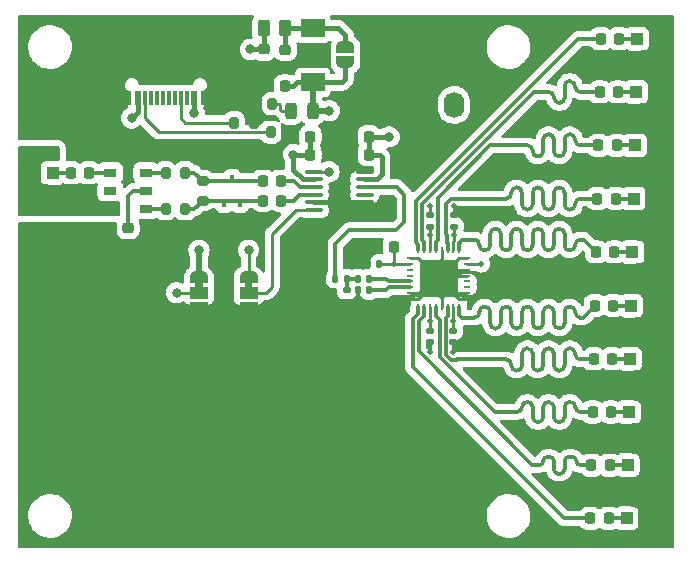
<source format=gbr>
%TF.GenerationSoftware,KiCad,Pcbnew,(7.0.0)*%
%TF.CreationDate,2023-06-21T12:56:18+01:00*%
%TF.ProjectId,CSAD10,43534144-3130-42e6-9b69-6361645f7063,0.2*%
%TF.SameCoordinates,Original*%
%TF.FileFunction,Copper,L1,Top*%
%TF.FilePolarity,Positive*%
%FSLAX46Y46*%
G04 Gerber Fmt 4.6, Leading zero omitted, Abs format (unit mm)*
G04 Created by KiCad (PCBNEW (7.0.0)) date 2023-06-21 12:56:18*
%MOMM*%
%LPD*%
G01*
G04 APERTURE LIST*
G04 Aperture macros list*
%AMRoundRect*
0 Rectangle with rounded corners*
0 $1 Rounding radius*
0 $2 $3 $4 $5 $6 $7 $8 $9 X,Y pos of 4 corners*
0 Add a 4 corners polygon primitive as box body*
4,1,4,$2,$3,$4,$5,$6,$7,$8,$9,$2,$3,0*
0 Add four circle primitives for the rounded corners*
1,1,$1+$1,$2,$3*
1,1,$1+$1,$4,$5*
1,1,$1+$1,$6,$7*
1,1,$1+$1,$8,$9*
0 Add four rect primitives between the rounded corners*
20,1,$1+$1,$2,$3,$4,$5,0*
20,1,$1+$1,$4,$5,$6,$7,0*
20,1,$1+$1,$6,$7,$8,$9,0*
20,1,$1+$1,$8,$9,$2,$3,0*%
%AMFreePoly0*
4,1,19,0.500000,-0.750000,0.000000,-0.750000,0.000000,-0.744911,-0.071157,-0.744911,-0.207708,-0.704816,-0.327430,-0.627875,-0.420627,-0.520320,-0.479746,-0.390866,-0.500000,-0.250000,-0.500000,0.250000,-0.479746,0.390866,-0.420627,0.520320,-0.327430,0.627875,-0.207708,0.704816,-0.071157,0.744911,0.000000,0.744911,0.000000,0.750000,0.500000,0.750000,0.500000,-0.750000,0.500000,-0.750000,
$1*%
%AMFreePoly1*
4,1,19,0.000000,0.744911,0.071157,0.744911,0.207708,0.704816,0.327430,0.627875,0.420627,0.520320,0.479746,0.390866,0.500000,0.250000,0.500000,-0.250000,0.479746,-0.390866,0.420627,-0.520320,0.327430,-0.627875,0.207708,-0.704816,0.071157,-0.744911,0.000000,-0.744911,0.000000,-0.750000,-0.500000,-0.750000,-0.500000,0.750000,0.000000,0.750000,0.000000,0.744911,0.000000,0.744911,
$1*%
%AMFreePoly2*
4,1,19,0.550000,-0.750000,0.000000,-0.750000,0.000000,-0.744911,-0.071157,-0.744911,-0.207708,-0.704816,-0.327430,-0.627875,-0.420627,-0.520320,-0.479746,-0.390866,-0.500000,-0.250000,-0.500000,0.250000,-0.479746,0.390866,-0.420627,0.520320,-0.327430,0.627875,-0.207708,0.704816,-0.071157,0.744911,0.000000,0.744911,0.000000,0.750000,0.550000,0.750000,0.550000,-0.750000,0.550000,-0.750000,
$1*%
%AMFreePoly3*
4,1,19,0.000000,0.744911,0.071157,0.744911,0.207708,0.704816,0.327430,0.627875,0.420627,0.520320,0.479746,0.390866,0.500000,0.250000,0.500000,-0.250000,0.479746,-0.390866,0.420627,-0.520320,0.327430,-0.627875,0.207708,-0.704816,0.071157,-0.744911,0.000000,-0.744911,0.000000,-0.750000,-0.550000,-0.750000,-0.550000,0.750000,0.000000,0.750000,0.000000,0.744911,0.000000,0.744911,
$1*%
G04 Aperture macros list end*
%TA.AperFunction,SMDPad,CuDef*%
%ADD10RoundRect,0.225000X-0.225000X-0.250000X0.225000X-0.250000X0.225000X0.250000X-0.225000X0.250000X0*%
%TD*%
%TA.AperFunction,SMDPad,CuDef*%
%ADD11RoundRect,0.225000X0.225000X0.250000X-0.225000X0.250000X-0.225000X-0.250000X0.225000X-0.250000X0*%
%TD*%
%TA.AperFunction,SMDPad,CuDef*%
%ADD12RoundRect,0.225000X0.250000X-0.225000X0.250000X0.225000X-0.250000X0.225000X-0.250000X-0.225000X0*%
%TD*%
%TA.AperFunction,SMDPad,CuDef*%
%ADD13R,1.000000X1.000000*%
%TD*%
%TA.AperFunction,SMDPad,CuDef*%
%ADD14R,2.200000X1.050000*%
%TD*%
%TA.AperFunction,SMDPad,CuDef*%
%ADD15RoundRect,0.225000X-0.250000X0.225000X-0.250000X-0.225000X0.250000X-0.225000X0.250000X0.225000X0*%
%TD*%
%TA.AperFunction,SMDPad,CuDef*%
%ADD16RoundRect,0.135000X0.185000X-0.135000X0.185000X0.135000X-0.185000X0.135000X-0.185000X-0.135000X0*%
%TD*%
%TA.AperFunction,SMDPad,CuDef*%
%ADD17RoundRect,0.200000X0.200000X0.275000X-0.200000X0.275000X-0.200000X-0.275000X0.200000X-0.275000X0*%
%TD*%
%TA.AperFunction,SMDPad,CuDef*%
%ADD18FreePoly0,90.000000*%
%TD*%
%TA.AperFunction,SMDPad,CuDef*%
%ADD19FreePoly1,90.000000*%
%TD*%
%TA.AperFunction,SMDPad,CuDef*%
%ADD20RoundRect,0.100000X-0.625000X-0.100000X0.625000X-0.100000X0.625000X0.100000X-0.625000X0.100000X0*%
%TD*%
%TA.AperFunction,SMDPad,CuDef*%
%ADD21RoundRect,0.200000X-0.200000X-0.275000X0.200000X-0.275000X0.200000X0.275000X-0.200000X0.275000X0*%
%TD*%
%TA.AperFunction,SMDPad,CuDef*%
%ADD22RoundRect,0.243750X-0.243750X-0.456250X0.243750X-0.456250X0.243750X0.456250X-0.243750X0.456250X0*%
%TD*%
%TA.AperFunction,SMDPad,CuDef*%
%ADD23RoundRect,0.140000X0.140000X0.170000X-0.140000X0.170000X-0.140000X-0.170000X0.140000X-0.170000X0*%
%TD*%
%TA.AperFunction,ComponentPad*%
%ADD24RoundRect,0.250000X-0.620000X-0.845000X0.620000X-0.845000X0.620000X0.845000X-0.620000X0.845000X0*%
%TD*%
%TA.AperFunction,ComponentPad*%
%ADD25O,1.740000X2.190000*%
%TD*%
%TA.AperFunction,SMDPad,CuDef*%
%ADD26RoundRect,0.140000X-0.170000X0.140000X-0.170000X-0.140000X0.170000X-0.140000X0.170000X0.140000X0*%
%TD*%
%TA.AperFunction,SMDPad,CuDef*%
%ADD27FreePoly2,270.000000*%
%TD*%
%TA.AperFunction,SMDPad,CuDef*%
%ADD28R,1.500000X1.000000*%
%TD*%
%TA.AperFunction,SMDPad,CuDef*%
%ADD29FreePoly3,270.000000*%
%TD*%
%TA.AperFunction,SMDPad,CuDef*%
%ADD30R,2.000000X1.500000*%
%TD*%
%TA.AperFunction,SMDPad,CuDef*%
%ADD31R,2.000000X3.800000*%
%TD*%
%TA.AperFunction,SMDPad,CuDef*%
%ADD32RoundRect,0.250000X-0.262500X-0.450000X0.262500X-0.450000X0.262500X0.450000X-0.262500X0.450000X0*%
%TD*%
%TA.AperFunction,SMDPad,CuDef*%
%ADD33R,1.140000X0.760000*%
%TD*%
%TA.AperFunction,SMDPad,CuDef*%
%ADD34RoundRect,0.140000X0.170000X-0.140000X0.170000X0.140000X-0.170000X0.140000X-0.170000X-0.140000X0*%
%TD*%
%TA.AperFunction,SMDPad,CuDef*%
%ADD35R,0.450000X0.700000*%
%TD*%
%TA.AperFunction,SMDPad,CuDef*%
%ADD36R,0.250000X0.600000*%
%TD*%
%TA.AperFunction,SMDPad,CuDef*%
%ADD37R,0.600000X0.250000*%
%TD*%
%TA.AperFunction,ComponentPad*%
%ADD38C,0.550000*%
%TD*%
%TA.AperFunction,SMDPad,CuDef*%
%ADD39R,3.100000X3.100000*%
%TD*%
%TA.AperFunction,SMDPad,CuDef*%
%ADD40RoundRect,0.200000X-0.275000X0.200000X-0.275000X-0.200000X0.275000X-0.200000X0.275000X0.200000X0*%
%TD*%
%TA.AperFunction,SMDPad,CuDef*%
%ADD41RoundRect,0.140000X-0.140000X-0.170000X0.140000X-0.170000X0.140000X0.170000X-0.140000X0.170000X0*%
%TD*%
%TA.AperFunction,SMDPad,CuDef*%
%ADD42R,0.600000X1.150000*%
%TD*%
%TA.AperFunction,SMDPad,CuDef*%
%ADD43R,0.300000X1.150000*%
%TD*%
%TA.AperFunction,SMDPad,CuDef*%
%ADD44R,2.180000X2.000000*%
%TD*%
%TA.AperFunction,ViaPad*%
%ADD45C,0.800000*%
%TD*%
%TA.AperFunction,ViaPad*%
%ADD46C,0.500000*%
%TD*%
%TA.AperFunction,Conductor*%
%ADD47C,0.400000*%
%TD*%
%TA.AperFunction,Conductor*%
%ADD48C,0.250000*%
%TD*%
%TA.AperFunction,Conductor*%
%ADD49C,0.300000*%
%TD*%
%TA.AperFunction,Conductor*%
%ADD50C,0.500000*%
%TD*%
G04 APERTURE END LIST*
%TO.C,JP1*%
G36*
X134000000Y-101500000D02*
G01*
X133400000Y-101500000D01*
X133400000Y-101000000D01*
X134000000Y-101000000D01*
X134000000Y-101500000D01*
G37*
%TO.C,JP2*%
G36*
X138200000Y-101500000D02*
G01*
X137600000Y-101500000D01*
X137600000Y-101000000D01*
X138200000Y-101000000D01*
X138200000Y-101500000D01*
G37*
%TD*%
D10*
%TO.P,C8,1*%
%TO.N,GND*%
X146525000Y-90200000D03*
%TO.P,C8,2*%
%TO.N,+3.3V*%
X148075000Y-90200000D03*
%TD*%
D11*
%TO.P,C28,1*%
%TO.N,Net-(J14-In)*%
X169275000Y-80400000D03*
%TO.P,C28,2*%
%TO.N,Net-(U3-CLKout4)*%
X167725000Y-80400000D03*
%TD*%
D12*
%TO.P,C2,1*%
%TO.N,GND*%
X141025000Y-82875000D03*
%TO.P,C2,2*%
%TO.N,Net-(JP3-B)*%
X141025000Y-81325000D03*
%TD*%
D13*
%TO.P,J12,1,In*%
%TO.N,Net-(J12-In)*%
X170099999Y-111999999D03*
D14*
%TO.P,J12,2,Ext*%
%TO.N,GND*%
X171499999Y-113474999D03*
X171599999Y-110524999D03*
%TD*%
D15*
%TO.P,C17,1*%
%TO.N,Net-(T1-SC)*%
X127700000Y-96425000D03*
%TO.P,C17,2*%
%TO.N,GND*%
X127700000Y-97975000D03*
%TD*%
D10*
%TO.P,C32,1*%
%TO.N,GND*%
X148650000Y-98000000D03*
%TO.P,C32,2*%
%TO.N,+3.3V*%
X150200000Y-98000000D03*
%TD*%
D16*
%TO.P,R15,1*%
%TO.N,GND*%
X146200000Y-102710000D03*
%TO.P,R15,2*%
%TO.N,Net-(C21-Pad1)*%
X146200000Y-101690000D03*
%TD*%
D17*
%TO.P,R5,1*%
%TO.N,GND*%
X138325000Y-87500000D03*
%TO.P,R5,2*%
%TO.N,Net-(J2-CC1)*%
X136675000Y-87500000D03*
%TD*%
D12*
%TO.P,C1,1*%
%TO.N,GND*%
X139200000Y-82850000D03*
%TO.P,C1,2*%
%TO.N,Net-(J1-Pin_2)*%
X139200000Y-81300000D03*
%TD*%
D10*
%TO.P,C16,1*%
%TO.N,Net-(D2-A)*%
X139125000Y-92445000D03*
%TO.P,C16,2*%
%TO.N,Net-(U2-IN+)*%
X140675000Y-92445000D03*
%TD*%
D18*
%TO.P,JP3,1,A*%
%TO.N,+3.3V*%
X146100000Y-82400000D03*
D19*
%TO.P,JP3,2,B*%
%TO.N,Net-(JP3-B)*%
X146100000Y-81100000D03*
%TD*%
D10*
%TO.P,C30,1*%
%TO.N,GND*%
X146525000Y-88700000D03*
%TO.P,C30,2*%
%TO.N,+3.3V*%
X148075000Y-88700000D03*
%TD*%
D11*
%TO.P,C25,1*%
%TO.N,Net-(J11-In)*%
X168475000Y-116500000D03*
%TO.P,C25,2*%
%TO.N,Net-(U3-CLKout6)*%
X166925000Y-116500000D03*
%TD*%
D10*
%TO.P,C18,1*%
%TO.N,Net-(C18-Pad1)*%
X139125000Y-94095000D03*
%TO.P,C18,2*%
%TO.N,Net-(U2-IN-)*%
X140675000Y-94095000D03*
%TD*%
D13*
%TO.P,J9,1,In*%
%TO.N,Net-(J9-In)*%
X170699999Y-84899999D03*
D14*
%TO.P,J9,2,Ext*%
%TO.N,GND*%
X172099999Y-86374999D03*
X172199999Y-83424999D03*
%TD*%
D10*
%TO.P,C10,1*%
%TO.N,Net-(J7-In)*%
X122825000Y-91750000D03*
%TO.P,C10,2*%
%TO.N,Net-(T1-AA)*%
X124375000Y-91750000D03*
%TD*%
D13*
%TO.P,J8,1,In*%
%TO.N,Net-(J8-In)*%
X170599999Y-89424999D03*
D14*
%TO.P,J8,2,Ext*%
%TO.N,GND*%
X171999999Y-90899999D03*
X172099999Y-87949999D03*
%TD*%
D20*
%TO.P,U2,1,FILTA*%
%TO.N,Net-(JP1-C)*%
X143450000Y-91645000D03*
%TO.P,U2,2,V+*%
%TO.N,+3.3V*%
X143450000Y-92295000D03*
%TO.P,U2,3,IN+*%
%TO.N,Net-(U2-IN+)*%
X143450000Y-92945000D03*
%TO.P,U2,4,IN-*%
%TO.N,Net-(U2-IN-)*%
X143450000Y-93595000D03*
%TO.P,U2,5,GND*%
%TO.N,GND*%
X143450000Y-94245000D03*
%TO.P,U2,6,FILTB*%
%TO.N,Net-(JP2-C)*%
X143450000Y-94895000D03*
%TO.P,U2,7,SD2*%
%TO.N,GND*%
X147750000Y-94895000D03*
%TO.P,U2,8,GNDOUT*%
X147750000Y-94245000D03*
%TO.P,U2,9,OUT2*%
%TO.N,Net-(U2-OUT2)*%
X147750000Y-93595000D03*
%TO.P,U2,10,OUT1*%
%TO.N,Net-(U2-OUT1)*%
X147750000Y-92945000D03*
%TO.P,U2,11,VDD*%
%TO.N,+3.3V*%
X147750000Y-92295000D03*
%TO.P,U2,12,SD1*%
%TO.N,GND*%
X147750000Y-91645000D03*
%TD*%
D13*
%TO.P,J11,1,In*%
%TO.N,Net-(J11-In)*%
X169999999Y-116499999D03*
D14*
%TO.P,J11,2,Ext*%
%TO.N,GND*%
X171399999Y-117974999D03*
X171499999Y-115024999D03*
%TD*%
D21*
%TO.P,R10,1*%
%TO.N,Net-(T1-SB)*%
X130875000Y-91750000D03*
%TO.P,R10,2*%
%TO.N,Net-(D2-A)*%
X132525000Y-91750000D03*
%TD*%
D22*
%TO.P,D1,1,K*%
%TO.N,Net-(D1-K)*%
X141462500Y-86500000D03*
%TO.P,D1,2,A*%
%TO.N,+3.3V*%
X143337500Y-86500000D03*
%TD*%
D23*
%TO.P,C22,1*%
%TO.N,Net-(U3-CLKin0)*%
X148100000Y-100700000D03*
%TO.P,C22,2*%
%TO.N,Net-(C21-Pad1)*%
X147140000Y-100700000D03*
%TD*%
D11*
%TO.P,C9,1*%
%TO.N,Net-(J6-In)*%
X168975000Y-93925000D03*
%TO.P,C9,2*%
%TO.N,Net-(U3-CLKout1)*%
X167425000Y-93925000D03*
%TD*%
%TO.P,C19,1*%
%TO.N,Net-(J8-In)*%
X169075000Y-89425000D03*
%TO.P,C19,2*%
%TO.N,Net-(U3-CLKout2)*%
X167525000Y-89425000D03*
%TD*%
D24*
%TO.P,J1,1,Pin_1*%
%TO.N,GND*%
X152760000Y-86000000D03*
D25*
%TO.P,J1,2,Pin_2*%
%TO.N,Net-(J1-Pin_2)*%
X155299999Y-85999999D03*
%TD*%
D26*
%TO.P,C12,1*%
%TO.N,GND*%
X155300000Y-95340000D03*
%TO.P,C12,2*%
%TO.N,+3.3V*%
X155300000Y-96300000D03*
%TD*%
D21*
%TO.P,R12,1*%
%TO.N,Net-(T1-SA)*%
X130875000Y-94790000D03*
%TO.P,R12,2*%
%TO.N,Net-(C18-Pad1)*%
X132525000Y-94790000D03*
%TD*%
D27*
%TO.P,JP1,1,A*%
%TO.N,+3.3V*%
X133700000Y-100600000D03*
D28*
%TO.P,JP1,2,C*%
%TO.N,Net-(JP1-C)*%
X133699999Y-101899999D03*
D29*
%TO.P,JP1,3,B*%
%TO.N,GND*%
X133700000Y-103200000D03*
%TD*%
D11*
%TO.P,C27,1*%
%TO.N,Net-(J13-In)*%
X168675000Y-107500000D03*
%TO.P,C27,2*%
%TO.N,Net-(U3-CLKout8)*%
X167125000Y-107500000D03*
%TD*%
%TO.P,C24,1*%
%TO.N,Net-(J10-In)*%
X168375000Y-121000000D03*
%TO.P,C24,2*%
%TO.N,Net-(U3-CLKout5)*%
X166825000Y-121000000D03*
%TD*%
D30*
%TO.P,U1,1,VI*%
%TO.N,Net-(JP3-B)*%
X143337499Y-79499999D03*
%TO.P,U1,2,GND*%
%TO.N,GND*%
X143337499Y-81799999D03*
D31*
X149637499Y-81799999D03*
D30*
%TO.P,U1,3,VO*%
%TO.N,+3.3V*%
X143337499Y-84099999D03*
%TD*%
D32*
%TO.P,FB1,1*%
%TO.N,Net-(J1-Pin_2)*%
X139200000Y-79500000D03*
%TO.P,FB1,2*%
%TO.N,Net-(JP3-B)*%
X141025000Y-79500000D03*
%TD*%
D11*
%TO.P,C26,1*%
%TO.N,Net-(J12-In)*%
X168575000Y-112000000D03*
%TO.P,C26,2*%
%TO.N,Net-(U3-CLKout7)*%
X167025000Y-112000000D03*
%TD*%
%TO.P,C20,1*%
%TO.N,Net-(J9-In)*%
X169175000Y-84900000D03*
%TO.P,C20,2*%
%TO.N,Net-(U3-CLKout3)*%
X167625000Y-84900000D03*
%TD*%
D13*
%TO.P,J13,1,In*%
%TO.N,Net-(J13-In)*%
X170199999Y-107499999D03*
D14*
%TO.P,J13,2,Ext*%
%TO.N,GND*%
X171599999Y-108974999D03*
X171699999Y-106024999D03*
%TD*%
D33*
%TO.P,T1,1,SB*%
%TO.N,Net-(T1-SB)*%
X129224999Y-91749999D03*
%TO.P,T1,2,SC*%
%TO.N,Net-(T1-SC)*%
X129224999Y-93269999D03*
%TO.P,T1,3,SA*%
%TO.N,Net-(T1-SA)*%
X129224999Y-94789999D03*
%TO.P,T1,4,AB*%
%TO.N,Earth*%
X126174999Y-94789999D03*
%TO.P,T1,5*%
%TO.N,N/C*%
X126174999Y-93269999D03*
%TO.P,T1,6,AA*%
%TO.N,Net-(T1-AA)*%
X126174999Y-91749999D03*
%TD*%
D23*
%TO.P,C23,1*%
%TO.N,Net-(U3-CLKin0\u002A)*%
X148100000Y-101700000D03*
%TO.P,C23,2*%
%TO.N,GND*%
X147140000Y-101700000D03*
%TD*%
D13*
%TO.P,J5,1,In*%
%TO.N,Net-(J5-In)*%
X170399999Y-98449999D03*
D14*
%TO.P,J5,2,Ext*%
%TO.N,GND*%
X171799999Y-99924999D03*
X171899999Y-96974999D03*
%TD*%
D34*
%TO.P,C14,1*%
%TO.N,GND*%
X153250000Y-106080000D03*
%TO.P,C14,2*%
%TO.N,+3.3V*%
X153250000Y-105120000D03*
%TD*%
D11*
%TO.P,C29,1*%
%TO.N,Net-(J15-In)*%
X168775000Y-103000000D03*
%TO.P,C29,2*%
%TO.N,Net-(U3-CLKout9)*%
X167225000Y-103000000D03*
%TD*%
D13*
%TO.P,J15,1,In*%
%TO.N,Net-(J15-In)*%
X170299999Y-102999999D03*
D14*
%TO.P,J15,2,Ext*%
%TO.N,GND*%
X171699999Y-104474999D03*
X171799999Y-101524999D03*
%TD*%
D17*
%TO.P,R1,1*%
%TO.N,Net-(D1-K)*%
X139925000Y-85900000D03*
%TO.P,R1,2*%
%TO.N,GND*%
X138275000Y-85900000D03*
%TD*%
D10*
%TO.P,C3,1*%
%TO.N,GND*%
X139425000Y-84400000D03*
%TO.P,C3,2*%
%TO.N,+3.3V*%
X140975000Y-84400000D03*
%TD*%
D35*
%TO.P,D2,1,K*%
%TO.N,Net-(C18-Pad1)*%
X135849999Y-94269999D03*
%TO.P,D2,2,K*%
X137149999Y-94269999D03*
%TO.P,D2,3,A*%
%TO.N,Net-(D2-A)*%
X136499999Y-92269999D03*
%TD*%
D27*
%TO.P,JP2,1,A*%
%TO.N,+3.3V*%
X137900000Y-100600000D03*
D28*
%TO.P,JP2,2,C*%
%TO.N,Net-(JP2-C)*%
X137899999Y-101899999D03*
D29*
%TO.P,JP2,3,B*%
%TO.N,GND*%
X137900000Y-103200000D03*
%TD*%
D13*
%TO.P,J14,1,In*%
%TO.N,Net-(J14-In)*%
X170799999Y-80399999D03*
D14*
%TO.P,J14,2,Ext*%
%TO.N,GND*%
X172199999Y-81874999D03*
X172299999Y-78924999D03*
%TD*%
D13*
%TO.P,J6,1,In*%
%TO.N,Net-(J6-In)*%
X170499999Y-93924999D03*
D14*
%TO.P,J6,2,Ext*%
%TO.N,GND*%
X171899999Y-95399999D03*
X171999999Y-92449999D03*
%TD*%
D11*
%TO.P,C7,1*%
%TO.N,GND*%
X144675000Y-90200000D03*
%TO.P,C7,2*%
%TO.N,+3.3V*%
X143125000Y-90200000D03*
%TD*%
D26*
%TO.P,C13,1*%
%TO.N,GND*%
X153250000Y-95340000D03*
%TO.P,C13,2*%
%TO.N,+3.3V*%
X153250000Y-96300000D03*
%TD*%
D36*
%TO.P,U3,1,CLKout0*%
%TO.N,Net-(U3-CLKout0)*%
X155749999Y-98299999D03*
%TO.P,U3,2,VddoA*%
%TO.N,+3.3V*%
X155249999Y-98299999D03*
%TO.P,U3,3,CLKout1*%
%TO.N,Net-(U3-CLKout1)*%
X154749999Y-98299999D03*
%TO.P,U3,4,GND*%
%TO.N,GND*%
X154249999Y-98299999D03*
%TO.P,U3,5,CLKout2*%
%TO.N,Net-(U3-CLKout2)*%
X153749999Y-98299999D03*
%TO.P,U3,6,VddoA*%
%TO.N,+3.3V*%
X153249999Y-98299999D03*
%TO.P,U3,7,CLKout3*%
%TO.N,Net-(U3-CLKout3)*%
X152749999Y-98299999D03*
%TO.P,U3,8,CLKout4*%
%TO.N,Net-(U3-CLKout4)*%
X152249999Y-98299999D03*
D37*
%TO.P,U3,9,GND*%
%TO.N,GND*%
X151599999Y-98949999D03*
%TO.P,U3,10,Vdd*%
%TO.N,+3.3V*%
X151599999Y-99449999D03*
%TO.P,U3,11,OSCin*%
%TO.N,unconnected-(U3-OSCin-Pad11)*%
X151599999Y-99949999D03*
%TO.P,U3,12,OSCout*%
%TO.N,unconnected-(U3-OSCout-Pad12)*%
X151599999Y-100449999D03*
%TO.P,U3,13,CLKin0*%
%TO.N,Net-(U3-CLKin0)*%
X151599999Y-100949999D03*
%TO.P,U3,14,CLKin0\u002A*%
%TO.N,Net-(U3-CLKin0\u002A)*%
X151599999Y-101449999D03*
%TO.P,U3,15,GND*%
%TO.N,GND*%
X151599999Y-101949999D03*
%TO.P,U3,16,GND*%
X151599999Y-102449999D03*
D36*
%TO.P,U3,17,CLKout5*%
%TO.N,Net-(U3-CLKout5)*%
X152249999Y-103099999D03*
%TO.P,U3,18,CLKout6*%
%TO.N,Net-(U3-CLKout6)*%
X152749999Y-103099999D03*
%TO.P,U3,19,VddoB*%
%TO.N,+3.3V*%
X153249999Y-103099999D03*
%TO.P,U3,20,CLKout7*%
%TO.N,Net-(U3-CLKout7)*%
X153749999Y-103099999D03*
%TO.P,U3,21,GND*%
%TO.N,GND*%
X154249999Y-103099999D03*
%TO.P,U3,22,CLKout8*%
%TO.N,Net-(U3-CLKout8)*%
X154749999Y-103099999D03*
%TO.P,U3,23,VddoB*%
%TO.N,+3.3V*%
X155249999Y-103099999D03*
%TO.P,U3,24,CLKout9*%
%TO.N,Net-(U3-CLKout9)*%
X155749999Y-103099999D03*
D37*
%TO.P,U3,25,GND*%
%TO.N,GND*%
X156399999Y-102449999D03*
%TO.P,U3,26,GND*%
X156399999Y-101949999D03*
%TO.P,U3,27,CLKin1\u002A*%
%TO.N,unconnected-(U3-CLKin1\u002A-Pad27)*%
X156399999Y-101449999D03*
%TO.P,U3,28,CLKin1*%
%TO.N,unconnected-(U3-CLKin1-Pad28)*%
X156399999Y-100949999D03*
%TO.P,U3,29,SEL1*%
%TO.N,GND*%
X156399999Y-100449999D03*
%TO.P,U3,30,SEL0*%
X156399999Y-99949999D03*
%TO.P,U3,31,OE*%
%TO.N,+3.3V*%
X156399999Y-99449999D03*
%TO.P,U3,32,GND*%
%TO.N,GND*%
X156399999Y-98949999D03*
D38*
%TO.P,U3,33,EP*%
X154000000Y-99400000D03*
X155300000Y-100700000D03*
X154000000Y-100700000D03*
D39*
X153999999Y-100699999D03*
D38*
X152700000Y-100700000D03*
X154000000Y-102000000D03*
%TD*%
D34*
%TO.P,C15,1*%
%TO.N,GND*%
X155250000Y-106080000D03*
%TO.P,C15,2*%
%TO.N,+3.3V*%
X155250000Y-105120000D03*
%TD*%
D11*
%TO.P,C6,1*%
%TO.N,Net-(J5-In)*%
X168875000Y-98450000D03*
%TO.P,C6,2*%
%TO.N,Net-(U3-CLKout0)*%
X167325000Y-98450000D03*
%TD*%
D40*
%TO.P,R11,1*%
%TO.N,Net-(D2-A)*%
X134000000Y-92445000D03*
%TO.P,R11,2*%
%TO.N,Net-(C18-Pad1)*%
X134000000Y-94095000D03*
%TD*%
D11*
%TO.P,C31,1*%
%TO.N,GND*%
X144675000Y-88700000D03*
%TO.P,C31,2*%
%TO.N,+3.3V*%
X143125000Y-88700000D03*
%TD*%
D41*
%TO.P,C11,1*%
%TO.N,GND*%
X148020000Y-99450000D03*
%TO.P,C11,2*%
%TO.N,+3.3V*%
X148980000Y-99450000D03*
%TD*%
D13*
%TO.P,J10,1,In*%
%TO.N,Net-(J10-In)*%
X169899999Y-120999999D03*
D14*
%TO.P,J10,2,Ext*%
%TO.N,GND*%
X171299999Y-122474999D03*
X171399999Y-119524999D03*
%TD*%
D13*
%TO.P,J7,1,In*%
%TO.N,Net-(J7-In)*%
X121299999Y-91749999D03*
D14*
%TO.P,J7,2,Ext*%
%TO.N,Earth*%
X119899999Y-90274999D03*
X119799999Y-93224999D03*
%TD*%
D17*
%TO.P,R4,1*%
%TO.N,GND*%
X141425000Y-88300000D03*
%TO.P,R4,2*%
%TO.N,Net-(J2-CC2)*%
X139775000Y-88300000D03*
%TD*%
D42*
%TO.P,J2,A1,GND*%
%TO.N,GND*%
X134099999Y-85389999D03*
%TO.P,J2,A4,VBUS*%
%TO.N,Net-(J1-Pin_2)*%
X133299999Y-85389999D03*
D43*
%TO.P,J2,A5,CC1*%
%TO.N,Net-(J2-CC1)*%
X132149999Y-85389999D03*
%TO.P,J2,A6,D+*%
%TO.N,unconnected-(J2-D+-PadA6)*%
X131149999Y-85389999D03*
%TO.P,J2,A7,D-*%
%TO.N,unconnected-(J2-D--PadA7)*%
X130649999Y-85389999D03*
%TO.P,J2,A8,SBU1*%
%TO.N,unconnected-(J2-SBU1-PadA8)*%
X129649999Y-85389999D03*
D42*
%TO.P,J2,A9,VBUS*%
%TO.N,Net-(J1-Pin_2)*%
X128499999Y-85389999D03*
%TO.P,J2,A12,GND*%
%TO.N,GND*%
X127699999Y-85389999D03*
%TO.P,J2,B1,GND*%
X127699999Y-85389999D03*
%TO.P,J2,B4,VBUS*%
%TO.N,Net-(J1-Pin_2)*%
X128499999Y-85389999D03*
D43*
%TO.P,J2,B5,CC2*%
%TO.N,Net-(J2-CC2)*%
X129149999Y-85389999D03*
%TO.P,J2,B6,D+*%
%TO.N,unconnected-(J2-D+-PadB6)*%
X130149999Y-85389999D03*
%TO.P,J2,B7,D-*%
%TO.N,unconnected-(J2-D--PadB7)*%
X131649999Y-85389999D03*
%TO.P,J2,B8,SBU2*%
%TO.N,unconnected-(J2-SBU2-PadB8)*%
X132649999Y-85389999D03*
D42*
%TO.P,J2,B9,VBUS*%
%TO.N,Net-(J1-Pin_2)*%
X133299999Y-85389999D03*
%TO.P,J2,B12,GND*%
%TO.N,GND*%
X134099999Y-85389999D03*
D44*
%TO.P,J2,S1,SHIELD*%
X136009999Y-84814999D03*
X136009999Y-80884999D03*
X125789999Y-84814999D03*
X125789999Y-80884999D03*
%TD*%
D23*
%TO.P,C21,1*%
%TO.N,Net-(C21-Pad1)*%
X146200000Y-100700000D03*
%TO.P,C21,2*%
%TO.N,Net-(U2-OUT1)*%
X145240000Y-100700000D03*
%TD*%
D45*
%TO.N,GND*%
X124000000Y-85000000D03*
X146525000Y-87500000D03*
X120000000Y-85000000D03*
X127000000Y-103000000D03*
X135000000Y-90000000D03*
X153000000Y-120000000D03*
D46*
X153250000Y-106900000D03*
D45*
X153000000Y-113000000D03*
D46*
X147200000Y-99450000D03*
D45*
X168800000Y-114000000D03*
X162200000Y-87200000D03*
X168800000Y-104900000D03*
X165000000Y-119000000D03*
X169100000Y-82500000D03*
X163500000Y-79000000D03*
X136900000Y-83100000D03*
X133000000Y-120000000D03*
X149400000Y-110100000D03*
X166300000Y-82600000D03*
X158000000Y-85000000D03*
X127000000Y-100000000D03*
X166400000Y-87100000D03*
X131000000Y-98000000D03*
X146000000Y-104000000D03*
X159000000Y-91500000D03*
X126800000Y-86500000D03*
X159000000Y-101000000D03*
X168700000Y-118500000D03*
X165500000Y-109700000D03*
D46*
X153250000Y-94600000D03*
D45*
X166000000Y-91500000D03*
X125000000Y-98000000D03*
X145000000Y-96000000D03*
X123000000Y-110000000D03*
X156300000Y-81000000D03*
X165200000Y-101000000D03*
X138000000Y-90000000D03*
X162200000Y-114300000D03*
X150300000Y-85200000D03*
D46*
X155300000Y-94600000D03*
D45*
X135900000Y-103900000D03*
X131000000Y-103000000D03*
X168800000Y-100400000D03*
X158000000Y-106000000D03*
X124000000Y-89000000D03*
X151300000Y-91400000D03*
X165600000Y-122500000D03*
X160000000Y-110000000D03*
X129000000Y-89000000D03*
X149100000Y-85200000D03*
X149000000Y-79000000D03*
X166700000Y-95900000D03*
X166100000Y-105500000D03*
X135000000Y-86400000D03*
X168900000Y-95900000D03*
X150300000Y-79000000D03*
X169000000Y-91400000D03*
X169100000Y-86900000D03*
X165500000Y-114300000D03*
X132400000Y-110100000D03*
X121000000Y-98000000D03*
X143000000Y-120000000D03*
X156900000Y-95200000D03*
D46*
X155250000Y-106900000D03*
D45*
X168900000Y-109100000D03*
%TO.N,+3.3V*%
X144750000Y-86500000D03*
X133700000Y-98300000D03*
D46*
X155250000Y-104300000D03*
X155300000Y-97000000D03*
D45*
X141700000Y-90200000D03*
D46*
X153250000Y-97000000D03*
D45*
X137900000Y-98300000D03*
D46*
X157600000Y-99450000D03*
X153250000Y-104300000D03*
D45*
X149800000Y-88700000D03*
D46*
X150200000Y-99450000D03*
D45*
%TO.N,Net-(JP1-C)*%
X144700000Y-91650000D03*
X131800000Y-101900000D03*
%TO.N,Net-(J1-Pin_2)*%
X138050000Y-81300000D03*
X128000000Y-87100000D03*
X133300000Y-86700000D03*
%TD*%
D47*
%TO.N,+3.3V*%
X149000000Y-90200000D02*
X149200000Y-90400000D01*
X148075000Y-90200000D02*
X149000000Y-90200000D01*
X149200000Y-90400000D02*
X149200000Y-91850000D01*
%TO.N,GND*%
X147750000Y-94245000D02*
X143450000Y-94245000D01*
D48*
X152750000Y-101950000D02*
X154000000Y-100700000D01*
D47*
X127700000Y-85600000D02*
X126800000Y-86500000D01*
D48*
X155250000Y-106900000D02*
X155250000Y-106080000D01*
X154250000Y-100450000D02*
X154000000Y-100700000D01*
X155750000Y-102450000D02*
X154000000Y-100700000D01*
X154250000Y-99150000D02*
X154000000Y-99400000D01*
X154250000Y-103100000D02*
X154250000Y-100950000D01*
X151600000Y-101950000D02*
X152750000Y-101950000D01*
X153250000Y-95340000D02*
X153250000Y-94600000D01*
D47*
X134100000Y-85500000D02*
X135000000Y-86400000D01*
D48*
X154250000Y-98300000D02*
X154250000Y-99150000D01*
X156400000Y-101950000D02*
X155250000Y-101950000D01*
X153250000Y-106900000D02*
X153250000Y-106080000D01*
D47*
X134100000Y-85390000D02*
X134100000Y-85500000D01*
D48*
X152250000Y-98950000D02*
X154000000Y-100700000D01*
X154250000Y-100950000D02*
X154000000Y-100700000D01*
D47*
X127700000Y-85390000D02*
X127700000Y-85600000D01*
D48*
X156400000Y-98950000D02*
X155750000Y-98950000D01*
X156400000Y-99950000D02*
X154750000Y-99950000D01*
X155250000Y-101950000D02*
X154000000Y-100700000D01*
X151600000Y-102450000D02*
X152250000Y-102450000D01*
X155300000Y-94600000D02*
X155300000Y-95340000D01*
X151600000Y-98950000D02*
X152250000Y-98950000D01*
X156400000Y-100450000D02*
X154250000Y-100450000D01*
X156400000Y-102450000D02*
X155750000Y-102450000D01*
X152250000Y-102450000D02*
X154000000Y-100700000D01*
X155750000Y-98950000D02*
X154000000Y-100700000D01*
X154750000Y-99950000D02*
X154000000Y-100700000D01*
D49*
X147200000Y-99450000D02*
X148020000Y-99450000D01*
D48*
%TO.N,+3.3V*%
X156400000Y-99450000D02*
X157600000Y-99450000D01*
D47*
X141700000Y-91500000D02*
X141700000Y-90200000D01*
D48*
X155300000Y-97000000D02*
X155300000Y-97500000D01*
D47*
X145800000Y-84100000D02*
X146100000Y-83800000D01*
X148075000Y-90200000D02*
X148075000Y-88700000D01*
D48*
X137900000Y-100600000D02*
X137900000Y-98300000D01*
X155300000Y-97500000D02*
X155250000Y-97550000D01*
X155300000Y-96300000D02*
X155300000Y-97000000D01*
D50*
X133700000Y-100600000D02*
X133700000Y-98300000D01*
D47*
X143450000Y-92295000D02*
X142495000Y-92295000D01*
D50*
X143337500Y-84100000D02*
X143337500Y-86500000D01*
D48*
X150200000Y-98000000D02*
X150200000Y-99450000D01*
D47*
X143125000Y-89075000D02*
X143125000Y-90200000D01*
D48*
X151600000Y-99450000D02*
X148980000Y-99450000D01*
D47*
X147750000Y-92295000D02*
X148755000Y-92295000D01*
X140975000Y-84400000D02*
X141700000Y-84400000D01*
D48*
X155250000Y-105120000D02*
X155250000Y-103100000D01*
D47*
X141700000Y-84400000D02*
X142000000Y-84100000D01*
X141700000Y-90200000D02*
X143125000Y-90200000D01*
D48*
X153250000Y-96300000D02*
X153250000Y-98300000D01*
D47*
X142495000Y-92295000D02*
X141700000Y-91500000D01*
X142000000Y-84100000D02*
X143337500Y-84100000D01*
X143337500Y-84100000D02*
X145800000Y-84100000D01*
X148755000Y-92295000D02*
X149200000Y-91850000D01*
D48*
X153250000Y-105120000D02*
X153250000Y-103100000D01*
X155250000Y-97550000D02*
X155250000Y-98300000D01*
D47*
X146100000Y-83800000D02*
X146100000Y-82400000D01*
X148075000Y-88700000D02*
X149800000Y-88700000D01*
D50*
X143337500Y-86500000D02*
X144750000Y-86500000D01*
D49*
%TO.N,Net-(U2-OUT1)*%
X145240000Y-97760000D02*
X145240000Y-100700000D01*
X146400000Y-96600000D02*
X145240000Y-97760000D01*
X147750000Y-92945000D02*
X150445000Y-92945000D01*
X151100000Y-93600000D02*
X151100000Y-95900000D01*
X150400000Y-96600000D02*
X146400000Y-96600000D01*
X150445000Y-92945000D02*
X151100000Y-93600000D01*
X151100000Y-95900000D02*
X150400000Y-96600000D01*
%TO.N,Net-(J5-In)*%
X170400000Y-98450000D02*
X168875000Y-98450000D01*
%TO.N,Net-(U3-CLKout0)*%
X157450000Y-97877751D02*
X157450000Y-97850000D01*
X166275000Y-97400000D02*
X166000000Y-97400000D01*
X163750000Y-96922255D02*
X163750000Y-97400000D01*
X159250000Y-97877751D02*
X159250000Y-97400000D01*
X157000000Y-97400000D02*
X156000000Y-97400000D01*
X159250000Y-97400000D02*
X159250000Y-96922250D01*
X163750000Y-97400000D02*
X163750000Y-97877745D01*
X155750000Y-97721751D02*
X155750000Y-98300000D01*
X161950000Y-96922252D02*
X161950000Y-97400000D01*
X158350000Y-96922250D02*
X158350000Y-97400000D01*
X164650000Y-97877745D02*
X164650000Y-97850000D01*
X156000000Y-97400000D02*
X155775000Y-97625000D01*
X162850000Y-97400000D02*
X162850000Y-96922252D01*
X160150000Y-96922250D02*
X160150000Y-97400000D01*
X161050000Y-97877749D02*
X161050000Y-97400000D01*
X167325000Y-98450000D02*
X166275000Y-97400000D01*
X158350000Y-97400000D02*
X158350000Y-97877751D01*
X160150000Y-97400000D02*
X160150000Y-97877751D01*
X155775000Y-97625000D02*
X155775000Y-97696751D01*
X161950000Y-97400000D02*
X161950000Y-97877749D01*
X161050000Y-97400000D02*
X161050000Y-96922250D01*
X164650000Y-97850000D02*
X164650000Y-96922255D01*
X165550000Y-97850000D02*
X165550000Y-97877745D01*
X162850000Y-97877745D02*
X162850000Y-97400000D01*
X155775000Y-97696751D02*
X155750000Y-97721751D01*
X160600000Y-96472300D02*
G75*
G03*
X160150000Y-96922250I0J-450000D01*
G01*
X157450000Y-97850000D02*
G75*
G03*
X157000000Y-97400000I-450000J0D01*
G01*
X163300000Y-98327700D02*
G75*
G03*
X163750000Y-97877745I0J450000D01*
G01*
X161500000Y-98327700D02*
G75*
G03*
X161950000Y-97877749I0J450000D01*
G01*
X162850048Y-96922252D02*
G75*
G03*
X162400000Y-96472252I-450048J-48D01*
G01*
X158800000Y-96472300D02*
G75*
G03*
X158350000Y-96922250I0J-450000D01*
G01*
X157450049Y-97877751D02*
G75*
G03*
X157900000Y-98327751I449951J-49D01*
G01*
X162849955Y-97877745D02*
G75*
G03*
X163300000Y-98327745I450045J45D01*
G01*
X162400000Y-96472300D02*
G75*
G03*
X161950000Y-96922252I0J-450000D01*
G01*
X157900000Y-98327800D02*
G75*
G03*
X158350000Y-97877751I0J450000D01*
G01*
X164200000Y-96472300D02*
G75*
G03*
X163750000Y-96922255I0J-450000D01*
G01*
X159250050Y-96922250D02*
G75*
G03*
X158800000Y-96472250I-450050J-50D01*
G01*
X164650045Y-96922255D02*
G75*
G03*
X164200000Y-96472255I-450045J-45D01*
G01*
X165100000Y-98327700D02*
G75*
G03*
X165550000Y-97877745I0J450000D01*
G01*
X166000000Y-97400000D02*
G75*
G03*
X165550000Y-97850000I0J-450000D01*
G01*
X164649955Y-97877745D02*
G75*
G03*
X165100000Y-98327745I450045J45D01*
G01*
X159250049Y-97877751D02*
G75*
G03*
X159700000Y-98327751I449951J-49D01*
G01*
X159700000Y-98327800D02*
G75*
G03*
X160150000Y-97877751I0J450000D01*
G01*
X161050050Y-96922250D02*
G75*
G03*
X160600000Y-96472250I-450050J-50D01*
G01*
X161049951Y-97877749D02*
G75*
G03*
X161500000Y-98327749I450049J49D01*
G01*
%TO.N,Net-(J7-In)*%
X121300000Y-91750000D02*
X122825000Y-91750000D01*
%TO.N,Net-(T1-AA)*%
X124375000Y-91750000D02*
X126175000Y-91750000D01*
%TO.N,Net-(D2-A)*%
X139125000Y-92445000D02*
X134000000Y-92445000D01*
X132525000Y-91750000D02*
X133305000Y-91750000D01*
X133305000Y-91750000D02*
X134000000Y-92445000D01*
%TO.N,Net-(U2-IN+)*%
X141745000Y-92445000D02*
X142245000Y-92945000D01*
X140675000Y-92445000D02*
X141745000Y-92445000D01*
X142245000Y-92945000D02*
X143450000Y-92945000D01*
%TO.N,Net-(T1-SC)*%
X128130000Y-93270000D02*
X127700000Y-93700000D01*
X129225000Y-93270000D02*
X128130000Y-93270000D01*
X127700000Y-93700000D02*
X127700000Y-96425000D01*
%TO.N,Net-(C18-Pad1)*%
X133305000Y-94790000D02*
X134000000Y-94095000D01*
X132525000Y-94790000D02*
X133305000Y-94790000D01*
X139125000Y-94095000D02*
X134000000Y-94095000D01*
%TO.N,Net-(U2-IN-)*%
X142205000Y-93595000D02*
X143450000Y-93595000D01*
X141705000Y-94095000D02*
X142205000Y-93595000D01*
X140675000Y-94095000D02*
X141705000Y-94095000D01*
D48*
%TO.N,Net-(D1-K)*%
X140700000Y-86500000D02*
X141462500Y-86500000D01*
X140500000Y-85900000D02*
X140600000Y-86000000D01*
X140600000Y-86000000D02*
X140600000Y-86400000D01*
X140600000Y-86400000D02*
X140700000Y-86500000D01*
X139925000Y-85900000D02*
X140500000Y-85900000D01*
%TO.N,Net-(J2-CC1)*%
X132500000Y-87500000D02*
X132150000Y-87150000D01*
X136675000Y-87500000D02*
X132500000Y-87500000D01*
X132150000Y-87150000D02*
X132150000Y-85390000D01*
%TO.N,Net-(J2-CC2)*%
X130300000Y-88300000D02*
X129150000Y-87150000D01*
X139775000Y-88300000D02*
X130300000Y-88300000D01*
X129150000Y-87150000D02*
X129150000Y-85390000D01*
D49*
%TO.N,Net-(J6-In)*%
X170500000Y-93925000D02*
X168975000Y-93925000D01*
%TO.N,Net-(U3-CLKout1)*%
X154615000Y-94357182D02*
X154615000Y-96915000D01*
X164650000Y-94375000D02*
X164650000Y-93431976D01*
X154700000Y-97650000D02*
X154750000Y-97700000D01*
X154750000Y-97700000D02*
X154750000Y-98300000D01*
X161950000Y-93925000D02*
X161950000Y-94418024D01*
X164650000Y-94418024D02*
X164650000Y-94375000D01*
X165550000Y-94375000D02*
X165550000Y-94418024D01*
X154615000Y-96915000D02*
X154700000Y-97000000D01*
X163750000Y-93431976D02*
X163750000Y-93925000D01*
X155047182Y-93925000D02*
X154615000Y-94357182D01*
X161050000Y-94418024D02*
X161050000Y-93925000D01*
X159700000Y-93925000D02*
X157272490Y-93925000D01*
X161050000Y-93925000D02*
X161050000Y-93431976D01*
X157272490Y-93925000D02*
X155047182Y-93925000D01*
X160150000Y-93431976D02*
X160150000Y-93475000D01*
X163750000Y-93925000D02*
X163750000Y-94418024D01*
X161950000Y-93431976D02*
X161950000Y-93925000D01*
X162850000Y-93925000D02*
X162850000Y-93431976D01*
X167425000Y-93925000D02*
X166000000Y-93925000D01*
X162850000Y-94418024D02*
X162850000Y-93925000D01*
X154700000Y-97000000D02*
X154700000Y-97650000D01*
X160600000Y-92982000D02*
G75*
G03*
X160150000Y-93431976I0J-450000D01*
G01*
X162850024Y-93431976D02*
G75*
G03*
X162400000Y-92981976I-450024J-24D01*
G01*
X161049976Y-94418024D02*
G75*
G03*
X161500000Y-94868024I450024J24D01*
G01*
X159700000Y-93925000D02*
G75*
G03*
X160150000Y-93475000I0J450000D01*
G01*
X164200000Y-92982000D02*
G75*
G03*
X163750000Y-93431976I0J-450000D01*
G01*
X164649976Y-94418024D02*
G75*
G03*
X165100000Y-94868024I450024J24D01*
G01*
X162400000Y-92982000D02*
G75*
G03*
X161950000Y-93431976I0J-450000D01*
G01*
X161500000Y-94868000D02*
G75*
G03*
X161950000Y-94418024I0J450000D01*
G01*
X162849976Y-94418024D02*
G75*
G03*
X163300000Y-94868024I450024J24D01*
G01*
X166000000Y-93925000D02*
G75*
G03*
X165550000Y-94375000I0J-450000D01*
G01*
X163300000Y-94868000D02*
G75*
G03*
X163750000Y-94418024I0J450000D01*
G01*
X161050024Y-93431976D02*
G75*
G03*
X160600000Y-92981976I-450024J-24D01*
G01*
X164650024Y-93431976D02*
G75*
G03*
X164200000Y-92981976I-450024J-24D01*
G01*
X165100000Y-94868000D02*
G75*
G03*
X165550000Y-94418024I0J450000D01*
G01*
D48*
%TO.N,Net-(JP1-C)*%
X143450000Y-91645000D02*
X144695000Y-91645000D01*
X144695000Y-91645000D02*
X144700000Y-91650000D01*
X131800000Y-101900000D02*
X133700000Y-101900000D01*
%TO.N,Net-(JP2-C)*%
X137900000Y-101900000D02*
X139400000Y-101900000D01*
X139900000Y-96900000D02*
X141900000Y-94900000D01*
X139900000Y-101400000D02*
X139900000Y-96900000D01*
X141900000Y-94900000D02*
X143445000Y-94900000D01*
X143445000Y-94900000D02*
X143450000Y-94895000D01*
X139400000Y-101900000D02*
X139900000Y-101400000D01*
D49*
%TO.N,Net-(T1-SB)*%
X129225000Y-91750000D02*
X130875000Y-91750000D01*
%TO.N,Net-(T1-SA)*%
X129225000Y-94790000D02*
X130875000Y-94790000D01*
D47*
%TO.N,Net-(JP3-B)*%
X146100000Y-80100000D02*
X146100000Y-81100000D01*
X141025000Y-79500000D02*
X145500000Y-79500000D01*
X141025000Y-79500000D02*
X141025000Y-81325000D01*
X145500000Y-79500000D02*
X146100000Y-80100000D01*
%TO.N,Net-(J1-Pin_2)*%
X133300000Y-85390000D02*
X133300000Y-86700000D01*
X139200000Y-81325000D02*
X139200000Y-79500000D01*
X139200000Y-81300000D02*
X138050000Y-81300000D01*
X128500000Y-86600000D02*
X128500000Y-85390000D01*
X128000000Y-87100000D02*
X128500000Y-86600000D01*
D49*
%TO.N,Net-(J8-In)*%
X170600000Y-89425000D02*
X169075000Y-89425000D01*
%TO.N,Net-(U3-CLKout2)*%
X161500000Y-89425000D02*
X160296298Y-89425000D01*
X162850000Y-89425000D02*
X162850000Y-89923846D01*
X161950000Y-89923846D02*
X161950000Y-89875000D01*
X163750000Y-89923846D02*
X163750000Y-89425000D01*
X165550000Y-88975000D02*
X165550000Y-88926165D01*
X160296298Y-89425000D02*
X158375000Y-89425000D01*
X163750000Y-89425000D02*
X163750000Y-88926154D01*
X164650000Y-88975000D02*
X164650000Y-89923846D01*
X153750000Y-97613173D02*
X153750000Y-98300000D01*
X158375000Y-89425000D02*
X153910000Y-93890000D01*
X153910000Y-93890000D02*
X153910000Y-97453173D01*
X162850000Y-88926154D02*
X162850000Y-89425000D01*
X164650000Y-88926165D02*
X164650000Y-88975000D01*
X153910000Y-97453173D02*
X153750000Y-97613173D01*
X167525000Y-89425000D02*
X166000000Y-89425000D01*
X161950000Y-89875000D02*
G75*
G03*
X161500000Y-89425000I-450000J0D01*
G01*
X164200000Y-90373800D02*
G75*
G03*
X164650000Y-89923846I0J450000D01*
G01*
X165100000Y-88476200D02*
G75*
G03*
X164650000Y-88926165I0J-450000D01*
G01*
X163749954Y-89923846D02*
G75*
G03*
X164200000Y-90373846I450046J46D01*
G01*
X162400000Y-90373800D02*
G75*
G03*
X162850000Y-89923846I0J450000D01*
G01*
X163750046Y-88926154D02*
G75*
G03*
X163300000Y-88476154I-450046J-46D01*
G01*
X165550035Y-88926165D02*
G75*
G03*
X165100000Y-88476165I-450035J-35D01*
G01*
X163300000Y-88476200D02*
G75*
G03*
X162850000Y-88926154I0J-450000D01*
G01*
X161949954Y-89923846D02*
G75*
G03*
X162400000Y-90373846I450046J46D01*
G01*
X165550000Y-88975000D02*
G75*
G03*
X166000000Y-89425000I450000J0D01*
G01*
%TO.N,Net-(J9-In)*%
X170700000Y-84900000D02*
X169175000Y-84900000D01*
%TO.N,Net-(U3-CLKout3)*%
X163750000Y-85389553D02*
X163750000Y-85350000D01*
X167625000Y-84900000D02*
X166000000Y-84900000D01*
X162072182Y-84900000D02*
X153047182Y-93925000D01*
X163300000Y-84900000D02*
X162072182Y-84900000D01*
X164650000Y-84450000D02*
X164650000Y-85389553D01*
X153047182Y-93925000D02*
X153011827Y-93925000D01*
X152750000Y-97613604D02*
X152750000Y-98300000D01*
X164650000Y-84410436D02*
X164650000Y-84450000D01*
X165550000Y-84450000D02*
X165550000Y-84410436D01*
X152550000Y-97413604D02*
X152750000Y-97613604D01*
X152550000Y-94386827D02*
X152550000Y-97413604D01*
X153011827Y-93925000D02*
X152550000Y-94386827D01*
X163750000Y-85350000D02*
G75*
G03*
X163300000Y-84900000I-450000J0D01*
G01*
X165549964Y-84410436D02*
G75*
G03*
X165100000Y-83960436I-449964J36D01*
G01*
X165100000Y-83960400D02*
G75*
G03*
X164650000Y-84410436I0J-450000D01*
G01*
X164200000Y-85839600D02*
G75*
G03*
X164650000Y-85389553I0J450000D01*
G01*
X165550000Y-84450000D02*
G75*
G03*
X166000000Y-84900000I450000J0D01*
G01*
X163750047Y-85389553D02*
G75*
G03*
X164200000Y-85839553I449953J-47D01*
G01*
%TO.N,Net-(C21-Pad1)*%
X146200000Y-101690000D02*
X146200000Y-100700000D01*
X147140000Y-100700000D02*
X146200000Y-100700000D01*
%TO.N,Net-(U3-CLKin0)*%
X149500000Y-100700000D02*
X148100000Y-100700000D01*
X151600000Y-100950000D02*
X149750000Y-100950000D01*
X149750000Y-100950000D02*
X149500000Y-100700000D01*
%TO.N,Net-(U3-CLKin0\u002A)*%
X151600000Y-101450000D02*
X149750000Y-101450000D01*
X149750000Y-101450000D02*
X149500000Y-101700000D01*
X149500000Y-101700000D02*
X148100000Y-101700000D01*
%TO.N,Net-(J10-In)*%
X169900000Y-121000000D02*
X168375000Y-121000000D01*
%TO.N,Net-(U3-CLKout5)*%
X151800000Y-108200000D02*
X164600000Y-121000000D01*
X151800000Y-104129721D02*
X151800000Y-108200000D01*
X152250000Y-103679721D02*
X151800000Y-104129721D01*
X152250000Y-103100000D02*
X152250000Y-103679721D01*
X164600000Y-121000000D02*
X166825000Y-121000000D01*
%TO.N,Net-(J11-In)*%
X170000000Y-116500000D02*
X168475000Y-116500000D01*
%TO.N,Net-(U3-CLKout6)*%
X164650000Y-116150915D02*
X164650000Y-116500000D01*
X165301830Y-115801830D02*
X164999085Y-115801830D01*
X163750000Y-116862875D02*
X163750000Y-116500000D01*
X163400915Y-115801830D02*
X163199085Y-115801830D01*
X162500915Y-116500000D02*
X162400000Y-116500000D01*
X162400000Y-116500000D02*
X161936827Y-116500000D01*
X152300000Y-106863173D02*
X152300000Y-104336827D01*
X152750000Y-103886827D02*
X152750000Y-103100000D01*
X166925000Y-116500000D02*
X166000000Y-116500000D01*
X161936827Y-116500000D02*
X152300000Y-106863173D01*
X164650000Y-116500000D02*
X164650000Y-116862875D01*
X152300000Y-104336827D02*
X152750000Y-103886827D01*
X164287126Y-117225749D02*
X164112874Y-117225749D01*
X163750000Y-116500000D02*
X163750000Y-116150915D01*
X163749970Y-116150915D02*
G75*
G03*
X163400915Y-115801830I-349070J15D01*
G01*
X164999085Y-115801800D02*
G75*
G03*
X164650000Y-116150915I15J-349100D01*
G01*
X163199085Y-115801800D02*
G75*
G03*
X162850000Y-116150915I15J-349100D01*
G01*
X165650870Y-116150915D02*
G75*
G03*
X165301830Y-115801830I-349070J15D01*
G01*
X165650900Y-116150915D02*
G75*
G03*
X166000000Y-116500000I349100J15D01*
G01*
X163750051Y-116862875D02*
G75*
G03*
X164112874Y-117225749I362849J-25D01*
G01*
X164287126Y-117225800D02*
G75*
G03*
X164650000Y-116862875I-26J362900D01*
G01*
X162500915Y-116500000D02*
G75*
G03*
X162850000Y-116150915I-15J349100D01*
G01*
%TO.N,Net-(J12-In)*%
X170100000Y-112000000D02*
X168575000Y-112000000D01*
%TO.N,Net-(U3-CLKout7)*%
X154090000Y-104226827D02*
X153750000Y-103886827D01*
X158729720Y-112000000D02*
X154090000Y-107360280D01*
X160600000Y-112000000D02*
X158729720Y-112000000D01*
X165150180Y-111150179D02*
X165074910Y-111150179D01*
X162421649Y-112856702D02*
X162378351Y-112856702D01*
X164650000Y-111575089D02*
X164650000Y-111575090D01*
X153750000Y-103886827D02*
X153750000Y-103100000D01*
X164221650Y-112856700D02*
X164178350Y-112856700D01*
X167025000Y-112000000D02*
X166000000Y-112000000D01*
X163750000Y-112000000D02*
X163750000Y-111571650D01*
X161525090Y-111150179D02*
X161474910Y-111150179D01*
X163750000Y-112428350D02*
X163750000Y-112000000D01*
X164650000Y-111575090D02*
X164650000Y-112428350D01*
X162850000Y-111571650D02*
X162850000Y-112000000D01*
X161950000Y-112428351D02*
X161950000Y-112000000D01*
X161050000Y-111575089D02*
X161050000Y-111575090D01*
X161950000Y-112000000D02*
X161950000Y-111575089D01*
X163321650Y-111143300D02*
X163278350Y-111143300D01*
X154090000Y-107360280D02*
X154090000Y-104226827D01*
X165575090Y-111575090D02*
X165575090Y-111575089D01*
X160625090Y-112000000D02*
X160600000Y-112000000D01*
X162850000Y-112000000D02*
X162850000Y-112428351D01*
X163750000Y-111571650D02*
G75*
G03*
X163321650Y-111143300I-428400J-50D01*
G01*
X160625090Y-112000000D02*
G75*
G03*
X161050000Y-111575090I10J424900D01*
G01*
X162421649Y-112856800D02*
G75*
G03*
X162850000Y-112428351I-49J428400D01*
G01*
X164221650Y-112856700D02*
G75*
G03*
X164650000Y-112428350I-50J428400D01*
G01*
X161950098Y-112428351D02*
G75*
G03*
X162378351Y-112856702I428302J-49D01*
G01*
X165575100Y-111575090D02*
G75*
G03*
X166000000Y-112000000I424900J-10D01*
G01*
X165074910Y-111150200D02*
G75*
G03*
X164650000Y-111575089I-10J-424900D01*
G01*
X161950021Y-111575089D02*
G75*
G03*
X161525090Y-111150179I-424921J-11D01*
G01*
X163278350Y-111143300D02*
G75*
G03*
X162850000Y-111571650I50J-428400D01*
G01*
X163750000Y-112428350D02*
G75*
G03*
X164178350Y-112856700I428400J50D01*
G01*
X161474910Y-111150200D02*
G75*
G03*
X161050000Y-111575089I-10J-424900D01*
G01*
X165575121Y-111575089D02*
G75*
G03*
X165150180Y-111150179I-424921J-11D01*
G01*
%TO.N,Net-(J13-In)*%
X170200000Y-107500000D02*
X168675000Y-107500000D01*
%TO.N,Net-(U3-CLKout8)*%
X167125000Y-107500000D02*
X167075000Y-107550000D01*
X164650000Y-107100000D02*
X164650000Y-108055148D01*
X161050000Y-107044850D02*
X161050000Y-107550000D01*
X162850000Y-107044852D02*
X162850000Y-107550000D01*
X160150000Y-108055153D02*
X160150000Y-108000000D01*
X167075000Y-107550000D02*
X166000000Y-107550000D01*
X161050000Y-107550000D02*
X161050000Y-108055153D01*
X155673177Y-107550000D02*
X155550000Y-107550000D01*
X154750000Y-103886827D02*
X154750000Y-103100000D01*
X163750000Y-107550000D02*
X163750000Y-107044852D01*
X155525000Y-107575000D02*
X155011827Y-107575000D01*
X161950000Y-107550000D02*
X161950000Y-107044850D01*
X165550000Y-107100000D02*
X165550000Y-107044852D01*
X154590000Y-104046827D02*
X154750000Y-103886827D01*
X162850000Y-107550000D02*
X162850000Y-108055148D01*
X155550000Y-107550000D02*
X155525000Y-107575000D01*
X154590000Y-107153173D02*
X154590000Y-104046827D01*
X163750000Y-108055148D02*
X163750000Y-107550000D01*
X155011827Y-107575000D02*
X154590000Y-107153173D01*
X161950000Y-108055148D02*
X161950000Y-107550000D01*
X164650000Y-107044852D02*
X164650000Y-107100000D01*
X159700000Y-107550000D02*
X155673177Y-107550000D01*
X161950050Y-107044850D02*
G75*
G03*
X161500000Y-106594850I-450050J-50D01*
G01*
X165100000Y-106594900D02*
G75*
G03*
X164650000Y-107044852I0J-450000D01*
G01*
X162400000Y-108505100D02*
G75*
G03*
X162850000Y-108055148I0J450000D01*
G01*
X164200000Y-108505100D02*
G75*
G03*
X164650000Y-108055148I0J450000D01*
G01*
X163750048Y-107044852D02*
G75*
G03*
X163300000Y-106594852I-450048J-48D01*
G01*
X160150000Y-108000000D02*
G75*
G03*
X159700000Y-107550000I-450000J0D01*
G01*
X160150047Y-108055153D02*
G75*
G03*
X160600000Y-108505153I449953J-47D01*
G01*
X165550000Y-107100000D02*
G75*
G03*
X166000000Y-107550000I450000J0D01*
G01*
X165550048Y-107044852D02*
G75*
G03*
X165100000Y-106594852I-450048J-48D01*
G01*
X161500000Y-106594900D02*
G75*
G03*
X161050000Y-107044850I0J-450000D01*
G01*
X163749952Y-108055148D02*
G75*
G03*
X164200000Y-108505148I450048J48D01*
G01*
X163300000Y-106594900D02*
G75*
G03*
X162850000Y-107044852I0J-450000D01*
G01*
X160600000Y-108505200D02*
G75*
G03*
X161050000Y-108055153I0J450000D01*
G01*
X161949952Y-108055148D02*
G75*
G03*
X162400000Y-108505148I450048J48D01*
G01*
%TO.N,Net-(J14-In)*%
X170800000Y-80400000D02*
X169275000Y-80400000D01*
%TO.N,Net-(U3-CLKout4)*%
X152050000Y-97620711D02*
X152050000Y-94150000D01*
X152050000Y-94150000D02*
X165800000Y-80400000D01*
X152250000Y-98300000D02*
X152250000Y-97820711D01*
X165800000Y-80400000D02*
X167725000Y-80400000D01*
X152250000Y-97820711D02*
X152050000Y-97620711D01*
%TO.N,Net-(J15-In)*%
X170300000Y-103000000D02*
X168775000Y-103000000D01*
%TO.N,Net-(U3-CLKout9)*%
X161950000Y-104000000D02*
X161950000Y-103515549D01*
X164650000Y-103550000D02*
X164650000Y-104484450D01*
X161950000Y-104484451D02*
X161950000Y-104000000D01*
X155750000Y-103750000D02*
X155750000Y-103100000D01*
X157000000Y-104000000D02*
X156000000Y-104000000D01*
X162850000Y-104000000D02*
X162850000Y-104484451D01*
X165550000Y-103550000D02*
X165550000Y-103515550D01*
X160150000Y-104484450D02*
X160150000Y-104000000D01*
X163750000Y-104484450D02*
X163750000Y-104000000D01*
X158350000Y-104000000D02*
X158350000Y-103515546D01*
X166225000Y-104000000D02*
X166000000Y-104000000D01*
X156000000Y-104000000D02*
X155750000Y-103750000D01*
X164650000Y-103515550D02*
X164650000Y-103550000D01*
X160150000Y-104000000D02*
X160150000Y-103515549D01*
X161050000Y-103515549D02*
X161050000Y-104000000D01*
X157450000Y-103515546D02*
X157450000Y-103550000D01*
X159250000Y-103515549D02*
X159250000Y-104000000D01*
X167225000Y-103000000D02*
X166225000Y-104000000D01*
X163750000Y-104000000D02*
X163750000Y-103515550D01*
X159250000Y-104000000D02*
X159250000Y-104484450D01*
X162850000Y-103515550D02*
X162850000Y-104000000D01*
X161050000Y-104000000D02*
X161050000Y-104484450D01*
X158350000Y-104484450D02*
X158350000Y-104000000D01*
X160149950Y-104484450D02*
G75*
G03*
X160600000Y-104934450I450050J50D01*
G01*
X165550000Y-103550000D02*
G75*
G03*
X166000000Y-104000000I450000J0D01*
G01*
X164200000Y-104934400D02*
G75*
G03*
X164650000Y-104484450I0J450000D01*
G01*
X161950049Y-104484451D02*
G75*
G03*
X162400000Y-104934451I449951J-49D01*
G01*
X163300000Y-103065600D02*
G75*
G03*
X162850000Y-103515550I0J-450000D01*
G01*
X165550050Y-103515550D02*
G75*
G03*
X165100000Y-103065550I-450050J-50D01*
G01*
X161500000Y-103065500D02*
G75*
G03*
X161050000Y-103515549I0J-450000D01*
G01*
X162400000Y-104934500D02*
G75*
G03*
X162850000Y-104484451I0J450000D01*
G01*
X159700000Y-103065500D02*
G75*
G03*
X159250000Y-103515549I0J-450000D01*
G01*
X157900000Y-103065500D02*
G75*
G03*
X157450000Y-103515546I0J-450000D01*
G01*
X163750050Y-103515550D02*
G75*
G03*
X163300000Y-103065550I-450050J-50D01*
G01*
X157000000Y-104000000D02*
G75*
G03*
X157450000Y-103550000I0J450000D01*
G01*
X160149951Y-103515549D02*
G75*
G03*
X159700000Y-103065549I-449951J49D01*
G01*
X158349950Y-104484450D02*
G75*
G03*
X158800000Y-104934450I450050J50D01*
G01*
X160600000Y-104934400D02*
G75*
G03*
X161050000Y-104484450I0J450000D01*
G01*
X161949951Y-103515549D02*
G75*
G03*
X161500000Y-103065549I-449951J49D01*
G01*
X163749950Y-104484450D02*
G75*
G03*
X164200000Y-104934450I450050J50D01*
G01*
X158800000Y-104934400D02*
G75*
G03*
X159250000Y-104484450I0J450000D01*
G01*
X165100000Y-103065600D02*
G75*
G03*
X164650000Y-103515550I0J-450000D01*
G01*
X158349954Y-103515546D02*
G75*
G03*
X157900000Y-103065546I-449954J46D01*
G01*
%TD*%
%TA.AperFunction,Conductor*%
%TO.N,Earth*%
G36*
X121838000Y-89516613D02*
G01*
X121883387Y-89562000D01*
X121900000Y-89624000D01*
X121900000Y-90625500D01*
X121883387Y-90687500D01*
X121838000Y-90732887D01*
X121776000Y-90749500D01*
X120755439Y-90749500D01*
X120755420Y-90749500D01*
X120752128Y-90749501D01*
X120748850Y-90749853D01*
X120748838Y-90749854D01*
X120700231Y-90755079D01*
X120700225Y-90755080D01*
X120692517Y-90755909D01*
X120685252Y-90758618D01*
X120685246Y-90758620D01*
X120565980Y-90803104D01*
X120565978Y-90803104D01*
X120557669Y-90806204D01*
X120550572Y-90811516D01*
X120550568Y-90811519D01*
X120449550Y-90887141D01*
X120449546Y-90887144D01*
X120442454Y-90892454D01*
X120437144Y-90899546D01*
X120437141Y-90899550D01*
X120361519Y-91000568D01*
X120361516Y-91000572D01*
X120356204Y-91007669D01*
X120353104Y-91015978D01*
X120353104Y-91015980D01*
X120308620Y-91135247D01*
X120308619Y-91135250D01*
X120305909Y-91142517D01*
X120305079Y-91150227D01*
X120305079Y-91150232D01*
X120299855Y-91198819D01*
X120299854Y-91198831D01*
X120299500Y-91202127D01*
X120299500Y-91205448D01*
X120299500Y-91205449D01*
X120299500Y-92294560D01*
X120299500Y-92294578D01*
X120299501Y-92297872D01*
X120299853Y-92301150D01*
X120299854Y-92301161D01*
X120305079Y-92349768D01*
X120305080Y-92349773D01*
X120305909Y-92357483D01*
X120308619Y-92364749D01*
X120308620Y-92364753D01*
X120341551Y-92453044D01*
X120356204Y-92492331D01*
X120361518Y-92499430D01*
X120361519Y-92499431D01*
X120428090Y-92588359D01*
X120442454Y-92607546D01*
X120557669Y-92693796D01*
X120692517Y-92744091D01*
X120752127Y-92750500D01*
X121847872Y-92750499D01*
X121907483Y-92744091D01*
X122042331Y-92693796D01*
X122110518Y-92642750D01*
X122154849Y-92621696D01*
X122203879Y-92619490D01*
X122249923Y-92636479D01*
X122291303Y-92662003D01*
X122452292Y-92715349D01*
X122551655Y-92725500D01*
X123098344Y-92725499D01*
X123197708Y-92715349D01*
X123358697Y-92662003D01*
X123429289Y-92618460D01*
X123494385Y-92600000D01*
X123705615Y-92600000D01*
X123770710Y-92618460D01*
X123841303Y-92662003D01*
X124002292Y-92715349D01*
X124101655Y-92725500D01*
X124648344Y-92725499D01*
X124747708Y-92715349D01*
X124908697Y-92662003D01*
X124925357Y-92651726D01*
X124980343Y-92633677D01*
X125037537Y-92642550D01*
X125084473Y-92676415D01*
X125110926Y-92727894D01*
X125111119Y-92781953D01*
X125110909Y-92782517D01*
X125110080Y-92790222D01*
X125110079Y-92790229D01*
X125104855Y-92838819D01*
X125104854Y-92838831D01*
X125104500Y-92842127D01*
X125104500Y-92845448D01*
X125104500Y-92845449D01*
X125104500Y-93694560D01*
X125104500Y-93694578D01*
X125104501Y-93697872D01*
X125104853Y-93701150D01*
X125104854Y-93701161D01*
X125110079Y-93749768D01*
X125110080Y-93749773D01*
X125110909Y-93757483D01*
X125113619Y-93764749D01*
X125113620Y-93764753D01*
X125147217Y-93854831D01*
X125161204Y-93892331D01*
X125247454Y-94007546D01*
X125362669Y-94093796D01*
X125497517Y-94144091D01*
X125557127Y-94150500D01*
X126792872Y-94150499D01*
X126852483Y-94144091D01*
X126852499Y-94144244D01*
X126902902Y-94143909D01*
X126952943Y-94167715D01*
X126987618Y-94210942D01*
X127000000Y-94264956D01*
X127000000Y-95276000D01*
X126983387Y-95338000D01*
X126938000Y-95383387D01*
X126876000Y-95400000D01*
X118524500Y-95400000D01*
X118462500Y-95383387D01*
X118417113Y-95338000D01*
X118400500Y-95276000D01*
X118400500Y-89624000D01*
X118417113Y-89562000D01*
X118462500Y-89516613D01*
X118524500Y-89500000D01*
X121776000Y-89500000D01*
X121838000Y-89516613D01*
G37*
%TD.AperFunction*%
%TD*%
%TA.AperFunction,Conductor*%
%TO.N,GND*%
G36*
X153377500Y-105917113D02*
G01*
X153422887Y-105962500D01*
X153439500Y-106024500D01*
X153439500Y-106783365D01*
X153425985Y-106839660D01*
X153388385Y-106883683D01*
X153334898Y-106905838D01*
X153277182Y-106901296D01*
X153227819Y-106871046D01*
X152986819Y-106630046D01*
X152959939Y-106589818D01*
X152950500Y-106542365D01*
X152950500Y-106024500D01*
X152967113Y-105962500D01*
X153012500Y-105917113D01*
X153074500Y-105900500D01*
X153315500Y-105900500D01*
X153377500Y-105917113D01*
G37*
%TD.AperFunction*%
%TA.AperFunction,Conductor*%
G36*
X149271287Y-97267565D02*
G01*
X149316785Y-97314062D01*
X149332482Y-97377194D01*
X149317604Y-97427570D01*
X149319840Y-97428613D01*
X149316790Y-97435154D01*
X149312997Y-97441303D01*
X149310726Y-97448154D01*
X149310725Y-97448158D01*
X149264671Y-97587141D01*
X149259651Y-97602292D01*
X149258963Y-97609022D01*
X149258962Y-97609029D01*
X149249819Y-97698523D01*
X149249818Y-97698541D01*
X149249500Y-97701655D01*
X149249500Y-97704802D01*
X149249500Y-97704803D01*
X149249500Y-98295194D01*
X149249500Y-98295213D01*
X149249501Y-98298344D01*
X149249820Y-98301476D01*
X149249821Y-98301477D01*
X149258962Y-98390972D01*
X149258963Y-98390980D01*
X149259651Y-98397708D01*
X149281741Y-98464373D01*
X149285759Y-98476496D01*
X149290610Y-98534363D01*
X149268583Y-98588093D01*
X149224509Y-98625903D01*
X149168053Y-98639500D01*
X148775310Y-98639500D01*
X148772890Y-98639690D01*
X148772875Y-98639691D01*
X148745324Y-98641859D01*
X148745315Y-98641860D01*
X148739007Y-98642357D01*
X148732927Y-98644123D01*
X148732918Y-98644125D01*
X148591097Y-98685329D01*
X148591094Y-98685330D01*
X148583605Y-98687506D01*
X148576891Y-98691476D01*
X148576890Y-98691477D01*
X148451030Y-98765910D01*
X148451026Y-98765912D01*
X148444313Y-98769883D01*
X148438798Y-98775397D01*
X148438794Y-98775401D01*
X148335401Y-98878794D01*
X148335397Y-98878798D01*
X148329883Y-98884313D01*
X148325912Y-98891026D01*
X148325910Y-98891030D01*
X148251477Y-99016890D01*
X148247506Y-99023605D01*
X148245330Y-99031094D01*
X148245329Y-99031097D01*
X148204125Y-99172918D01*
X148204123Y-99172927D01*
X148202357Y-99179007D01*
X148201860Y-99185315D01*
X148201859Y-99185324D01*
X148199691Y-99212875D01*
X148199690Y-99212890D01*
X148199500Y-99215310D01*
X148199500Y-99684690D01*
X148199690Y-99687110D01*
X148199691Y-99687124D01*
X148201859Y-99714675D01*
X148201860Y-99714682D01*
X148202357Y-99720993D01*
X148204124Y-99727075D01*
X148204125Y-99727080D01*
X148205236Y-99730902D01*
X148208144Y-99787775D01*
X148185323Y-99839951D01*
X148141587Y-99876423D01*
X148086161Y-99889500D01*
X147895310Y-99889500D01*
X147892890Y-99889690D01*
X147892875Y-99889691D01*
X147865324Y-99891859D01*
X147865315Y-99891860D01*
X147859007Y-99892357D01*
X147852927Y-99894123D01*
X147852918Y-99894125D01*
X147711097Y-99935329D01*
X147711094Y-99935330D01*
X147703605Y-99937506D01*
X147696891Y-99941476D01*
X147696892Y-99941476D01*
X147683118Y-99949622D01*
X147620000Y-99966888D01*
X147556882Y-99949622D01*
X147536395Y-99937506D01*
X147519323Y-99932546D01*
X147387081Y-99894125D01*
X147387074Y-99894123D01*
X147380993Y-99892357D01*
X147374682Y-99891860D01*
X147374675Y-99891859D01*
X147347124Y-99889691D01*
X147347110Y-99889690D01*
X147344690Y-99889500D01*
X146935310Y-99889500D01*
X146932890Y-99889690D01*
X146932875Y-99889691D01*
X146905324Y-99891859D01*
X146905315Y-99891860D01*
X146899007Y-99892357D01*
X146892927Y-99894123D01*
X146892918Y-99894125D01*
X146751097Y-99935329D01*
X146751094Y-99935330D01*
X146743605Y-99937506D01*
X146736894Y-99941474D01*
X146736884Y-99941479D01*
X146733110Y-99943711D01*
X146669994Y-99960973D01*
X146606880Y-99943706D01*
X146603112Y-99941478D01*
X146603109Y-99941477D01*
X146596395Y-99937506D01*
X146579323Y-99932546D01*
X146447081Y-99894125D01*
X146447074Y-99894123D01*
X146440993Y-99892357D01*
X146434682Y-99891860D01*
X146434675Y-99891859D01*
X146407124Y-99889691D01*
X146407110Y-99889690D01*
X146404690Y-99889500D01*
X146014500Y-99889500D01*
X145952500Y-99872887D01*
X145907113Y-99827500D01*
X145890500Y-99765500D01*
X145890500Y-98080808D01*
X145899939Y-98033355D01*
X145926819Y-97993127D01*
X146633126Y-97286819D01*
X146673354Y-97259939D01*
X146720807Y-97250500D01*
X149208511Y-97250500D01*
X149271287Y-97267565D01*
G37*
%TD.AperFunction*%
%TA.AperFunction,Conductor*%
G36*
X173837500Y-78417113D02*
G01*
X173882887Y-78462500D01*
X173899500Y-78524500D01*
X173899500Y-123375500D01*
X173882887Y-123437500D01*
X173837500Y-123482887D01*
X173775500Y-123499500D01*
X118524500Y-123499500D01*
X118462500Y-123482887D01*
X118417113Y-123437500D01*
X118400500Y-123375500D01*
X118400500Y-120867765D01*
X119245788Y-120867765D01*
X119246282Y-120872262D01*
X119246283Y-120872267D01*
X119274917Y-121132506D01*
X119274918Y-121132513D01*
X119275414Y-121137018D01*
X119276559Y-121141398D01*
X119276561Y-121141408D01*
X119308830Y-121264838D01*
X119343928Y-121399088D01*
X119345693Y-121403242D01*
X119345696Y-121403250D01*
X119448099Y-121644223D01*
X119449870Y-121648390D01*
X119452226Y-121652251D01*
X119452229Y-121652256D01*
X119573185Y-121850449D01*
X119590982Y-121879610D01*
X119764255Y-122087820D01*
X119767630Y-122090844D01*
X119767631Y-122090845D01*
X119872330Y-122184656D01*
X119965998Y-122268582D01*
X120191910Y-122418044D01*
X120437176Y-122533020D01*
X120696569Y-122611060D01*
X120964561Y-122650500D01*
X121165369Y-122650500D01*
X121167631Y-122650500D01*
X121370156Y-122635677D01*
X121634553Y-122576780D01*
X121887558Y-122480014D01*
X122123777Y-122347441D01*
X122338177Y-122181888D01*
X122526186Y-121986881D01*
X122683799Y-121766579D01*
X122807656Y-121525675D01*
X122895118Y-121269305D01*
X122944319Y-121002933D01*
X122949259Y-120867765D01*
X158045788Y-120867765D01*
X158046282Y-120872262D01*
X158046283Y-120872267D01*
X158074917Y-121132506D01*
X158074918Y-121132513D01*
X158075414Y-121137018D01*
X158076559Y-121141398D01*
X158076561Y-121141408D01*
X158108830Y-121264838D01*
X158143928Y-121399088D01*
X158145693Y-121403242D01*
X158145696Y-121403250D01*
X158248099Y-121644223D01*
X158249870Y-121648390D01*
X158252226Y-121652251D01*
X158252229Y-121652256D01*
X158373185Y-121850449D01*
X158390982Y-121879610D01*
X158564255Y-122087820D01*
X158567630Y-122090844D01*
X158567631Y-122090845D01*
X158672330Y-122184656D01*
X158765998Y-122268582D01*
X158991910Y-122418044D01*
X159237176Y-122533020D01*
X159496569Y-122611060D01*
X159764561Y-122650500D01*
X159965369Y-122650500D01*
X159967631Y-122650500D01*
X160170156Y-122635677D01*
X160434553Y-122576780D01*
X160687558Y-122480014D01*
X160923777Y-122347441D01*
X161138177Y-122181888D01*
X161326186Y-121986881D01*
X161483799Y-121766579D01*
X161607656Y-121525675D01*
X161695118Y-121269305D01*
X161744319Y-121002933D01*
X161754212Y-120732235D01*
X161724586Y-120462982D01*
X161656072Y-120200912D01*
X161550130Y-119951610D01*
X161409018Y-119720390D01*
X161235745Y-119512180D01*
X161130759Y-119418112D01*
X161037382Y-119334446D01*
X161037378Y-119334442D01*
X161034002Y-119331418D01*
X160808090Y-119181956D01*
X160803996Y-119180036D01*
X160803991Y-119180034D01*
X160566929Y-119068904D01*
X160566925Y-119068902D01*
X160562824Y-119066980D01*
X160558477Y-119065672D01*
X160558474Y-119065671D01*
X160307772Y-118990246D01*
X160307771Y-118990245D01*
X160303431Y-118988940D01*
X160298957Y-118988281D01*
X160298950Y-118988280D01*
X160039913Y-118950158D01*
X160039907Y-118950157D01*
X160035439Y-118949500D01*
X159832369Y-118949500D01*
X159830120Y-118949664D01*
X159830109Y-118949665D01*
X159634363Y-118963992D01*
X159634359Y-118963992D01*
X159629844Y-118964323D01*
X159625426Y-118965307D01*
X159625420Y-118965308D01*
X159369877Y-119022232D01*
X159369861Y-119022236D01*
X159365447Y-119023220D01*
X159361216Y-119024838D01*
X159361210Y-119024840D01*
X159116673Y-119118367D01*
X159116663Y-119118371D01*
X159112442Y-119119986D01*
X159108494Y-119122201D01*
X159108489Y-119122204D01*
X158880176Y-119250340D01*
X158880171Y-119250343D01*
X158876223Y-119252559D01*
X158872639Y-119255325D01*
X158872635Y-119255329D01*
X158665407Y-119415343D01*
X158665394Y-119415354D01*
X158661823Y-119418112D01*
X158658685Y-119421366D01*
X158658678Y-119421373D01*
X158476958Y-119609857D01*
X158476952Y-119609864D01*
X158473814Y-119613119D01*
X158471189Y-119616787D01*
X158471179Y-119616800D01*
X158318834Y-119829740D01*
X158318830Y-119829745D01*
X158316201Y-119833421D01*
X158314132Y-119837444D01*
X158314129Y-119837450D01*
X158194416Y-120070293D01*
X158194411Y-120070304D01*
X158192344Y-120074325D01*
X158190884Y-120078602D01*
X158190879Y-120078616D01*
X158106348Y-120326395D01*
X158106344Y-120326407D01*
X158104882Y-120330695D01*
X158104057Y-120335159D01*
X158104057Y-120335161D01*
X158056504Y-120592606D01*
X158056502Y-120592619D01*
X158055681Y-120597067D01*
X158055515Y-120601593D01*
X158055515Y-120601599D01*
X158050576Y-120736762D01*
X158045788Y-120867765D01*
X122949259Y-120867765D01*
X122954212Y-120732235D01*
X122924586Y-120462982D01*
X122856072Y-120200912D01*
X122750130Y-119951610D01*
X122609018Y-119720390D01*
X122435745Y-119512180D01*
X122330759Y-119418112D01*
X122237382Y-119334446D01*
X122237378Y-119334442D01*
X122234002Y-119331418D01*
X122008090Y-119181956D01*
X122003996Y-119180036D01*
X122003991Y-119180034D01*
X121766929Y-119068904D01*
X121766925Y-119068902D01*
X121762824Y-119066980D01*
X121758477Y-119065672D01*
X121758474Y-119065671D01*
X121507772Y-118990246D01*
X121507771Y-118990245D01*
X121503431Y-118988940D01*
X121498957Y-118988281D01*
X121498950Y-118988280D01*
X121239913Y-118950158D01*
X121239907Y-118950157D01*
X121235439Y-118949500D01*
X121032369Y-118949500D01*
X121030120Y-118949664D01*
X121030109Y-118949665D01*
X120834363Y-118963992D01*
X120834359Y-118963992D01*
X120829844Y-118964323D01*
X120825426Y-118965307D01*
X120825420Y-118965308D01*
X120569877Y-119022232D01*
X120569861Y-119022236D01*
X120565447Y-119023220D01*
X120561216Y-119024838D01*
X120561210Y-119024840D01*
X120316673Y-119118367D01*
X120316663Y-119118371D01*
X120312442Y-119119986D01*
X120308494Y-119122201D01*
X120308489Y-119122204D01*
X120080176Y-119250340D01*
X120080171Y-119250343D01*
X120076223Y-119252559D01*
X120072639Y-119255325D01*
X120072635Y-119255329D01*
X119865407Y-119415343D01*
X119865394Y-119415354D01*
X119861823Y-119418112D01*
X119858685Y-119421366D01*
X119858678Y-119421373D01*
X119676958Y-119609857D01*
X119676952Y-119609864D01*
X119673814Y-119613119D01*
X119671189Y-119616787D01*
X119671179Y-119616800D01*
X119518834Y-119829740D01*
X119518830Y-119829745D01*
X119516201Y-119833421D01*
X119514132Y-119837444D01*
X119514129Y-119837450D01*
X119394416Y-120070293D01*
X119394411Y-120070304D01*
X119392344Y-120074325D01*
X119390884Y-120078602D01*
X119390879Y-120078616D01*
X119306348Y-120326395D01*
X119306344Y-120326407D01*
X119304882Y-120330695D01*
X119304057Y-120335159D01*
X119304057Y-120335161D01*
X119256504Y-120592606D01*
X119256502Y-120592619D01*
X119255681Y-120597067D01*
X119255515Y-120601593D01*
X119255515Y-120601599D01*
X119250576Y-120736762D01*
X119245788Y-120867765D01*
X118400500Y-120867765D01*
X118400500Y-104109126D01*
X151144653Y-104109126D01*
X151145387Y-104116891D01*
X151145387Y-104116893D01*
X151148950Y-104154581D01*
X151149500Y-104166251D01*
X151149500Y-108118927D01*
X151148950Y-108130596D01*
X151148941Y-108130682D01*
X151147240Y-108138296D01*
X151147485Y-108146092D01*
X151147485Y-108146093D01*
X151149439Y-108208262D01*
X151149500Y-108212157D01*
X151149500Y-108240925D01*
X151149987Y-108244785D01*
X151149989Y-108244808D01*
X151150054Y-108245320D01*
X151150968Y-108256941D01*
X151152157Y-108294775D01*
X151152158Y-108294782D01*
X151152403Y-108302569D01*
X151154577Y-108310055D01*
X151154578Y-108310056D01*
X151158323Y-108322947D01*
X151162268Y-108341997D01*
X151163950Y-108355317D01*
X151163951Y-108355324D01*
X151164929Y-108363058D01*
X151167800Y-108370309D01*
X151167802Y-108370317D01*
X151181737Y-108405515D01*
X151185520Y-108416562D01*
X151198256Y-108460398D01*
X151202225Y-108467109D01*
X151202228Y-108467116D01*
X151209062Y-108478672D01*
X151217620Y-108496141D01*
X151219346Y-108500499D01*
X151225432Y-108515871D01*
X151230016Y-108522180D01*
X151252267Y-108552808D01*
X151258677Y-108562567D01*
X151277945Y-108595146D01*
X151281919Y-108601865D01*
X151287438Y-108607384D01*
X151296926Y-108616872D01*
X151309563Y-108631668D01*
X151317449Y-108642523D01*
X151317451Y-108642525D01*
X151322037Y-108648837D01*
X151328047Y-108653808D01*
X151328049Y-108653811D01*
X151357212Y-108677936D01*
X151365853Y-108685799D01*
X164082694Y-121402640D01*
X164090554Y-121411277D01*
X164090619Y-121411356D01*
X164094798Y-121417940D01*
X164100481Y-121423277D01*
X164100483Y-121423279D01*
X164145832Y-121465864D01*
X164148629Y-121468574D01*
X164168966Y-121488912D01*
X164172037Y-121491294D01*
X164172438Y-121491605D01*
X164181328Y-121499197D01*
X164204953Y-121521383D01*
X164214607Y-121530448D01*
X164233201Y-121540669D01*
X164249463Y-121551352D01*
X164260070Y-121559580D01*
X164260074Y-121559582D01*
X164266237Y-121564363D01*
X164273394Y-121567460D01*
X164308138Y-121582495D01*
X164318626Y-121587633D01*
X164358632Y-121609627D01*
X164377957Y-121614588D01*
X164379183Y-121614903D01*
X164397598Y-121621207D01*
X164417074Y-121629636D01*
X164424774Y-121630855D01*
X164424776Y-121630856D01*
X164437630Y-121632891D01*
X164462174Y-121636778D01*
X164473605Y-121639146D01*
X164517823Y-121650500D01*
X164539046Y-121650500D01*
X164558443Y-121652026D01*
X164579405Y-121655347D01*
X164624862Y-121651050D01*
X164636532Y-121650500D01*
X165926521Y-121650500D01*
X165980553Y-121662891D01*
X166023548Y-121697396D01*
X166027032Y-121703044D01*
X166146956Y-121822968D01*
X166291303Y-121912003D01*
X166452292Y-121965349D01*
X166551655Y-121975500D01*
X167098344Y-121975499D01*
X167197708Y-121965349D01*
X167358697Y-121912003D01*
X167503044Y-121822968D01*
X167512319Y-121813692D01*
X167567906Y-121781599D01*
X167632094Y-121781599D01*
X167687681Y-121813692D01*
X167696956Y-121822968D01*
X167841303Y-121912003D01*
X168002292Y-121965349D01*
X168101655Y-121975500D01*
X168648344Y-121975499D01*
X168747708Y-121965349D01*
X168908697Y-121912003D01*
X168950075Y-121886480D01*
X168996116Y-121869491D01*
X169045147Y-121871696D01*
X169089481Y-121892750D01*
X169157669Y-121943796D01*
X169292517Y-121994091D01*
X169352127Y-122000500D01*
X170447872Y-122000499D01*
X170507483Y-121994091D01*
X170642331Y-121943796D01*
X170757546Y-121857546D01*
X170843796Y-121742331D01*
X170894091Y-121607483D01*
X170900500Y-121547873D01*
X170900499Y-120452128D01*
X170894091Y-120392517D01*
X170843796Y-120257669D01*
X170757546Y-120142454D01*
X170689866Y-120091789D01*
X170649431Y-120061519D01*
X170649430Y-120061518D01*
X170642331Y-120056204D01*
X170507483Y-120005909D01*
X170499770Y-120005079D01*
X170499767Y-120005079D01*
X170451180Y-119999855D01*
X170451169Y-119999854D01*
X170447873Y-119999500D01*
X170444550Y-119999500D01*
X169355439Y-119999500D01*
X169355420Y-119999500D01*
X169352128Y-119999501D01*
X169348850Y-119999853D01*
X169348838Y-119999854D01*
X169300231Y-120005079D01*
X169300225Y-120005080D01*
X169292517Y-120005909D01*
X169285252Y-120008618D01*
X169285246Y-120008620D01*
X169165980Y-120053104D01*
X169165978Y-120053104D01*
X169157669Y-120056204D01*
X169150572Y-120061516D01*
X169150564Y-120061521D01*
X169089481Y-120107248D01*
X169045148Y-120128303D01*
X168996118Y-120130509D01*
X168950076Y-120113520D01*
X168908697Y-120087997D01*
X168901842Y-120085725D01*
X168901841Y-120085725D01*
X168754136Y-120036781D01*
X168754135Y-120036780D01*
X168747708Y-120034651D01*
X168740975Y-120033963D01*
X168740970Y-120033962D01*
X168651476Y-120024819D01*
X168651459Y-120024818D01*
X168648345Y-120024500D01*
X168645196Y-120024500D01*
X168104805Y-120024500D01*
X168104785Y-120024500D01*
X168101656Y-120024501D01*
X168098524Y-120024820D01*
X168098522Y-120024821D01*
X168009027Y-120033962D01*
X168009017Y-120033963D01*
X168002292Y-120034651D01*
X167995870Y-120036778D01*
X167995865Y-120036780D01*
X167848158Y-120085725D01*
X167848154Y-120085726D01*
X167841303Y-120087997D01*
X167835159Y-120091786D01*
X167835154Y-120091789D01*
X167703107Y-120173237D01*
X167703101Y-120173241D01*
X167696956Y-120177032D01*
X167691849Y-120182138D01*
X167691845Y-120182142D01*
X167687681Y-120186307D01*
X167632094Y-120218401D01*
X167567906Y-120218401D01*
X167512319Y-120186307D01*
X167508154Y-120182142D01*
X167508154Y-120182141D01*
X167503044Y-120177032D01*
X167496894Y-120173238D01*
X167496892Y-120173237D01*
X167364845Y-120091789D01*
X167364841Y-120091787D01*
X167358697Y-120087997D01*
X167351842Y-120085725D01*
X167351841Y-120085725D01*
X167204136Y-120036781D01*
X167204135Y-120036780D01*
X167197708Y-120034651D01*
X167190975Y-120033963D01*
X167190970Y-120033962D01*
X167101476Y-120024819D01*
X167101459Y-120024818D01*
X167098345Y-120024500D01*
X167095196Y-120024500D01*
X166554805Y-120024500D01*
X166554785Y-120024500D01*
X166551656Y-120024501D01*
X166548524Y-120024820D01*
X166548522Y-120024821D01*
X166459027Y-120033962D01*
X166459017Y-120033963D01*
X166452292Y-120034651D01*
X166445870Y-120036778D01*
X166445865Y-120036780D01*
X166298158Y-120085725D01*
X166298154Y-120085726D01*
X166291303Y-120087997D01*
X166285159Y-120091786D01*
X166285154Y-120091789D01*
X166153107Y-120173237D01*
X166153101Y-120173241D01*
X166146956Y-120177032D01*
X166141849Y-120182138D01*
X166141845Y-120182142D01*
X166032141Y-120291846D01*
X166032137Y-120291850D01*
X166027032Y-120296956D01*
X166023548Y-120302603D01*
X165980553Y-120337109D01*
X165926521Y-120349500D01*
X164920808Y-120349500D01*
X164873355Y-120340061D01*
X164833127Y-120313181D01*
X161882432Y-117362486D01*
X161849098Y-117301847D01*
X161853449Y-117232787D01*
X161894130Y-117176812D01*
X161958470Y-117151353D01*
X161961711Y-117151046D01*
X161973348Y-117150500D01*
X162317823Y-117150500D01*
X162427628Y-117150500D01*
X162427637Y-117150500D01*
X162427649Y-117150503D01*
X162500943Y-117150500D01*
X162541840Y-117150500D01*
X162541854Y-117150498D01*
X162588392Y-117150496D01*
X162760631Y-117120120D01*
X162924980Y-117060297D01*
X162948013Y-117046998D01*
X163001899Y-117030650D01*
X163057463Y-117039822D01*
X163103240Y-117072624D01*
X163129582Y-117121906D01*
X163130323Y-117126108D01*
X163132170Y-117131184D01*
X163132172Y-117131191D01*
X163175199Y-117249431D01*
X163190956Y-117292732D01*
X163224273Y-117350449D01*
X163276896Y-117441610D01*
X163276899Y-117441614D01*
X163279601Y-117446295D01*
X163283075Y-117450435D01*
X163283078Y-117450440D01*
X163390082Y-117577981D01*
X163390085Y-117577984D01*
X163393566Y-117582133D01*
X163397714Y-117585614D01*
X163397717Y-117585617D01*
X163525236Y-117692633D01*
X163525239Y-117692635D01*
X163529388Y-117696117D01*
X163682939Y-117784784D01*
X163688025Y-117786635D01*
X163688026Y-117786636D01*
X163708982Y-117794265D01*
X163849554Y-117845440D01*
X164024171Y-117876243D01*
X164030652Y-117876243D01*
X164030682Y-117876245D01*
X164030697Y-117876249D01*
X164030742Y-117876249D01*
X164112827Y-117876249D01*
X164186121Y-117876254D01*
X164186139Y-117876249D01*
X164186158Y-117876249D01*
X164213842Y-117876249D01*
X164213860Y-117876249D01*
X164213879Y-117876254D01*
X164286982Y-117876249D01*
X164287173Y-117876274D01*
X164287173Y-117876300D01*
X164375833Y-117876294D01*
X164550459Y-117845490D01*
X164717083Y-117784830D01*
X164870641Y-117696158D01*
X165006470Y-117582169D01*
X165120440Y-117446324D01*
X165209091Y-117292753D01*
X165269727Y-117126121D01*
X165277796Y-117080338D01*
X165301533Y-117026382D01*
X165347504Y-116989482D01*
X165405319Y-116977980D01*
X165461909Y-116994472D01*
X165575948Y-117060311D01*
X165740303Y-117120129D01*
X165912549Y-117150500D01*
X165917823Y-117150500D01*
X166000000Y-117150500D01*
X166026521Y-117150500D01*
X166080553Y-117162891D01*
X166123548Y-117197396D01*
X166127032Y-117203044D01*
X166246956Y-117322968D01*
X166391303Y-117412003D01*
X166552292Y-117465349D01*
X166651655Y-117475500D01*
X167198344Y-117475499D01*
X167297708Y-117465349D01*
X167458697Y-117412003D01*
X167603044Y-117322968D01*
X167612319Y-117313693D01*
X167667906Y-117281599D01*
X167732094Y-117281599D01*
X167787681Y-117313693D01*
X167796956Y-117322968D01*
X167941303Y-117412003D01*
X168102292Y-117465349D01*
X168201655Y-117475500D01*
X168748344Y-117475499D01*
X168847708Y-117465349D01*
X169008697Y-117412003D01*
X169050075Y-117386480D01*
X169096116Y-117369491D01*
X169145147Y-117371696D01*
X169189481Y-117392750D01*
X169257669Y-117443796D01*
X169392517Y-117494091D01*
X169452127Y-117500500D01*
X170547872Y-117500499D01*
X170607483Y-117494091D01*
X170742331Y-117443796D01*
X170857546Y-117357546D01*
X170943796Y-117242331D01*
X170994091Y-117107483D01*
X171000500Y-117047873D01*
X171000499Y-115952128D01*
X170994091Y-115892517D01*
X170943796Y-115757669D01*
X170857546Y-115642454D01*
X170789866Y-115591789D01*
X170749431Y-115561519D01*
X170749430Y-115561518D01*
X170742331Y-115556204D01*
X170607483Y-115505909D01*
X170599770Y-115505079D01*
X170599767Y-115505079D01*
X170551180Y-115499855D01*
X170551169Y-115499854D01*
X170547873Y-115499500D01*
X170544550Y-115499500D01*
X169455439Y-115499500D01*
X169455420Y-115499500D01*
X169452128Y-115499501D01*
X169448850Y-115499853D01*
X169448838Y-115499854D01*
X169400231Y-115505079D01*
X169400225Y-115505080D01*
X169392517Y-115505909D01*
X169385252Y-115508618D01*
X169385246Y-115508620D01*
X169265980Y-115553104D01*
X169265978Y-115553104D01*
X169257669Y-115556204D01*
X169250572Y-115561516D01*
X169250564Y-115561521D01*
X169189481Y-115607248D01*
X169145148Y-115628303D01*
X169096118Y-115630509D01*
X169050076Y-115613520D01*
X169008697Y-115587997D01*
X169001842Y-115585725D01*
X169001841Y-115585725D01*
X168854136Y-115536781D01*
X168854135Y-115536780D01*
X168847708Y-115534651D01*
X168840975Y-115533963D01*
X168840970Y-115533962D01*
X168751476Y-115524819D01*
X168751459Y-115524818D01*
X168748345Y-115524500D01*
X168745196Y-115524500D01*
X168204805Y-115524500D01*
X168204785Y-115524500D01*
X168201656Y-115524501D01*
X168198524Y-115524820D01*
X168198522Y-115524821D01*
X168109027Y-115533962D01*
X168109017Y-115533963D01*
X168102292Y-115534651D01*
X168095870Y-115536778D01*
X168095865Y-115536780D01*
X167948158Y-115585725D01*
X167948154Y-115585726D01*
X167941303Y-115587997D01*
X167935159Y-115591786D01*
X167935154Y-115591789D01*
X167803107Y-115673237D01*
X167803101Y-115673241D01*
X167796956Y-115677032D01*
X167791849Y-115682138D01*
X167791845Y-115682142D01*
X167787681Y-115686307D01*
X167732094Y-115718401D01*
X167667906Y-115718401D01*
X167612319Y-115686307D01*
X167608154Y-115682142D01*
X167608154Y-115682141D01*
X167603044Y-115677032D01*
X167596894Y-115673238D01*
X167596892Y-115673237D01*
X167464845Y-115591789D01*
X167464841Y-115591787D01*
X167458697Y-115587997D01*
X167451842Y-115585725D01*
X167451841Y-115585725D01*
X167304136Y-115536781D01*
X167304135Y-115536780D01*
X167297708Y-115534651D01*
X167290975Y-115533963D01*
X167290970Y-115533962D01*
X167201476Y-115524819D01*
X167201459Y-115524818D01*
X167198345Y-115524500D01*
X167195196Y-115524500D01*
X166654805Y-115524500D01*
X166654785Y-115524500D01*
X166651656Y-115524501D01*
X166648524Y-115524820D01*
X166648522Y-115524821D01*
X166559027Y-115533962D01*
X166559017Y-115533963D01*
X166552292Y-115534651D01*
X166545870Y-115536778D01*
X166545865Y-115536780D01*
X166398158Y-115585725D01*
X166398154Y-115585726D01*
X166391303Y-115587997D01*
X166385160Y-115591785D01*
X166385160Y-115591786D01*
X166385155Y-115591789D01*
X166325958Y-115628303D01*
X166308022Y-115639366D01*
X166245327Y-115657804D01*
X166181965Y-115641808D01*
X166135535Y-115595822D01*
X166126468Y-115580117D01*
X166123762Y-115575429D01*
X166105031Y-115553104D01*
X166064738Y-115505079D01*
X166011348Y-115441443D01*
X165877377Y-115329013D01*
X165814975Y-115292979D01*
X165730604Y-115244259D01*
X165730599Y-115244256D01*
X165725917Y-115241553D01*
X165720835Y-115239703D01*
X165720829Y-115239700D01*
X165566654Y-115183572D01*
X165566652Y-115183571D01*
X165561572Y-115181722D01*
X165556247Y-115180782D01*
X165556241Y-115180781D01*
X165394661Y-115152277D01*
X165394654Y-115152276D01*
X165389335Y-115151338D01*
X165384036Y-115151337D01*
X165384007Y-115151330D01*
X165383849Y-115151330D01*
X165301886Y-115151330D01*
X165228654Y-115151324D01*
X165228592Y-115151324D01*
X165228571Y-115151328D01*
X165228549Y-115151330D01*
X165072372Y-115151330D01*
X165072361Y-115151329D01*
X165072351Y-115151327D01*
X165072319Y-115151327D01*
X164999165Y-115151329D01*
X164999057Y-115151315D01*
X164999057Y-115151300D01*
X164998939Y-115151300D01*
X164917022Y-115151303D01*
X164917013Y-115151303D01*
X164911603Y-115151304D01*
X164906271Y-115152244D01*
X164906264Y-115152245D01*
X164744684Y-115180743D01*
X164744671Y-115180746D01*
X164739355Y-115181684D01*
X164734273Y-115183533D01*
X164734269Y-115183535D01*
X164580091Y-115239658D01*
X164580080Y-115239662D01*
X164574998Y-115241513D01*
X164570311Y-115244219D01*
X164570303Y-115244223D01*
X164428222Y-115326262D01*
X164428216Y-115326265D01*
X164423528Y-115328973D01*
X164419384Y-115332449D01*
X164419376Y-115332456D01*
X164293687Y-115437931D01*
X164293680Y-115437937D01*
X164289546Y-115441407D01*
X164287164Y-115444244D01*
X164232073Y-115476053D01*
X164167885Y-115476053D01*
X164112799Y-115444248D01*
X164110433Y-115441428D01*
X163976455Y-115328997D01*
X163971767Y-115326290D01*
X163971764Y-115326288D01*
X163829674Y-115244245D01*
X163829672Y-115244244D01*
X163824989Y-115241540D01*
X163665745Y-115183572D01*
X163665729Y-115183566D01*
X163665726Y-115183565D01*
X163660638Y-115181713D01*
X163655308Y-115180773D01*
X163655301Y-115180771D01*
X163493725Y-115152274D01*
X163493722Y-115152273D01*
X163488394Y-115151334D01*
X163483106Y-115151333D01*
X163483092Y-115151330D01*
X163482947Y-115151330D01*
X163400943Y-115151330D01*
X163327679Y-115151327D01*
X163327649Y-115151327D01*
X163327638Y-115151329D01*
X163327628Y-115151330D01*
X163272372Y-115151330D01*
X163272361Y-115151329D01*
X163272351Y-115151327D01*
X163272319Y-115151327D01*
X163199165Y-115151329D01*
X163199057Y-115151315D01*
X163199057Y-115151300D01*
X163198939Y-115151300D01*
X163117022Y-115151303D01*
X163117013Y-115151303D01*
X163111603Y-115151304D01*
X163106271Y-115152244D01*
X163106264Y-115152245D01*
X162944684Y-115180743D01*
X162944671Y-115180746D01*
X162939355Y-115181684D01*
X162934273Y-115183533D01*
X162934269Y-115183535D01*
X162780091Y-115239658D01*
X162780080Y-115239662D01*
X162774998Y-115241513D01*
X162770311Y-115244219D01*
X162770303Y-115244223D01*
X162628222Y-115326262D01*
X162628216Y-115326265D01*
X162623528Y-115328973D01*
X162619384Y-115332449D01*
X162619376Y-115332456D01*
X162493688Y-115437930D01*
X162493680Y-115437937D01*
X162489546Y-115441407D01*
X162486074Y-115445544D01*
X162486070Y-115445549D01*
X162380598Y-115571255D01*
X162380592Y-115571263D01*
X162377123Y-115575398D01*
X162374420Y-115580079D01*
X162374418Y-115580083D01*
X162295067Y-115717537D01*
X162256571Y-115758642D01*
X162203865Y-115778481D01*
X162147820Y-115772962D01*
X162099996Y-115743223D01*
X159218954Y-112862181D01*
X159188704Y-112812818D01*
X159184162Y-112755102D01*
X159206317Y-112701615D01*
X159250340Y-112664015D01*
X159306635Y-112650500D01*
X160517823Y-112650500D01*
X160625075Y-112650500D01*
X160719163Y-112650502D01*
X160904481Y-112617829D01*
X161081310Y-112553471D01*
X161130977Y-112524796D01*
X161187569Y-112508302D01*
X161245385Y-112519804D01*
X161291357Y-112556705D01*
X161315093Y-112610665D01*
X161331403Y-112703221D01*
X161331406Y-112703232D01*
X161332345Y-112708561D01*
X161334194Y-112713644D01*
X161334195Y-112713646D01*
X161395033Y-112880860D01*
X161395036Y-112880866D01*
X161396886Y-112885951D01*
X161399593Y-112890641D01*
X161399594Y-112890643D01*
X161463002Y-113000499D01*
X161491250Y-113049438D01*
X161612570Y-113194055D01*
X161616714Y-113197533D01*
X161616718Y-113197537D01*
X161730719Y-113293217D01*
X161757159Y-113315408D01*
X161761840Y-113318111D01*
X161761844Y-113318114D01*
X161761983Y-113318194D01*
X161920625Y-113409809D01*
X162097999Y-113474391D01*
X162283894Y-113507191D01*
X162296110Y-113507191D01*
X162296145Y-113507194D01*
X162296174Y-113507202D01*
X162348373Y-113507202D01*
X162348401Y-113507203D01*
X162348430Y-113507210D01*
X162400000Y-113507204D01*
X162421408Y-113507206D01*
X162421723Y-113507248D01*
X162421723Y-113507300D01*
X162516115Y-113507289D01*
X162702026Y-113474486D01*
X162879417Y-113409898D01*
X163042897Y-113315488D01*
X163187499Y-113194124D01*
X163205046Y-113173206D01*
X163247630Y-113140523D01*
X163300037Y-113128899D01*
X163352446Y-113140514D01*
X163395033Y-113173189D01*
X163412589Y-113194111D01*
X163557182Y-113315443D01*
X163720645Y-113409827D01*
X163898012Y-113474396D01*
X164083897Y-113507190D01*
X164096117Y-113507190D01*
X164096147Y-113507193D01*
X164096173Y-113507200D01*
X164148375Y-113507200D01*
X164148403Y-113507201D01*
X164148432Y-113507208D01*
X164200000Y-113507202D01*
X164251568Y-113507208D01*
X164251597Y-113507201D01*
X164251625Y-113507200D01*
X164262498Y-113507200D01*
X164262575Y-113507200D01*
X164262607Y-113507195D01*
X164262611Y-113507194D01*
X164316103Y-113507190D01*
X164501988Y-113474396D01*
X164679355Y-113409827D01*
X164842818Y-113315443D01*
X164987411Y-113194111D01*
X165108743Y-113049518D01*
X165203127Y-112886055D01*
X165267696Y-112708688D01*
X165287306Y-112597530D01*
X165311048Y-112543584D01*
X165357019Y-112506693D01*
X165414831Y-112495195D01*
X165471419Y-112511690D01*
X165539083Y-112550756D01*
X165539086Y-112550757D01*
X165543774Y-112553464D01*
X165720599Y-112617824D01*
X165905913Y-112650500D01*
X165917823Y-112650500D01*
X166000000Y-112650500D01*
X166073294Y-112650500D01*
X166126521Y-112650500D01*
X166180553Y-112662891D01*
X166223548Y-112697396D01*
X166227032Y-112703044D01*
X166346956Y-112822968D01*
X166491303Y-112912003D01*
X166652292Y-112965349D01*
X166751655Y-112975500D01*
X167298344Y-112975499D01*
X167397708Y-112965349D01*
X167558697Y-112912003D01*
X167703044Y-112822968D01*
X167712318Y-112813693D01*
X167767906Y-112781599D01*
X167832094Y-112781599D01*
X167887681Y-112813693D01*
X167896956Y-112822968D01*
X168041303Y-112912003D01*
X168202292Y-112965349D01*
X168301655Y-112975500D01*
X168848344Y-112975499D01*
X168947708Y-112965349D01*
X169108697Y-112912003D01*
X169150075Y-112886480D01*
X169196116Y-112869491D01*
X169245147Y-112871696D01*
X169289481Y-112892750D01*
X169357669Y-112943796D01*
X169492517Y-112994091D01*
X169552127Y-113000500D01*
X170647872Y-113000499D01*
X170707483Y-112994091D01*
X170842331Y-112943796D01*
X170957546Y-112857546D01*
X171043796Y-112742331D01*
X171094091Y-112607483D01*
X171100500Y-112547873D01*
X171100499Y-111452128D01*
X171094091Y-111392517D01*
X171043796Y-111257669D01*
X170957546Y-111142454D01*
X170889866Y-111091789D01*
X170849431Y-111061519D01*
X170849430Y-111061518D01*
X170842331Y-111056204D01*
X170707483Y-111005909D01*
X170699770Y-111005079D01*
X170699767Y-111005079D01*
X170651180Y-110999855D01*
X170651169Y-110999854D01*
X170647873Y-110999500D01*
X170644550Y-110999500D01*
X169555439Y-110999500D01*
X169555420Y-110999500D01*
X169552128Y-110999501D01*
X169548850Y-110999853D01*
X169548838Y-110999854D01*
X169500231Y-111005079D01*
X169500225Y-111005080D01*
X169492517Y-111005909D01*
X169485252Y-111008618D01*
X169485246Y-111008620D01*
X169365980Y-111053104D01*
X169365978Y-111053104D01*
X169357669Y-111056204D01*
X169350572Y-111061516D01*
X169350564Y-111061521D01*
X169289481Y-111107248D01*
X169245148Y-111128303D01*
X169196118Y-111130509D01*
X169150076Y-111113520D01*
X169108697Y-111087997D01*
X169101842Y-111085725D01*
X169101841Y-111085725D01*
X168954136Y-111036781D01*
X168954135Y-111036780D01*
X168947708Y-111034651D01*
X168940975Y-111033963D01*
X168940970Y-111033962D01*
X168851476Y-111024819D01*
X168851459Y-111024818D01*
X168848345Y-111024500D01*
X168845196Y-111024500D01*
X168304805Y-111024500D01*
X168304785Y-111024500D01*
X168301656Y-111024501D01*
X168298524Y-111024820D01*
X168298522Y-111024821D01*
X168209027Y-111033962D01*
X168209017Y-111033963D01*
X168202292Y-111034651D01*
X168195870Y-111036778D01*
X168195865Y-111036780D01*
X168048158Y-111085725D01*
X168048154Y-111085726D01*
X168041303Y-111087997D01*
X168035159Y-111091786D01*
X168035154Y-111091789D01*
X167903107Y-111173237D01*
X167903101Y-111173241D01*
X167896956Y-111177032D01*
X167891849Y-111182138D01*
X167891845Y-111182142D01*
X167887681Y-111186307D01*
X167832094Y-111218401D01*
X167767906Y-111218401D01*
X167712319Y-111186307D01*
X167708154Y-111182142D01*
X167708153Y-111182141D01*
X167703044Y-111177032D01*
X167696894Y-111173238D01*
X167696892Y-111173237D01*
X167564845Y-111091789D01*
X167564841Y-111091787D01*
X167558697Y-111087997D01*
X167551842Y-111085725D01*
X167551841Y-111085725D01*
X167404136Y-111036781D01*
X167404135Y-111036780D01*
X167397708Y-111034651D01*
X167390975Y-111033963D01*
X167390970Y-111033962D01*
X167301476Y-111024819D01*
X167301459Y-111024818D01*
X167298345Y-111024500D01*
X167295196Y-111024500D01*
X166754805Y-111024500D01*
X166754785Y-111024500D01*
X166751656Y-111024501D01*
X166748524Y-111024820D01*
X166748522Y-111024821D01*
X166659027Y-111033962D01*
X166659017Y-111033963D01*
X166652292Y-111034651D01*
X166645870Y-111036778D01*
X166645865Y-111036780D01*
X166498158Y-111085725D01*
X166498154Y-111085726D01*
X166491303Y-111087997D01*
X166485159Y-111091786D01*
X166485154Y-111091789D01*
X166353107Y-111173237D01*
X166353101Y-111173241D01*
X166346956Y-111177032D01*
X166341850Y-111182137D01*
X166341846Y-111182141D01*
X166340001Y-111183987D01*
X166338058Y-111185136D01*
X166336184Y-111186619D01*
X166335983Y-111186365D01*
X166287019Y-111215347D01*
X166225485Y-111217359D01*
X166170568Y-111189528D01*
X166135806Y-111138714D01*
X166131739Y-111127544D01*
X166128571Y-111118840D01*
X166034477Y-110955877D01*
X165913514Y-110811730D01*
X165773532Y-110694280D01*
X165773500Y-110694253D01*
X165773497Y-110694251D01*
X165769358Y-110690778D01*
X165673100Y-110635209D01*
X165611069Y-110599398D01*
X165611066Y-110599396D01*
X165606388Y-110596696D01*
X165601310Y-110594848D01*
X165601308Y-110594847D01*
X165434640Y-110534192D01*
X165434631Y-110534189D01*
X165429557Y-110532343D01*
X165424228Y-110531403D01*
X165424226Y-110531403D01*
X165249576Y-110500615D01*
X165249564Y-110500614D01*
X165244238Y-110499675D01*
X165238820Y-110499675D01*
X165238818Y-110499675D01*
X165150149Y-110499679D01*
X165033985Y-110499679D01*
X165033885Y-110499691D01*
X165033663Y-110499698D01*
X164986259Y-110499698D01*
X164986257Y-110499698D01*
X164980840Y-110499698D01*
X164975511Y-110500637D01*
X164975505Y-110500638D01*
X164800855Y-110531429D01*
X164800845Y-110531431D01*
X164795528Y-110532369D01*
X164790452Y-110534216D01*
X164790442Y-110534219D01*
X164623788Y-110594871D01*
X164623780Y-110594874D01*
X164618704Y-110596722D01*
X164614026Y-110599422D01*
X164614021Y-110599425D01*
X164460422Y-110688100D01*
X164460409Y-110688108D01*
X164455741Y-110690804D01*
X164451604Y-110694274D01*
X164451597Y-110694280D01*
X164315733Y-110808277D01*
X164315722Y-110808287D01*
X164311591Y-110811754D01*
X164308116Y-110815894D01*
X164308112Y-110815899D01*
X164296946Y-110829205D01*
X164254362Y-110861878D01*
X164201959Y-110873494D01*
X164149557Y-110861876D01*
X164106974Y-110829203D01*
X164087411Y-110805889D01*
X163950263Y-110690804D01*
X163946968Y-110688039D01*
X163946965Y-110688037D01*
X163942818Y-110684557D01*
X163938130Y-110681850D01*
X163938127Y-110681848D01*
X163784040Y-110592878D01*
X163784038Y-110592877D01*
X163779355Y-110590173D01*
X163774273Y-110588323D01*
X163774269Y-110588321D01*
X163607081Y-110527458D01*
X163607080Y-110527457D01*
X163601988Y-110525604D01*
X163596649Y-110524662D01*
X163421438Y-110493751D01*
X163421435Y-110493750D01*
X163416103Y-110492810D01*
X163410687Y-110492809D01*
X163410686Y-110492809D01*
X163403873Y-110492808D01*
X163403855Y-110492806D01*
X163403827Y-110492800D01*
X163403741Y-110492800D01*
X163351627Y-110492800D01*
X163351595Y-110492798D01*
X163351568Y-110492792D01*
X163351484Y-110492792D01*
X163300010Y-110492796D01*
X163299990Y-110492796D01*
X163248514Y-110492792D01*
X163248432Y-110492792D01*
X163248404Y-110492798D01*
X163248373Y-110492800D01*
X163237425Y-110492800D01*
X163237397Y-110492803D01*
X163237368Y-110492804D01*
X163189311Y-110492809D01*
X163189306Y-110492809D01*
X163183897Y-110492810D01*
X163178574Y-110493748D01*
X163178563Y-110493750D01*
X163003350Y-110524662D01*
X163003347Y-110524662D01*
X162998012Y-110525604D01*
X162992922Y-110527456D01*
X162992918Y-110527458D01*
X162825730Y-110588321D01*
X162825721Y-110588324D01*
X162820645Y-110590173D01*
X162815965Y-110592875D01*
X162815959Y-110592878D01*
X162661872Y-110681848D01*
X162661864Y-110681853D01*
X162657182Y-110684557D01*
X162653039Y-110688032D01*
X162653031Y-110688039D01*
X162516733Y-110802411D01*
X162516728Y-110802415D01*
X162512589Y-110805889D01*
X162509120Y-110810022D01*
X162509111Y-110810032D01*
X162493038Y-110829187D01*
X162450454Y-110861861D01*
X162398051Y-110873478D01*
X162345649Y-110861861D01*
X162303065Y-110829188D01*
X162303064Y-110829187D01*
X162288423Y-110811739D01*
X162277303Y-110802409D01*
X162269380Y-110795761D01*
X162144271Y-110690786D01*
X162107506Y-110669561D01*
X161985988Y-110599406D01*
X161985982Y-110599403D01*
X161981305Y-110596703D01*
X161976227Y-110594855D01*
X161976223Y-110594853D01*
X161809568Y-110534200D01*
X161809563Y-110534198D01*
X161804478Y-110532348D01*
X161799147Y-110531408D01*
X161799143Y-110531407D01*
X161624496Y-110500617D01*
X161624491Y-110500616D01*
X161619162Y-110499677D01*
X161613744Y-110499677D01*
X161525075Y-110499679D01*
X161433985Y-110499679D01*
X161433885Y-110499691D01*
X161433663Y-110499698D01*
X161386259Y-110499698D01*
X161386257Y-110499698D01*
X161380840Y-110499698D01*
X161375511Y-110500637D01*
X161375505Y-110500638D01*
X161200855Y-110531429D01*
X161200845Y-110531431D01*
X161195528Y-110532369D01*
X161190452Y-110534216D01*
X161190442Y-110534219D01*
X161023788Y-110594871D01*
X161023780Y-110594874D01*
X161018704Y-110596722D01*
X161014026Y-110599422D01*
X161014021Y-110599425D01*
X160860422Y-110688100D01*
X160860409Y-110688108D01*
X160855741Y-110690804D01*
X160851604Y-110694274D01*
X160851597Y-110694280D01*
X160715733Y-110808277D01*
X160715722Y-110808287D01*
X160711591Y-110811754D01*
X160708121Y-110815888D01*
X160708115Y-110815895D01*
X160594114Y-110951749D01*
X160594105Y-110951760D01*
X160590634Y-110955898D01*
X160587933Y-110960575D01*
X160587926Y-110960586D01*
X160503247Y-111107248D01*
X160496545Y-111118856D01*
X160494699Y-111123926D01*
X160494694Y-111123938D01*
X160442287Y-111267914D01*
X160415959Y-111310596D01*
X160374879Y-111339359D01*
X160325766Y-111349500D01*
X159050528Y-111349500D01*
X159003075Y-111340061D01*
X158962847Y-111313181D01*
X156061847Y-108412181D01*
X156031597Y-108362818D01*
X156027055Y-108305102D01*
X156049210Y-108251615D01*
X156093233Y-108214015D01*
X156149528Y-108200500D01*
X159404137Y-108200500D01*
X159459791Y-108213691D01*
X159503605Y-108250458D01*
X159526254Y-108302977D01*
X159532958Y-108341013D01*
X159534808Y-108346099D01*
X159534809Y-108346100D01*
X159553068Y-108396278D01*
X159598806Y-108521973D01*
X159695078Y-108688747D01*
X159818849Y-108836270D01*
X159822996Y-108839750D01*
X159822999Y-108839753D01*
X159823059Y-108839803D01*
X159966358Y-108960056D01*
X160133123Y-109056346D01*
X160314075Y-109122212D01*
X160503716Y-109155653D01*
X160526706Y-109155653D01*
X160599825Y-109155653D01*
X160600000Y-109155676D01*
X160600000Y-109155700D01*
X160690876Y-109155700D01*
X160696288Y-109155700D01*
X160885937Y-109122257D01*
X161066897Y-109056388D01*
X161233669Y-108960095D01*
X161381184Y-108836303D01*
X161405018Y-108807894D01*
X161447601Y-108775215D01*
X161500004Y-108763593D01*
X161552410Y-108775207D01*
X161594997Y-108807880D01*
X161615378Y-108832166D01*
X161615382Y-108832170D01*
X161618864Y-108836319D01*
X161766378Y-108960086D01*
X161933141Y-109056359D01*
X162114088Y-109122214D01*
X162303721Y-109155649D01*
X162400000Y-109155648D01*
X162473294Y-109155648D01*
X162473429Y-109155616D01*
X162473715Y-109155600D01*
X162496275Y-109155601D01*
X162685899Y-109122167D01*
X162866838Y-109056316D01*
X163033595Y-108960047D01*
X163181102Y-108836285D01*
X163204982Y-108807828D01*
X163247565Y-108775155D01*
X163299967Y-108763538D01*
X163352369Y-108775154D01*
X163394953Y-108807827D01*
X163415379Y-108832167D01*
X163415382Y-108832170D01*
X163418864Y-108836319D01*
X163566378Y-108960086D01*
X163733141Y-109056359D01*
X163914088Y-109122214D01*
X164103721Y-109155649D01*
X164200000Y-109155648D01*
X164273294Y-109155648D01*
X164273429Y-109155616D01*
X164273715Y-109155600D01*
X164296275Y-109155601D01*
X164485899Y-109122167D01*
X164666838Y-109056316D01*
X164833595Y-108960047D01*
X164981102Y-108836285D01*
X165104879Y-108688791D01*
X165201166Y-108522045D01*
X165267037Y-108341113D01*
X165299284Y-108158329D01*
X165323027Y-108104382D01*
X165368999Y-108067490D01*
X165426810Y-108055993D01*
X165483397Y-108072487D01*
X165533132Y-108101202D01*
X165714082Y-108167062D01*
X165903719Y-108200500D01*
X165917823Y-108200500D01*
X166000000Y-108200500D01*
X166073294Y-108200500D01*
X166273126Y-108200500D01*
X166320579Y-108209939D01*
X166360807Y-108236819D01*
X166446956Y-108322968D01*
X166591303Y-108412003D01*
X166752292Y-108465349D01*
X166851655Y-108475500D01*
X167398344Y-108475499D01*
X167497708Y-108465349D01*
X167658697Y-108412003D01*
X167803044Y-108322968D01*
X167812319Y-108313693D01*
X167867906Y-108281599D01*
X167932094Y-108281599D01*
X167987681Y-108313693D01*
X167996956Y-108322968D01*
X168141303Y-108412003D01*
X168302292Y-108465349D01*
X168401655Y-108475500D01*
X168948344Y-108475499D01*
X169047708Y-108465349D01*
X169208697Y-108412003D01*
X169250075Y-108386480D01*
X169296116Y-108369491D01*
X169345147Y-108371696D01*
X169389481Y-108392750D01*
X169457669Y-108443796D01*
X169592517Y-108494091D01*
X169652127Y-108500500D01*
X170747872Y-108500499D01*
X170807483Y-108494091D01*
X170942331Y-108443796D01*
X171057546Y-108357546D01*
X171143796Y-108242331D01*
X171194091Y-108107483D01*
X171200500Y-108047873D01*
X171200499Y-106952128D01*
X171194091Y-106892517D01*
X171143796Y-106757669D01*
X171057546Y-106642454D01*
X170989866Y-106591789D01*
X170949431Y-106561519D01*
X170949430Y-106561518D01*
X170942331Y-106556204D01*
X170807483Y-106505909D01*
X170799770Y-106505079D01*
X170799767Y-106505079D01*
X170751180Y-106499855D01*
X170751169Y-106499854D01*
X170747873Y-106499500D01*
X170744550Y-106499500D01*
X169655439Y-106499500D01*
X169655420Y-106499500D01*
X169652128Y-106499501D01*
X169648850Y-106499853D01*
X169648838Y-106499854D01*
X169600231Y-106505079D01*
X169600225Y-106505080D01*
X169592517Y-106505909D01*
X169585252Y-106508618D01*
X169585246Y-106508620D01*
X169465980Y-106553104D01*
X169465978Y-106553104D01*
X169457669Y-106556204D01*
X169450572Y-106561516D01*
X169450564Y-106561521D01*
X169389481Y-106607248D01*
X169345148Y-106628303D01*
X169296118Y-106630509D01*
X169250076Y-106613520D01*
X169208697Y-106587997D01*
X169201842Y-106585725D01*
X169201841Y-106585725D01*
X169054136Y-106536781D01*
X169054135Y-106536780D01*
X169047708Y-106534651D01*
X169040975Y-106533963D01*
X169040970Y-106533962D01*
X168951476Y-106524819D01*
X168951459Y-106524818D01*
X168948345Y-106524500D01*
X168945196Y-106524500D01*
X168404805Y-106524500D01*
X168404785Y-106524500D01*
X168401656Y-106524501D01*
X168398524Y-106524820D01*
X168398522Y-106524821D01*
X168309027Y-106533962D01*
X168309017Y-106533963D01*
X168302292Y-106534651D01*
X168295870Y-106536778D01*
X168295865Y-106536780D01*
X168148158Y-106585725D01*
X168148154Y-106585726D01*
X168141303Y-106587997D01*
X168135159Y-106591786D01*
X168135154Y-106591789D01*
X168003107Y-106673237D01*
X168003101Y-106673241D01*
X167996956Y-106677032D01*
X167991849Y-106682138D01*
X167991845Y-106682142D01*
X167987681Y-106686307D01*
X167932094Y-106718401D01*
X167867906Y-106718401D01*
X167812319Y-106686307D01*
X167808154Y-106682142D01*
X167803044Y-106677032D01*
X167796894Y-106673238D01*
X167796892Y-106673237D01*
X167664845Y-106591789D01*
X167664841Y-106591787D01*
X167658697Y-106587997D01*
X167651842Y-106585725D01*
X167651841Y-106585725D01*
X167504136Y-106536781D01*
X167504135Y-106536780D01*
X167497708Y-106534651D01*
X167490975Y-106533963D01*
X167490970Y-106533962D01*
X167401476Y-106524819D01*
X167401459Y-106524818D01*
X167398345Y-106524500D01*
X167395196Y-106524500D01*
X166854805Y-106524500D01*
X166854785Y-106524500D01*
X166851656Y-106524501D01*
X166848524Y-106524820D01*
X166848522Y-106524821D01*
X166759027Y-106533962D01*
X166759017Y-106533963D01*
X166752292Y-106534651D01*
X166745870Y-106536778D01*
X166745865Y-106536780D01*
X166598158Y-106585725D01*
X166598154Y-106585726D01*
X166591303Y-106587997D01*
X166585159Y-106591786D01*
X166585154Y-106591789D01*
X166453107Y-106673237D01*
X166453101Y-106673241D01*
X166446956Y-106677032D01*
X166441850Y-106682137D01*
X166441850Y-106682138D01*
X166357555Y-106766433D01*
X166304575Y-106797797D01*
X166243040Y-106799813D01*
X166188121Y-106771984D01*
X166153357Y-106721173D01*
X166101209Y-106577934D01*
X166004919Y-106411181D01*
X165881136Y-106263681D01*
X165876986Y-106260199D01*
X165876983Y-106260196D01*
X165753848Y-106156884D01*
X165733622Y-106139914D01*
X165675162Y-106106165D01*
X165571549Y-106046348D01*
X165571543Y-106046345D01*
X165566859Y-106043641D01*
X165561777Y-106041791D01*
X165561772Y-106041789D01*
X165406570Y-105985304D01*
X165385912Y-105977786D01*
X165380581Y-105976846D01*
X165201613Y-105945291D01*
X165201607Y-105945290D01*
X165196279Y-105944351D01*
X165190865Y-105944351D01*
X165100000Y-105944352D01*
X165026706Y-105944352D01*
X165026568Y-105944383D01*
X165026287Y-105944399D01*
X165003725Y-105944399D01*
X164998397Y-105945338D01*
X164998390Y-105945339D01*
X164819438Y-105976891D01*
X164819427Y-105976893D01*
X164814101Y-105977833D01*
X164809010Y-105979685D01*
X164809009Y-105979686D01*
X164638247Y-106041833D01*
X164638243Y-106041834D01*
X164633162Y-106043684D01*
X164628481Y-106046385D01*
X164628473Y-106046390D01*
X164471097Y-106137244D01*
X164471094Y-106137245D01*
X164466405Y-106139953D01*
X164462259Y-106143431D01*
X164462254Y-106143435D01*
X164323050Y-106260230D01*
X164323041Y-106260238D01*
X164318898Y-106263715D01*
X164315416Y-106267863D01*
X164315412Y-106267868D01*
X164295014Y-106292174D01*
X164252431Y-106324845D01*
X164200030Y-106336461D01*
X164147630Y-106324845D01*
X164105047Y-106292173D01*
X164094316Y-106279386D01*
X164081136Y-106263681D01*
X164076986Y-106260199D01*
X164076983Y-106260196D01*
X163953848Y-106156884D01*
X163933622Y-106139914D01*
X163875162Y-106106165D01*
X163771549Y-106046348D01*
X163771543Y-106046345D01*
X163766859Y-106043641D01*
X163761777Y-106041791D01*
X163761772Y-106041789D01*
X163606570Y-105985304D01*
X163585912Y-105977786D01*
X163580581Y-105976846D01*
X163401613Y-105945291D01*
X163401607Y-105945290D01*
X163396279Y-105944351D01*
X163390865Y-105944351D01*
X163300000Y-105944352D01*
X163226706Y-105944352D01*
X163226568Y-105944383D01*
X163226287Y-105944399D01*
X163203725Y-105944399D01*
X163198397Y-105945338D01*
X163198390Y-105945339D01*
X163019438Y-105976891D01*
X163019427Y-105976893D01*
X163014101Y-105977833D01*
X163009010Y-105979685D01*
X163009009Y-105979686D01*
X162838247Y-106041833D01*
X162838243Y-106041834D01*
X162833162Y-106043684D01*
X162828481Y-106046385D01*
X162828473Y-106046390D01*
X162671097Y-106137244D01*
X162671094Y-106137245D01*
X162666405Y-106139953D01*
X162662259Y-106143431D01*
X162662254Y-106143435D01*
X162523049Y-106260231D01*
X162523041Y-106260238D01*
X162518898Y-106263715D01*
X162515422Y-106267856D01*
X162515416Y-106267863D01*
X162495016Y-106292172D01*
X162452432Y-106324843D01*
X162400032Y-106336459D01*
X162347631Y-106324843D01*
X162305048Y-106292171D01*
X162284621Y-106267830D01*
X162284616Y-106267825D01*
X162281136Y-106263678D01*
X162276986Y-106260196D01*
X162276983Y-106260193D01*
X162137772Y-106143393D01*
X162133622Y-106139911D01*
X161966858Y-106043638D01*
X161961777Y-106041788D01*
X161961771Y-106041786D01*
X161791130Y-105979683D01*
X161785912Y-105977784D01*
X161780581Y-105976844D01*
X161601613Y-105945289D01*
X161601607Y-105945288D01*
X161596279Y-105944349D01*
X161590865Y-105944349D01*
X161500000Y-105944350D01*
X161426706Y-105944350D01*
X161426562Y-105944382D01*
X161426269Y-105944399D01*
X161403725Y-105944399D01*
X161398397Y-105945338D01*
X161398390Y-105945339D01*
X161219432Y-105976893D01*
X161214101Y-105977833D01*
X161209019Y-105979682D01*
X161209017Y-105979683D01*
X161038243Y-106041834D01*
X161038231Y-106041839D01*
X161033163Y-106043684D01*
X161028489Y-106046382D01*
X161028481Y-106046386D01*
X160871091Y-106137247D01*
X160871083Y-106137252D01*
X160866407Y-106139952D01*
X160862267Y-106143424D01*
X160862259Y-106143431D01*
X160723052Y-106260228D01*
X160723043Y-106260236D01*
X160718900Y-106263713D01*
X160715418Y-106267861D01*
X160715416Y-106267864D01*
X160598605Y-106407054D01*
X160598597Y-106407064D01*
X160595122Y-106411206D01*
X160592412Y-106415898D01*
X160592412Y-106415899D01*
X160501544Y-106573261D01*
X160501540Y-106573267D01*
X160498836Y-106577952D01*
X160496984Y-106583038D01*
X160496983Y-106583041D01*
X160460905Y-106682138D01*
X160432964Y-106758883D01*
X160432024Y-106764205D01*
X160432023Y-106764213D01*
X160400715Y-106941669D01*
X160376971Y-106995618D01*
X160331000Y-107032509D01*
X160273190Y-107044006D01*
X160216602Y-107027511D01*
X160171563Y-107001508D01*
X160171557Y-107001505D01*
X160166868Y-106998798D01*
X160161786Y-106996948D01*
X160161779Y-106996945D01*
X159991004Y-106934789D01*
X159991002Y-106934788D01*
X159985918Y-106932938D01*
X159980595Y-106931999D01*
X159980586Y-106931997D01*
X159801613Y-106900440D01*
X159801611Y-106900439D01*
X159796281Y-106899500D01*
X159790867Y-106899500D01*
X155631072Y-106899500D01*
X155619403Y-106898950D01*
X155619316Y-106898941D01*
X155611703Y-106897240D01*
X155603905Y-106897485D01*
X155541737Y-106899439D01*
X155537842Y-106899500D01*
X155509075Y-106899500D01*
X155505207Y-106899988D01*
X155505198Y-106899989D01*
X155504676Y-106900055D01*
X155493059Y-106900968D01*
X155455224Y-106902157D01*
X155455216Y-106902158D01*
X155447430Y-106902403D01*
X155435606Y-106905838D01*
X155427048Y-106908324D01*
X155408009Y-106912266D01*
X155386947Y-106914928D01*
X155386827Y-106913983D01*
X155339353Y-106915101D01*
X155288499Y-106891657D01*
X155253144Y-106848230D01*
X155240500Y-106793678D01*
X155240500Y-106024500D01*
X155257113Y-105962500D01*
X155302500Y-105917113D01*
X155364500Y-105900500D01*
X155482245Y-105900500D01*
X155484690Y-105900500D01*
X155520993Y-105897643D01*
X155676395Y-105852494D01*
X155815687Y-105770117D01*
X155930117Y-105655687D01*
X156012494Y-105516395D01*
X156057643Y-105360993D01*
X156060500Y-105324690D01*
X156060500Y-104915310D01*
X156057643Y-104879007D01*
X156037330Y-104809092D01*
X156034424Y-104752223D01*
X156057246Y-104700048D01*
X156100981Y-104663577D01*
X156156407Y-104650500D01*
X157090867Y-104650500D01*
X157096281Y-104650500D01*
X157285918Y-104617062D01*
X157466868Y-104551202D01*
X157519871Y-104520600D01*
X157576458Y-104504106D01*
X157634269Y-104515603D01*
X157680240Y-104552494D01*
X157703984Y-104606443D01*
X157720498Y-104700048D01*
X157732916Y-104770430D01*
X157734771Y-104775525D01*
X157796928Y-104946258D01*
X157798790Y-104951370D01*
X157895082Y-105118122D01*
X158018864Y-105265622D01*
X158166378Y-105389389D01*
X158333142Y-105485662D01*
X158514088Y-105551516D01*
X158703721Y-105584951D01*
X158800000Y-105584950D01*
X158873294Y-105584950D01*
X158873435Y-105584917D01*
X158873734Y-105584900D01*
X158896275Y-105584901D01*
X159085899Y-105551467D01*
X159266837Y-105485616D01*
X159433593Y-105389348D01*
X159581100Y-105265587D01*
X159604984Y-105237126D01*
X159647565Y-105204456D01*
X159699966Y-105192839D01*
X159752368Y-105204455D01*
X159794952Y-105237128D01*
X159815379Y-105261470D01*
X159818864Y-105265622D01*
X159966378Y-105389389D01*
X160133142Y-105485662D01*
X160314088Y-105551516D01*
X160503721Y-105584951D01*
X160600000Y-105584950D01*
X160673294Y-105584950D01*
X160673435Y-105584917D01*
X160673734Y-105584900D01*
X160696275Y-105584901D01*
X160885899Y-105551467D01*
X161066837Y-105485616D01*
X161233593Y-105389348D01*
X161381100Y-105265587D01*
X161405000Y-105237107D01*
X161447585Y-105204434D01*
X161499990Y-105192818D01*
X161552395Y-105204438D01*
X161594977Y-105237115D01*
X161618848Y-105265567D01*
X161622995Y-105269047D01*
X161622998Y-105269050D01*
X161692202Y-105327124D01*
X161766358Y-105389354D01*
X161933122Y-105485643D01*
X162114075Y-105551510D01*
X162303716Y-105584951D01*
X162326706Y-105584951D01*
X162399817Y-105584951D01*
X162400000Y-105584975D01*
X162400000Y-105585000D01*
X162490876Y-105585000D01*
X162496288Y-105585000D01*
X162685938Y-105551557D01*
X162866898Y-105485688D01*
X163033671Y-105389394D01*
X163181186Y-105265601D01*
X163205019Y-105237193D01*
X163247601Y-105204515D01*
X163300005Y-105192894D01*
X163352411Y-105204509D01*
X163394998Y-105237183D01*
X163418864Y-105265622D01*
X163566378Y-105389389D01*
X163733142Y-105485662D01*
X163914088Y-105551516D01*
X164103721Y-105584951D01*
X164200000Y-105584950D01*
X164273294Y-105584950D01*
X164273435Y-105584917D01*
X164273734Y-105584900D01*
X164296275Y-105584901D01*
X164485899Y-105551467D01*
X164666837Y-105485616D01*
X164833593Y-105389348D01*
X164981100Y-105265587D01*
X165104878Y-105118094D01*
X165201164Y-104951348D01*
X165267036Y-104770417D01*
X165295970Y-104606415D01*
X165319712Y-104552468D01*
X165365684Y-104515576D01*
X165423495Y-104504079D01*
X165480082Y-104520573D01*
X165533132Y-104551202D01*
X165714082Y-104617062D01*
X165903719Y-104650500D01*
X165917823Y-104650500D01*
X166000000Y-104650500D01*
X166073294Y-104650500D01*
X166143927Y-104650500D01*
X166155596Y-104651050D01*
X166155681Y-104651058D01*
X166163296Y-104652760D01*
X166233262Y-104650560D01*
X166237157Y-104650500D01*
X166262025Y-104650500D01*
X166265925Y-104650500D01*
X166270294Y-104649947D01*
X166281939Y-104649030D01*
X166327569Y-104647597D01*
X166347951Y-104641674D01*
X166366991Y-104637731D01*
X166388058Y-104635071D01*
X166405306Y-104628241D01*
X166430508Y-104618264D01*
X166441557Y-104614480D01*
X166485398Y-104601744D01*
X166503660Y-104590942D01*
X166521136Y-104582380D01*
X166540871Y-104574568D01*
X166577816Y-104547725D01*
X166587558Y-104541326D01*
X166626865Y-104518081D01*
X166641869Y-104503076D01*
X166656664Y-104490438D01*
X166673837Y-104477963D01*
X166702947Y-104442772D01*
X166710790Y-104434154D01*
X167133127Y-104011817D01*
X167173355Y-103984938D01*
X167220808Y-103975499D01*
X167495195Y-103975499D01*
X167498344Y-103975499D01*
X167597708Y-103965349D01*
X167758697Y-103912003D01*
X167903044Y-103822968D01*
X167912319Y-103813692D01*
X167967906Y-103781599D01*
X168032094Y-103781599D01*
X168087681Y-103813692D01*
X168096956Y-103822968D01*
X168241303Y-103912003D01*
X168402292Y-103965349D01*
X168501655Y-103975500D01*
X169048344Y-103975499D01*
X169147708Y-103965349D01*
X169308697Y-103912003D01*
X169350075Y-103886480D01*
X169396116Y-103869491D01*
X169445147Y-103871696D01*
X169489481Y-103892750D01*
X169557669Y-103943796D01*
X169692517Y-103994091D01*
X169752127Y-104000500D01*
X170847872Y-104000499D01*
X170907483Y-103994091D01*
X171042331Y-103943796D01*
X171157546Y-103857546D01*
X171243796Y-103742331D01*
X171294091Y-103607483D01*
X171300500Y-103547873D01*
X171300499Y-102452128D01*
X171294091Y-102392517D01*
X171243796Y-102257669D01*
X171157546Y-102142454D01*
X171089866Y-102091789D01*
X171049431Y-102061519D01*
X171049430Y-102061518D01*
X171042331Y-102056204D01*
X170957328Y-102024500D01*
X170914752Y-102008620D01*
X170914750Y-102008619D01*
X170907483Y-102005909D01*
X170899770Y-102005079D01*
X170899767Y-102005079D01*
X170851180Y-101999855D01*
X170851169Y-101999854D01*
X170847873Y-101999500D01*
X170844550Y-101999500D01*
X169755439Y-101999500D01*
X169755420Y-101999500D01*
X169752128Y-101999501D01*
X169748850Y-101999853D01*
X169748838Y-101999854D01*
X169700231Y-102005079D01*
X169700225Y-102005080D01*
X169692517Y-102005909D01*
X169685252Y-102008618D01*
X169685246Y-102008620D01*
X169565980Y-102053104D01*
X169565978Y-102053104D01*
X169557669Y-102056204D01*
X169550572Y-102061516D01*
X169550564Y-102061521D01*
X169489481Y-102107248D01*
X169445148Y-102128303D01*
X169396118Y-102130509D01*
X169350076Y-102113520D01*
X169308697Y-102087997D01*
X169301842Y-102085725D01*
X169301841Y-102085725D01*
X169154136Y-102036781D01*
X169154135Y-102036780D01*
X169147708Y-102034651D01*
X169140975Y-102033963D01*
X169140970Y-102033962D01*
X169051476Y-102024819D01*
X169051459Y-102024818D01*
X169048345Y-102024500D01*
X169045196Y-102024500D01*
X168504805Y-102024500D01*
X168504785Y-102024500D01*
X168501656Y-102024501D01*
X168498524Y-102024820D01*
X168498522Y-102024821D01*
X168409027Y-102033962D01*
X168409017Y-102033963D01*
X168402292Y-102034651D01*
X168395870Y-102036778D01*
X168395865Y-102036780D01*
X168248158Y-102085725D01*
X168248154Y-102085726D01*
X168241303Y-102087997D01*
X168235159Y-102091786D01*
X168235154Y-102091789D01*
X168103107Y-102173237D01*
X168103101Y-102173241D01*
X168096956Y-102177032D01*
X168091849Y-102182138D01*
X168091845Y-102182142D01*
X168087681Y-102186307D01*
X168032094Y-102218401D01*
X167967906Y-102218401D01*
X167912319Y-102186307D01*
X167908154Y-102182142D01*
X167903044Y-102177032D01*
X167896894Y-102173238D01*
X167896892Y-102173237D01*
X167764845Y-102091789D01*
X167764841Y-102091787D01*
X167758697Y-102087997D01*
X167751842Y-102085725D01*
X167751841Y-102085725D01*
X167604136Y-102036781D01*
X167604135Y-102036780D01*
X167597708Y-102034651D01*
X167590975Y-102033963D01*
X167590970Y-102033962D01*
X167501476Y-102024819D01*
X167501459Y-102024818D01*
X167498345Y-102024500D01*
X167495196Y-102024500D01*
X166954805Y-102024500D01*
X166954785Y-102024500D01*
X166951656Y-102024501D01*
X166948524Y-102024820D01*
X166948522Y-102024821D01*
X166859027Y-102033962D01*
X166859017Y-102033963D01*
X166852292Y-102034651D01*
X166845870Y-102036778D01*
X166845865Y-102036780D01*
X166698158Y-102085725D01*
X166698154Y-102085726D01*
X166691303Y-102087997D01*
X166685159Y-102091786D01*
X166685154Y-102091789D01*
X166553107Y-102173237D01*
X166553101Y-102173241D01*
X166546956Y-102177032D01*
X166541849Y-102182138D01*
X166541845Y-102182142D01*
X166432142Y-102291845D01*
X166432138Y-102291849D01*
X166427032Y-102296956D01*
X166423241Y-102303101D01*
X166423237Y-102303107D01*
X166341789Y-102435154D01*
X166341786Y-102435159D01*
X166337997Y-102441303D01*
X166335726Y-102448154D01*
X166335725Y-102448158D01*
X166301790Y-102550568D01*
X166284651Y-102602292D01*
X166283963Y-102609022D01*
X166283962Y-102609029D01*
X166274819Y-102698523D01*
X166274818Y-102698541D01*
X166274500Y-102701655D01*
X166274500Y-102704804D01*
X166274500Y-102886021D01*
X166257888Y-102948019D01*
X166212503Y-102993406D01*
X166150506Y-103010021D01*
X166088507Y-102993412D01*
X166043118Y-102948030D01*
X166009095Y-102889112D01*
X166004918Y-102881878D01*
X165881136Y-102734378D01*
X165876986Y-102730896D01*
X165876983Y-102730893D01*
X165737772Y-102614093D01*
X165733622Y-102610611D01*
X165566858Y-102514338D01*
X165561777Y-102512488D01*
X165561771Y-102512486D01*
X165396908Y-102452486D01*
X165385912Y-102448484D01*
X165380348Y-102447503D01*
X165201613Y-102415989D01*
X165201607Y-102415988D01*
X165196279Y-102415049D01*
X165190865Y-102415049D01*
X165100000Y-102415050D01*
X165026706Y-102415050D01*
X165026562Y-102415082D01*
X165026269Y-102415099D01*
X165003725Y-102415099D01*
X164998397Y-102416038D01*
X164998390Y-102416039D01*
X164819710Y-102447544D01*
X164814101Y-102448533D01*
X164809019Y-102450382D01*
X164809017Y-102450383D01*
X164638243Y-102512534D01*
X164638231Y-102512539D01*
X164633163Y-102514384D01*
X164628489Y-102517082D01*
X164628481Y-102517086D01*
X164471091Y-102607947D01*
X164471083Y-102607952D01*
X164466407Y-102610652D01*
X164462270Y-102614123D01*
X164462259Y-102614131D01*
X164323052Y-102730928D01*
X164323043Y-102730936D01*
X164318900Y-102734413D01*
X164315423Y-102738555D01*
X164315419Y-102738560D01*
X164301246Y-102755449D01*
X164295018Y-102762871D01*
X164295015Y-102762874D01*
X164252431Y-102795545D01*
X164200030Y-102807160D01*
X164147629Y-102795543D01*
X164105047Y-102762871D01*
X164105008Y-102762825D01*
X164084665Y-102738583D01*
X164084619Y-102738528D01*
X164084616Y-102738525D01*
X164081136Y-102734378D01*
X164076986Y-102730896D01*
X164076983Y-102730893D01*
X163937772Y-102614093D01*
X163933622Y-102610611D01*
X163766858Y-102514338D01*
X163761777Y-102512488D01*
X163761771Y-102512486D01*
X163596908Y-102452486D01*
X163585912Y-102448484D01*
X163580348Y-102447503D01*
X163401613Y-102415989D01*
X163401607Y-102415988D01*
X163396279Y-102415049D01*
X163390865Y-102415049D01*
X163300000Y-102415050D01*
X163226706Y-102415050D01*
X163226562Y-102415082D01*
X163226269Y-102415099D01*
X163203725Y-102415099D01*
X163198397Y-102416038D01*
X163198390Y-102416039D01*
X163019710Y-102447544D01*
X163014101Y-102448533D01*
X163009019Y-102450382D01*
X163009017Y-102450383D01*
X162838243Y-102512534D01*
X162838231Y-102512539D01*
X162833163Y-102514384D01*
X162828489Y-102517082D01*
X162828481Y-102517086D01*
X162671091Y-102607947D01*
X162671083Y-102607952D01*
X162666407Y-102610652D01*
X162662270Y-102614123D01*
X162662259Y-102614131D01*
X162523052Y-102730928D01*
X162523043Y-102730936D01*
X162518900Y-102734413D01*
X162515423Y-102738555D01*
X162515412Y-102738567D01*
X162494996Y-102762895D01*
X162452409Y-102795567D01*
X162400005Y-102807181D01*
X162347602Y-102795560D01*
X162305020Y-102762881D01*
X162293222Y-102748819D01*
X162281152Y-102734433D01*
X162277004Y-102730952D01*
X162277001Y-102730949D01*
X162137790Y-102614127D01*
X162133642Y-102610646D01*
X162074866Y-102576709D01*
X161971567Y-102517064D01*
X161971563Y-102517062D01*
X161966878Y-102514357D01*
X161857785Y-102474647D01*
X161791005Y-102450339D01*
X161791003Y-102450338D01*
X161785925Y-102448490D01*
X161780607Y-102447552D01*
X161780599Y-102447550D01*
X161601613Y-102415988D01*
X161601605Y-102415987D01*
X161596284Y-102415049D01*
X161590872Y-102415049D01*
X161500183Y-102415049D01*
X161500000Y-102415025D01*
X161500000Y-102415000D01*
X161403712Y-102415000D01*
X161398392Y-102415938D01*
X161398382Y-102415939D01*
X161219391Y-102447503D01*
X161219387Y-102447503D01*
X161214062Y-102448443D01*
X161208979Y-102450293D01*
X161208976Y-102450294D01*
X161038188Y-102512460D01*
X161038181Y-102512463D01*
X161033102Y-102514312D01*
X161028421Y-102517014D01*
X161028414Y-102517018D01*
X160886348Y-102599047D01*
X160866329Y-102610606D01*
X160862187Y-102614081D01*
X160862181Y-102614086D01*
X160722964Y-102730915D01*
X160722957Y-102730922D01*
X160718814Y-102734399D01*
X160715339Y-102738541D01*
X160715333Y-102738547D01*
X160694961Y-102762829D01*
X160652374Y-102795509D01*
X160599966Y-102807127D01*
X160547559Y-102795507D01*
X160504974Y-102762827D01*
X160481152Y-102734433D01*
X160477004Y-102730952D01*
X160477001Y-102730949D01*
X160337790Y-102614127D01*
X160333642Y-102610646D01*
X160274866Y-102576709D01*
X160171567Y-102517064D01*
X160171563Y-102517062D01*
X160166878Y-102514357D01*
X160057785Y-102474647D01*
X159991005Y-102450339D01*
X159991003Y-102450338D01*
X159985925Y-102448490D01*
X159980607Y-102447552D01*
X159980599Y-102447550D01*
X159801613Y-102415988D01*
X159801605Y-102415987D01*
X159796284Y-102415049D01*
X159790872Y-102415049D01*
X159700183Y-102415049D01*
X159700000Y-102415025D01*
X159700000Y-102415000D01*
X159603712Y-102415000D01*
X159598392Y-102415938D01*
X159598382Y-102415939D01*
X159419391Y-102447503D01*
X159419387Y-102447503D01*
X159414062Y-102448443D01*
X159408979Y-102450293D01*
X159408976Y-102450294D01*
X159238188Y-102512460D01*
X159238181Y-102512463D01*
X159233102Y-102514312D01*
X159228421Y-102517014D01*
X159228414Y-102517018D01*
X159086348Y-102599047D01*
X159066329Y-102610606D01*
X159062187Y-102614081D01*
X159062181Y-102614086D01*
X158922957Y-102730922D01*
X158918814Y-102734399D01*
X158915350Y-102738528D01*
X158915337Y-102738541D01*
X158894962Y-102762827D01*
X158852376Y-102795506D01*
X158799968Y-102807125D01*
X158747560Y-102795505D01*
X158704977Y-102762827D01*
X158681151Y-102734429D01*
X158677003Y-102730948D01*
X158677000Y-102730945D01*
X158537791Y-102614123D01*
X158537785Y-102614119D01*
X158533642Y-102610642D01*
X158403523Y-102535512D01*
X158371571Y-102517063D01*
X158371568Y-102517061D01*
X158366877Y-102514353D01*
X158361790Y-102512501D01*
X158361785Y-102512499D01*
X158191010Y-102450338D01*
X158185925Y-102448487D01*
X158180596Y-102447547D01*
X158180595Y-102447547D01*
X158001613Y-102415985D01*
X158001605Y-102415984D01*
X157996284Y-102415046D01*
X157990872Y-102415046D01*
X157900172Y-102415046D01*
X157900000Y-102415023D01*
X157900000Y-102415000D01*
X157803712Y-102415000D01*
X157798392Y-102415938D01*
X157798382Y-102415939D01*
X157619392Y-102447503D01*
X157619388Y-102447503D01*
X157614063Y-102448443D01*
X157608979Y-102450293D01*
X157608977Y-102450294D01*
X157438189Y-102512459D01*
X157438181Y-102512462D01*
X157433103Y-102514311D01*
X157428422Y-102517013D01*
X157428415Y-102517017D01*
X157271022Y-102607896D01*
X157271014Y-102607901D01*
X157266332Y-102610605D01*
X157262188Y-102614082D01*
X157262183Y-102614086D01*
X157122966Y-102730913D01*
X157122963Y-102730915D01*
X157118816Y-102734396D01*
X157115334Y-102738545D01*
X157115332Y-102738548D01*
X156998520Y-102877775D01*
X156998514Y-102877782D01*
X156995040Y-102881924D01*
X156992337Y-102886605D01*
X156992333Y-102886612D01*
X156901472Y-103044014D01*
X156898764Y-103048706D01*
X156896913Y-103053791D01*
X156896910Y-103053799D01*
X156834765Y-103224582D01*
X156834761Y-103224593D01*
X156832914Y-103229672D01*
X156831975Y-103234999D01*
X156831975Y-103235000D01*
X156829856Y-103247024D01*
X156807205Y-103299543D01*
X156763392Y-103336309D01*
X156707738Y-103349500D01*
X156524500Y-103349500D01*
X156462500Y-103332887D01*
X156417113Y-103287500D01*
X156400500Y-103225500D01*
X156400500Y-103062970D01*
X156400500Y-103059075D01*
X156385071Y-102936942D01*
X156382199Y-102929689D01*
X156380259Y-102922131D01*
X156381726Y-102921754D01*
X156375499Y-102889112D01*
X156375499Y-102755439D01*
X156375499Y-102752128D01*
X156369091Y-102692517D01*
X156318796Y-102557669D01*
X156232546Y-102442454D01*
X156222794Y-102435154D01*
X156124431Y-102361519D01*
X156124430Y-102361518D01*
X156117331Y-102356204D01*
X156008666Y-102315674D01*
X155969834Y-102286704D01*
X155922873Y-102297980D01*
X155922873Y-102299500D01*
X155580439Y-102299500D01*
X155580420Y-102299500D01*
X155577128Y-102299501D01*
X155573850Y-102299853D01*
X155573838Y-102299854D01*
X155517517Y-102305909D01*
X155517344Y-102304307D01*
X155482655Y-102304307D01*
X155482483Y-102305909D01*
X155426180Y-102299855D01*
X155426169Y-102299854D01*
X155422873Y-102299500D01*
X155419550Y-102299500D01*
X155080439Y-102299500D01*
X155080420Y-102299500D01*
X155077128Y-102299501D01*
X155073850Y-102299853D01*
X155073838Y-102299854D01*
X155017517Y-102305909D01*
X155017344Y-102304307D01*
X154982655Y-102304307D01*
X154982483Y-102305909D01*
X154926180Y-102299855D01*
X154926169Y-102299854D01*
X154922873Y-102299500D01*
X154919550Y-102299500D01*
X154580439Y-102299500D01*
X154580420Y-102299500D01*
X154577128Y-102299501D01*
X154573850Y-102299853D01*
X154573838Y-102299854D01*
X154525231Y-102305079D01*
X154525225Y-102305080D01*
X154517517Y-102305909D01*
X154510252Y-102308618D01*
X154510246Y-102308620D01*
X154390980Y-102353104D01*
X154390978Y-102353104D01*
X154382669Y-102356204D01*
X154375570Y-102361518D01*
X154375565Y-102361521D01*
X154324308Y-102399891D01*
X154276356Y-102421789D01*
X154223640Y-102421789D01*
X154175688Y-102399890D01*
X154124431Y-102361519D01*
X154124430Y-102361518D01*
X154117331Y-102356204D01*
X154008667Y-102315675D01*
X153989752Y-102308620D01*
X153989750Y-102308619D01*
X153982483Y-102305909D01*
X153974770Y-102305079D01*
X153974767Y-102305079D01*
X153926180Y-102299855D01*
X153926169Y-102299854D01*
X153922873Y-102299500D01*
X153919550Y-102299500D01*
X153580439Y-102299500D01*
X153580420Y-102299500D01*
X153577128Y-102299501D01*
X153573850Y-102299853D01*
X153573838Y-102299854D01*
X153517517Y-102305909D01*
X153517344Y-102304307D01*
X153482655Y-102304307D01*
X153482483Y-102305909D01*
X153426180Y-102299855D01*
X153426169Y-102299854D01*
X153422873Y-102299500D01*
X153419550Y-102299500D01*
X153080439Y-102299500D01*
X153080420Y-102299500D01*
X153077128Y-102299501D01*
X153073850Y-102299853D01*
X153073838Y-102299854D01*
X153017517Y-102305909D01*
X153017344Y-102304307D01*
X152982655Y-102304307D01*
X152982483Y-102305909D01*
X152926180Y-102299855D01*
X152926169Y-102299854D01*
X152922873Y-102299500D01*
X152919550Y-102299500D01*
X152580439Y-102299500D01*
X152580420Y-102299500D01*
X152577128Y-102299501D01*
X152573850Y-102299853D01*
X152573838Y-102299854D01*
X152517517Y-102305909D01*
X152517344Y-102304307D01*
X152482655Y-102304307D01*
X152482483Y-102305909D01*
X152426180Y-102299855D01*
X152426169Y-102299854D01*
X152422873Y-102299500D01*
X152419550Y-102299500D01*
X152077128Y-102299501D01*
X152077128Y-102298037D01*
X152030198Y-102286688D01*
X151991335Y-102315674D01*
X151890980Y-102353104D01*
X151890978Y-102353104D01*
X151882669Y-102356204D01*
X151875572Y-102361516D01*
X151875568Y-102361519D01*
X151774550Y-102437141D01*
X151774546Y-102437144D01*
X151767454Y-102442454D01*
X151762144Y-102449546D01*
X151762141Y-102449550D01*
X151686519Y-102550568D01*
X151686516Y-102550572D01*
X151681204Y-102557669D01*
X151678104Y-102565978D01*
X151678104Y-102565980D01*
X151633620Y-102685247D01*
X151633619Y-102685250D01*
X151630909Y-102692517D01*
X151630079Y-102700227D01*
X151630079Y-102700232D01*
X151624855Y-102748819D01*
X151624854Y-102748831D01*
X151624500Y-102752127D01*
X151624500Y-102755449D01*
X151624500Y-102904789D01*
X151620605Y-102935618D01*
X151599500Y-103017823D01*
X151599500Y-103025625D01*
X151599500Y-103358913D01*
X151590061Y-103406366D01*
X151563183Y-103446591D01*
X151410007Y-103599767D01*
X151397354Y-103612420D01*
X151388719Y-103620277D01*
X151388639Y-103620342D01*
X151382060Y-103624519D01*
X151376727Y-103630197D01*
X151376722Y-103630202D01*
X151334132Y-103675555D01*
X151331428Y-103678346D01*
X151311089Y-103698686D01*
X151308712Y-103701749D01*
X151308688Y-103701777D01*
X151308363Y-103702197D01*
X151300807Y-103711042D01*
X151274892Y-103738640D01*
X151274887Y-103738645D01*
X151269552Y-103744328D01*
X151265797Y-103751157D01*
X151265789Y-103751169D01*
X151259321Y-103762934D01*
X151248647Y-103779185D01*
X151235638Y-103795957D01*
X151232541Y-103803112D01*
X151232540Y-103803115D01*
X151217506Y-103837854D01*
X151212370Y-103848337D01*
X151194130Y-103881517D01*
X151194127Y-103881523D01*
X151190373Y-103888353D01*
X151188434Y-103895901D01*
X151188431Y-103895911D01*
X151185089Y-103908925D01*
X151178792Y-103927317D01*
X151173464Y-103939631D01*
X151173462Y-103939637D01*
X151170365Y-103946795D01*
X151169145Y-103954493D01*
X151169144Y-103954499D01*
X151163223Y-103991883D01*
X151160855Y-104003314D01*
X151149500Y-104047544D01*
X151149500Y-104055346D01*
X151149500Y-104068767D01*
X151147973Y-104088166D01*
X151145873Y-104101418D01*
X151145872Y-104101425D01*
X151144653Y-104109126D01*
X118400500Y-104109126D01*
X118400500Y-101900000D01*
X130894540Y-101900000D01*
X130895219Y-101906460D01*
X130913646Y-102081795D01*
X130913647Y-102081803D01*
X130914326Y-102088256D01*
X130916331Y-102094428D01*
X130916333Y-102094435D01*
X130969372Y-102257669D01*
X130972821Y-102268284D01*
X130976068Y-102273908D01*
X130976069Y-102273910D01*
X131057584Y-102415099D01*
X131067467Y-102432216D01*
X131071811Y-102437041D01*
X131071813Y-102437043D01*
X131153417Y-102527673D01*
X131194129Y-102572888D01*
X131199387Y-102576708D01*
X131199388Y-102576709D01*
X131230134Y-102599047D01*
X131347270Y-102684151D01*
X131469444Y-102738547D01*
X131507383Y-102755439D01*
X131520197Y-102761144D01*
X131705354Y-102800500D01*
X131888143Y-102800500D01*
X131894646Y-102800500D01*
X132079803Y-102761144D01*
X132252730Y-102684151D01*
X132338293Y-102621985D01*
X132397627Y-102599047D01*
X132460530Y-102608550D01*
X132510443Y-102647994D01*
X132578258Y-102738583D01*
X132592454Y-102757546D01*
X132707669Y-102843796D01*
X132842517Y-102894091D01*
X132902127Y-102900500D01*
X134497872Y-102900499D01*
X134557483Y-102894091D01*
X134692331Y-102843796D01*
X134807546Y-102757546D01*
X134893796Y-102642331D01*
X134944091Y-102507483D01*
X134950500Y-102447873D01*
X134950499Y-101352128D01*
X134944091Y-101292517D01*
X134944070Y-101292461D01*
X134942077Y-101253069D01*
X134955647Y-101150000D01*
X134955647Y-100528111D01*
X134935165Y-100385655D01*
X134894658Y-100247700D01*
X134834871Y-100116784D01*
X134757139Y-99995830D01*
X134713903Y-99938073D01*
X134662887Y-99887057D01*
X134554226Y-99792903D01*
X134550495Y-99790505D01*
X134550486Y-99790498D01*
X134507461Y-99762848D01*
X134465668Y-99717960D01*
X134450500Y-99658533D01*
X134450500Y-98834321D01*
X134467113Y-98772321D01*
X134468521Y-98769883D01*
X134527179Y-98668284D01*
X134585674Y-98488256D01*
X134605460Y-98300000D01*
X134585674Y-98111744D01*
X134527179Y-97931716D01*
X134432533Y-97767784D01*
X134406980Y-97739405D01*
X134310220Y-97631942D01*
X134310219Y-97631941D01*
X134305871Y-97627112D01*
X134300613Y-97623292D01*
X134300611Y-97623290D01*
X134157988Y-97519669D01*
X134157987Y-97519668D01*
X134152730Y-97515849D01*
X134143627Y-97511796D01*
X133985745Y-97441501D01*
X133985740Y-97441499D01*
X133979803Y-97438856D01*
X133973444Y-97437504D01*
X133973440Y-97437503D01*
X133801008Y-97400852D01*
X133801005Y-97400851D01*
X133794646Y-97399500D01*
X133605354Y-97399500D01*
X133598995Y-97400851D01*
X133598991Y-97400852D01*
X133426559Y-97437503D01*
X133426552Y-97437505D01*
X133420197Y-97438856D01*
X133414262Y-97441498D01*
X133414254Y-97441501D01*
X133253207Y-97513205D01*
X133253202Y-97513207D01*
X133247270Y-97515849D01*
X133242016Y-97519665D01*
X133242011Y-97519669D01*
X133099388Y-97623290D01*
X133099381Y-97623295D01*
X133094129Y-97627112D01*
X133089784Y-97631937D01*
X133089779Y-97631942D01*
X132971813Y-97762956D01*
X132971808Y-97762962D01*
X132967467Y-97767784D01*
X132964222Y-97773404D01*
X132964218Y-97773410D01*
X132876069Y-97926089D01*
X132876066Y-97926094D01*
X132872821Y-97931716D01*
X132870815Y-97937888D01*
X132870813Y-97937894D01*
X132816333Y-98105564D01*
X132816331Y-98105573D01*
X132814326Y-98111744D01*
X132813648Y-98118194D01*
X132813646Y-98118204D01*
X132795962Y-98286464D01*
X132794540Y-98300000D01*
X132795219Y-98306460D01*
X132813646Y-98481795D01*
X132813647Y-98481803D01*
X132814326Y-98488256D01*
X132816331Y-98494428D01*
X132816333Y-98494435D01*
X132870813Y-98662105D01*
X132872821Y-98668284D01*
X132876068Y-98673908D01*
X132876069Y-98673910D01*
X132883769Y-98687246D01*
X132929185Y-98765910D01*
X132932887Y-98772321D01*
X132949500Y-98834321D01*
X132949500Y-99658533D01*
X132934332Y-99717960D01*
X132892539Y-99762848D01*
X132849513Y-99790498D01*
X132849493Y-99790512D01*
X132845774Y-99792903D01*
X132842428Y-99795802D01*
X132842419Y-99795809D01*
X132738799Y-99885595D01*
X132738782Y-99885610D01*
X132737113Y-99887057D01*
X132735549Y-99888620D01*
X132735535Y-99888634D01*
X132689234Y-99934935D01*
X132689227Y-99934942D01*
X132686097Y-99938073D01*
X132683443Y-99941617D01*
X132683438Y-99941624D01*
X132644190Y-99994053D01*
X132644174Y-99994075D01*
X132642861Y-99995830D01*
X132641673Y-99997677D01*
X132641665Y-99997690D01*
X132567523Y-100113057D01*
X132567516Y-100113069D01*
X132565129Y-100116784D01*
X132563290Y-100120809D01*
X132563286Y-100120818D01*
X132507184Y-100243664D01*
X132507178Y-100243677D01*
X132505342Y-100247700D01*
X132504094Y-100251950D01*
X132504093Y-100251953D01*
X132466083Y-100381402D01*
X132466080Y-100381412D01*
X132464835Y-100385655D01*
X132464205Y-100390032D01*
X132464204Y-100390040D01*
X132444982Y-100523730D01*
X132444981Y-100523742D01*
X132444353Y-100528111D01*
X132444353Y-100532537D01*
X132444353Y-101012493D01*
X132427740Y-101074493D01*
X132382353Y-101119880D01*
X132320353Y-101136493D01*
X132258353Y-101119880D01*
X132257988Y-101119669D01*
X132252730Y-101115849D01*
X132246792Y-101113205D01*
X132085745Y-101041501D01*
X132085740Y-101041499D01*
X132079803Y-101038856D01*
X132073444Y-101037504D01*
X132073440Y-101037503D01*
X131901008Y-101000852D01*
X131901005Y-101000851D01*
X131894646Y-100999500D01*
X131705354Y-100999500D01*
X131698995Y-101000851D01*
X131698991Y-101000852D01*
X131526559Y-101037503D01*
X131526552Y-101037505D01*
X131520197Y-101038856D01*
X131514262Y-101041498D01*
X131514254Y-101041501D01*
X131353207Y-101113205D01*
X131353202Y-101113207D01*
X131347270Y-101115849D01*
X131342016Y-101119665D01*
X131342011Y-101119669D01*
X131199388Y-101223290D01*
X131199381Y-101223295D01*
X131194129Y-101227112D01*
X131189784Y-101231937D01*
X131189779Y-101231942D01*
X131071813Y-101362956D01*
X131071808Y-101362962D01*
X131067467Y-101367784D01*
X131064222Y-101373404D01*
X131064218Y-101373410D01*
X130976069Y-101526089D01*
X130976066Y-101526094D01*
X130972821Y-101531716D01*
X130970815Y-101537888D01*
X130970813Y-101537894D01*
X130916333Y-101705564D01*
X130916331Y-101705573D01*
X130914326Y-101711744D01*
X130913648Y-101718194D01*
X130913646Y-101718204D01*
X130901335Y-101835348D01*
X130894540Y-101900000D01*
X118400500Y-101900000D01*
X118400500Y-96029500D01*
X118417113Y-95967500D01*
X118462500Y-95922113D01*
X118524500Y-95905500D01*
X126613474Y-95905500D01*
X126666897Y-95917598D01*
X126709895Y-95951532D01*
X126734078Y-96000681D01*
X126734689Y-96052176D01*
X126734651Y-96052292D01*
X126733963Y-96059023D01*
X126733963Y-96059025D01*
X126724819Y-96148523D01*
X126724818Y-96148541D01*
X126724500Y-96151655D01*
X126724500Y-96154802D01*
X126724500Y-96154803D01*
X126724500Y-96695194D01*
X126724500Y-96695213D01*
X126724501Y-96698344D01*
X126724820Y-96701476D01*
X126724821Y-96701477D01*
X126733962Y-96790972D01*
X126733963Y-96790980D01*
X126734651Y-96797708D01*
X126736779Y-96804131D01*
X126736780Y-96804134D01*
X126779858Y-96934134D01*
X126787997Y-96958697D01*
X126791788Y-96964843D01*
X126791789Y-96964845D01*
X126861561Y-97077963D01*
X126877032Y-97103044D01*
X126996956Y-97222968D01*
X127141303Y-97312003D01*
X127302292Y-97365349D01*
X127401655Y-97375500D01*
X127998344Y-97375499D01*
X128097708Y-97365349D01*
X128258697Y-97312003D01*
X128403044Y-97222968D01*
X128522968Y-97103044D01*
X128612003Y-96958697D01*
X128665349Y-96797708D01*
X128675500Y-96698345D01*
X128675499Y-96151656D01*
X128665349Y-96052292D01*
X128612003Y-95891303D01*
X128592444Y-95859593D01*
X128574014Y-95797204D01*
X128589707Y-95734067D01*
X128635205Y-95687566D01*
X128697980Y-95670499D01*
X129842872Y-95670499D01*
X129902483Y-95664091D01*
X130037331Y-95613796D01*
X130063295Y-95594358D01*
X130117040Y-95571342D01*
X130175361Y-95575513D01*
X130225287Y-95605944D01*
X130239815Y-95620472D01*
X130385394Y-95708478D01*
X130504859Y-95745704D01*
X130541542Y-95757135D01*
X130541544Y-95757135D01*
X130547804Y-95759086D01*
X130618384Y-95765500D01*
X131128797Y-95765500D01*
X131131616Y-95765500D01*
X131202196Y-95759086D01*
X131364606Y-95708478D01*
X131510185Y-95620472D01*
X131612319Y-95518337D01*
X131667906Y-95486244D01*
X131732094Y-95486244D01*
X131787681Y-95518338D01*
X131889815Y-95620472D01*
X132035394Y-95708478D01*
X132154859Y-95745704D01*
X132191542Y-95757135D01*
X132191544Y-95757135D01*
X132197804Y-95759086D01*
X132268384Y-95765500D01*
X132778797Y-95765500D01*
X132781616Y-95765500D01*
X132852196Y-95759086D01*
X133014606Y-95708478D01*
X133160185Y-95620472D01*
X133280472Y-95500185D01*
X133284352Y-95493766D01*
X133288980Y-95487860D01*
X133290739Y-95489238D01*
X133325219Y-95455247D01*
X133383938Y-95438339D01*
X133407569Y-95437597D01*
X133427951Y-95431674D01*
X133446991Y-95427731D01*
X133468058Y-95425071D01*
X133489700Y-95416502D01*
X133510508Y-95408264D01*
X133521557Y-95404480D01*
X133565398Y-95391744D01*
X133583660Y-95380942D01*
X133601136Y-95372380D01*
X133620871Y-95364568D01*
X133657816Y-95337725D01*
X133667558Y-95331326D01*
X133706865Y-95308081D01*
X133721869Y-95293076D01*
X133736664Y-95280438D01*
X133753837Y-95267963D01*
X133782947Y-95232772D01*
X133790780Y-95224164D01*
X133983129Y-95031816D01*
X134023356Y-95004939D01*
X134070808Y-94995500D01*
X134328797Y-94995500D01*
X134331616Y-94995500D01*
X134402196Y-94989086D01*
X134564606Y-94938478D01*
X134710185Y-94850472D01*
X134778838Y-94781818D01*
X134819066Y-94754939D01*
X134866519Y-94745500D01*
X135051534Y-94745500D01*
X135100347Y-94755512D01*
X135141278Y-94783931D01*
X135167716Y-94826168D01*
X135176780Y-94850472D01*
X135181204Y-94862331D01*
X135186518Y-94869430D01*
X135186519Y-94869431D01*
X135228491Y-94925499D01*
X135267454Y-94977546D01*
X135382669Y-95063796D01*
X135517517Y-95114091D01*
X135577127Y-95120500D01*
X136122872Y-95120499D01*
X136182483Y-95114091D01*
X136317331Y-95063796D01*
X136425689Y-94982678D01*
X136473642Y-94960780D01*
X136526358Y-94960780D01*
X136574310Y-94982678D01*
X136682669Y-95063796D01*
X136817517Y-95114091D01*
X136877127Y-95120500D01*
X137422872Y-95120499D01*
X137482483Y-95114091D01*
X137617331Y-95063796D01*
X137732546Y-94977546D01*
X137818796Y-94862331D01*
X137832283Y-94826168D01*
X137858722Y-94783931D01*
X137899653Y-94755512D01*
X137948466Y-94745500D01*
X138226521Y-94745500D01*
X138280553Y-94757891D01*
X138323548Y-94792396D01*
X138327032Y-94798044D01*
X138446956Y-94917968D01*
X138591303Y-95007003D01*
X138752292Y-95060349D01*
X138851655Y-95070500D01*
X139398344Y-95070499D01*
X139497708Y-95060349D01*
X139658697Y-95007003D01*
X139803044Y-94917968D01*
X139812319Y-94908693D01*
X139867906Y-94876599D01*
X139932094Y-94876599D01*
X139987681Y-94908693D01*
X139996956Y-94917968D01*
X140141303Y-95007003D01*
X140302292Y-95060349D01*
X140401655Y-95070500D01*
X140545547Y-95070499D01*
X140601840Y-95084014D01*
X140645864Y-95121613D01*
X140668019Y-95175101D01*
X140663477Y-95232817D01*
X140633227Y-95282180D01*
X139512696Y-96402711D01*
X139504511Y-96410159D01*
X139498123Y-96414214D01*
X139492788Y-96419894D01*
X139492783Y-96419899D01*
X139452096Y-96463225D01*
X139449392Y-96466016D01*
X139432628Y-96482780D01*
X139432621Y-96482787D01*
X139429880Y-96485529D01*
X139427500Y-96488596D01*
X139427489Y-96488609D01*
X139427400Y-96488725D01*
X139419842Y-96497570D01*
X139395280Y-96523727D01*
X139395273Y-96523736D01*
X139389938Y-96529418D01*
X139386182Y-96536249D01*
X139386179Y-96536254D01*
X139380285Y-96546975D01*
X139369609Y-96563227D01*
X139362109Y-96572896D01*
X139362101Y-96572907D01*
X139357327Y-96579064D01*
X139354234Y-96586208D01*
X139354229Y-96586219D01*
X139339974Y-96619160D01*
X139334838Y-96629643D01*
X139324869Y-96647778D01*
X139313803Y-96667908D01*
X139311864Y-96675456D01*
X139311863Y-96675461D01*
X139308822Y-96687307D01*
X139302521Y-96705711D01*
X139297658Y-96716948D01*
X139297656Y-96716952D01*
X139294562Y-96724104D01*
X139293342Y-96731803D01*
X139293342Y-96731805D01*
X139287729Y-96767241D01*
X139285361Y-96778676D01*
X139276438Y-96813428D01*
X139276436Y-96813436D01*
X139274500Y-96820981D01*
X139274500Y-96828777D01*
X139274500Y-96841017D01*
X139272974Y-96860402D01*
X139269840Y-96880196D01*
X139270574Y-96887961D01*
X139270574Y-96887964D01*
X139273950Y-96923676D01*
X139274500Y-96935345D01*
X139274500Y-100071481D01*
X139256687Y-100135515D01*
X139208366Y-100181151D01*
X139143420Y-100195279D01*
X139080508Y-100173839D01*
X139039041Y-100124579D01*
X139038830Y-100124695D01*
X139038258Y-100123649D01*
X139037706Y-100122992D01*
X139034871Y-100116784D01*
X138957139Y-99995830D01*
X138913903Y-99938073D01*
X138862887Y-99887057D01*
X138754226Y-99792903D01*
X138739721Y-99783581D01*
X138636876Y-99717487D01*
X138636872Y-99717485D01*
X138633155Y-99715096D01*
X138597985Y-99699034D01*
X138559757Y-99671812D01*
X138534382Y-99632328D01*
X138525500Y-99586242D01*
X138525500Y-98998687D01*
X138533736Y-98954249D01*
X138557350Y-98915715D01*
X138573860Y-98897379D01*
X138632533Y-98832216D01*
X138727179Y-98668284D01*
X138785674Y-98488256D01*
X138805460Y-98300000D01*
X138785674Y-98111744D01*
X138727179Y-97931716D01*
X138632533Y-97767784D01*
X138606980Y-97739405D01*
X138510220Y-97631942D01*
X138510219Y-97631941D01*
X138505871Y-97627112D01*
X138500613Y-97623292D01*
X138500611Y-97623290D01*
X138357988Y-97519669D01*
X138357987Y-97519668D01*
X138352730Y-97515849D01*
X138343627Y-97511796D01*
X138185745Y-97441501D01*
X138185740Y-97441499D01*
X138179803Y-97438856D01*
X138173444Y-97437504D01*
X138173440Y-97437503D01*
X138001008Y-97400852D01*
X138001005Y-97400851D01*
X137994646Y-97399500D01*
X137805354Y-97399500D01*
X137798995Y-97400851D01*
X137798991Y-97400852D01*
X137626559Y-97437503D01*
X137626552Y-97437505D01*
X137620197Y-97438856D01*
X137614262Y-97441498D01*
X137614254Y-97441501D01*
X137453207Y-97513205D01*
X137453202Y-97513207D01*
X137447270Y-97515849D01*
X137442016Y-97519665D01*
X137442011Y-97519669D01*
X137299388Y-97623290D01*
X137299381Y-97623295D01*
X137294129Y-97627112D01*
X137289784Y-97631937D01*
X137289779Y-97631942D01*
X137171813Y-97762956D01*
X137171808Y-97762962D01*
X137167467Y-97767784D01*
X137164222Y-97773404D01*
X137164218Y-97773410D01*
X137076069Y-97926089D01*
X137076066Y-97926094D01*
X137072821Y-97931716D01*
X137070815Y-97937888D01*
X137070813Y-97937894D01*
X137016333Y-98105564D01*
X137016331Y-98105573D01*
X137014326Y-98111744D01*
X137013648Y-98118194D01*
X137013646Y-98118204D01*
X136995962Y-98286464D01*
X136994540Y-98300000D01*
X136995219Y-98306460D01*
X137013646Y-98481795D01*
X137013647Y-98481803D01*
X137014326Y-98488256D01*
X137016331Y-98494428D01*
X137016333Y-98494435D01*
X137070813Y-98662105D01*
X137072821Y-98668284D01*
X137076068Y-98673908D01*
X137076069Y-98673910D01*
X137162127Y-98822968D01*
X137167467Y-98832216D01*
X137171811Y-98837041D01*
X137171813Y-98837043D01*
X137242650Y-98915715D01*
X137266264Y-98954249D01*
X137274500Y-98998687D01*
X137274500Y-99586242D01*
X137265618Y-99632328D01*
X137240243Y-99671812D01*
X137202014Y-99699034D01*
X137182261Y-99708055D01*
X137170864Y-99713260D01*
X137170857Y-99713263D01*
X137166845Y-99715096D01*
X137163132Y-99717481D01*
X137163123Y-99717487D01*
X137049504Y-99790505D01*
X137049495Y-99790511D01*
X137045774Y-99792903D01*
X137042428Y-99795802D01*
X137042419Y-99795809D01*
X136938799Y-99885595D01*
X136938782Y-99885610D01*
X136937113Y-99887057D01*
X136935549Y-99888620D01*
X136935535Y-99888634D01*
X136889234Y-99934935D01*
X136889227Y-99934942D01*
X136886097Y-99938073D01*
X136883443Y-99941617D01*
X136883438Y-99941624D01*
X136844190Y-99994053D01*
X136844174Y-99994075D01*
X136842861Y-99995830D01*
X136841673Y-99997677D01*
X136841665Y-99997690D01*
X136767523Y-100113057D01*
X136767516Y-100113069D01*
X136765129Y-100116784D01*
X136763290Y-100120809D01*
X136763286Y-100120818D01*
X136707184Y-100243664D01*
X136707178Y-100243677D01*
X136705342Y-100247700D01*
X136704094Y-100251950D01*
X136704093Y-100251953D01*
X136666083Y-100381402D01*
X136666080Y-100381412D01*
X136664835Y-100385655D01*
X136664205Y-100390032D01*
X136664204Y-100390040D01*
X136644982Y-100523730D01*
X136644981Y-100523742D01*
X136644353Y-100528111D01*
X136644353Y-101150000D01*
X136644881Y-101154014D01*
X136644882Y-101154022D01*
X136657922Y-101253073D01*
X136655930Y-101292460D01*
X136655909Y-101292517D01*
X136655080Y-101300221D01*
X136655080Y-101300224D01*
X136649855Y-101348819D01*
X136649854Y-101348831D01*
X136649500Y-101352127D01*
X136649500Y-101355448D01*
X136649500Y-101355449D01*
X136649500Y-102444560D01*
X136649500Y-102444578D01*
X136649501Y-102447872D01*
X136649853Y-102451150D01*
X136649854Y-102451161D01*
X136655079Y-102499768D01*
X136655080Y-102499773D01*
X136655909Y-102507483D01*
X136658619Y-102514749D01*
X136658620Y-102514753D01*
X136688873Y-102595863D01*
X136706204Y-102642331D01*
X136711518Y-102649430D01*
X136711519Y-102649431D01*
X136778251Y-102738574D01*
X136792454Y-102757546D01*
X136907669Y-102843796D01*
X137042517Y-102894091D01*
X137102127Y-102900500D01*
X138697872Y-102900499D01*
X138757483Y-102894091D01*
X138892331Y-102843796D01*
X139007546Y-102757546D01*
X139093796Y-102642331D01*
X139106217Y-102609029D01*
X139107284Y-102606168D01*
X139133722Y-102563931D01*
X139174653Y-102535512D01*
X139223466Y-102525500D01*
X139322225Y-102525500D01*
X139333280Y-102526021D01*
X139340667Y-102527673D01*
X139407872Y-102525561D01*
X139411768Y-102525500D01*
X139435448Y-102525500D01*
X139439350Y-102525500D01*
X139443313Y-102524999D01*
X139454963Y-102524080D01*
X139498627Y-102522709D01*
X139517861Y-102517119D01*
X139536917Y-102513174D01*
X139556792Y-102510664D01*
X139597395Y-102494587D01*
X139608450Y-102490802D01*
X139650390Y-102478618D01*
X139667629Y-102468422D01*
X139685103Y-102459862D01*
X139696474Y-102455360D01*
X139696476Y-102455358D01*
X139703732Y-102452486D01*
X139739069Y-102426811D01*
X139748824Y-102420403D01*
X139786420Y-102398170D01*
X139800584Y-102384005D01*
X139815379Y-102371368D01*
X139831587Y-102359594D01*
X139859428Y-102325938D01*
X139867279Y-102317309D01*
X140287306Y-101897282D01*
X140295482Y-101889843D01*
X140301877Y-101885786D01*
X140347933Y-101836740D01*
X140350550Y-101834038D01*
X140370120Y-101814470D01*
X140372565Y-101811316D01*
X140380155Y-101802428D01*
X140410062Y-101770582D01*
X140419713Y-101753023D01*
X140430390Y-101736770D01*
X140442673Y-101720936D01*
X140460022Y-101680841D01*
X140465157Y-101670362D01*
X140486197Y-101632092D01*
X140491178Y-101612687D01*
X140497483Y-101594277D01*
X140502339Y-101583056D01*
X140502339Y-101583055D01*
X140505438Y-101575895D01*
X140512269Y-101532756D01*
X140514639Y-101521315D01*
X140517466Y-101510308D01*
X140525500Y-101479019D01*
X140525500Y-101458983D01*
X140527025Y-101439597D01*
X140530160Y-101419804D01*
X140526050Y-101376324D01*
X140525500Y-101364655D01*
X140525500Y-100934690D01*
X144459500Y-100934690D01*
X144459690Y-100937110D01*
X144459691Y-100937124D01*
X144461859Y-100964675D01*
X144461860Y-100964682D01*
X144462357Y-100970993D01*
X144464123Y-100977074D01*
X144464125Y-100977081D01*
X144492427Y-101074493D01*
X144507506Y-101126395D01*
X144589883Y-101265687D01*
X144704313Y-101380117D01*
X144843605Y-101462494D01*
X144999007Y-101507643D01*
X145035310Y-101510500D01*
X145255500Y-101510500D01*
X145317500Y-101527113D01*
X145362887Y-101572500D01*
X145379500Y-101634500D01*
X145379500Y-101886756D01*
X145379500Y-101886781D01*
X145379501Y-101889180D01*
X145379690Y-101891594D01*
X145379691Y-101891596D01*
X145379692Y-101891615D01*
X145382335Y-101925204D01*
X145384101Y-101931282D01*
X145384102Y-101931288D01*
X145411183Y-102024500D01*
X145427131Y-102079393D01*
X145431101Y-102086106D01*
X145431102Y-102086108D01*
X145482630Y-102173237D01*
X145508865Y-102217598D01*
X145622402Y-102331135D01*
X145760607Y-102412869D01*
X145914796Y-102457665D01*
X145950819Y-102460500D01*
X146449180Y-102460499D01*
X146485204Y-102457665D01*
X146639393Y-102412869D01*
X146777598Y-102331135D01*
X146891135Y-102217598D01*
X146972869Y-102079393D01*
X147017665Y-101925204D01*
X147020500Y-101889181D01*
X147020499Y-101634498D01*
X147037112Y-101572500D01*
X147082499Y-101527113D01*
X147144499Y-101510500D01*
X147195500Y-101510500D01*
X147257500Y-101527113D01*
X147302887Y-101572500D01*
X147319500Y-101634500D01*
X147319500Y-101934690D01*
X147319690Y-101937110D01*
X147319691Y-101937124D01*
X147321859Y-101964675D01*
X147321860Y-101964682D01*
X147322357Y-101970993D01*
X147324123Y-101977074D01*
X147324125Y-101977081D01*
X147363765Y-102113519D01*
X147367506Y-102126395D01*
X147449883Y-102265687D01*
X147564313Y-102380117D01*
X147703605Y-102462494D01*
X147859007Y-102507643D01*
X147895310Y-102510500D01*
X148302245Y-102510500D01*
X148304690Y-102510500D01*
X148340993Y-102507643D01*
X148496395Y-102462494D01*
X148635687Y-102380117D01*
X148639934Y-102375869D01*
X148674562Y-102357186D01*
X148714728Y-102350500D01*
X149418927Y-102350500D01*
X149430596Y-102351050D01*
X149430681Y-102351058D01*
X149438296Y-102352760D01*
X149508262Y-102350560D01*
X149512157Y-102350500D01*
X149537025Y-102350500D01*
X149540925Y-102350500D01*
X149545294Y-102349947D01*
X149556939Y-102349030D01*
X149602569Y-102347597D01*
X149622951Y-102341674D01*
X149641991Y-102337731D01*
X149663058Y-102335071D01*
X149686938Y-102325616D01*
X149705508Y-102318264D01*
X149716557Y-102314480D01*
X149760398Y-102301744D01*
X149778660Y-102290942D01*
X149796136Y-102282380D01*
X149815871Y-102274568D01*
X149852816Y-102247725D01*
X149862558Y-102241326D01*
X149901865Y-102218081D01*
X149916869Y-102203076D01*
X149931664Y-102190438D01*
X149948837Y-102177963D01*
X149975724Y-102145460D01*
X150018471Y-102112302D01*
X150071269Y-102100500D01*
X151637030Y-102100500D01*
X151640925Y-102100500D01*
X151763058Y-102085071D01*
X151770313Y-102082198D01*
X151777871Y-102080258D01*
X151778247Y-102081726D01*
X151810889Y-102075499D01*
X151947872Y-102075499D01*
X151947872Y-102077202D01*
X151994872Y-102088209D01*
X152033662Y-102059326D01*
X152142331Y-102018796D01*
X152257546Y-101932546D01*
X152343796Y-101817331D01*
X152394091Y-101682483D01*
X152400500Y-101622873D01*
X152400500Y-101619578D01*
X155599500Y-101619578D01*
X155599501Y-101622872D01*
X155599853Y-101626150D01*
X155599854Y-101626161D01*
X155605079Y-101674768D01*
X155605080Y-101674773D01*
X155605909Y-101682483D01*
X155608619Y-101689749D01*
X155608620Y-101689753D01*
X155619232Y-101718204D01*
X155656204Y-101817331D01*
X155661518Y-101824430D01*
X155661519Y-101824431D01*
X155732229Y-101918888D01*
X155742454Y-101932546D01*
X155857669Y-102018796D01*
X155966331Y-102059324D01*
X156005096Y-102088199D01*
X156052127Y-102077241D01*
X156052127Y-102075500D01*
X156747872Y-102075499D01*
X156807483Y-102069091D01*
X156942331Y-102018796D01*
X157057546Y-101932546D01*
X157143796Y-101817331D01*
X157194091Y-101682483D01*
X157200500Y-101622873D01*
X157200499Y-101277128D01*
X157194091Y-101217517D01*
X157195698Y-101217344D01*
X157195698Y-101182655D01*
X157194091Y-101182483D01*
X157198019Y-101145947D01*
X157200500Y-101122873D01*
X157200499Y-100777128D01*
X157194091Y-100717517D01*
X157143796Y-100582669D01*
X157057546Y-100467454D01*
X157006187Y-100429007D01*
X156949431Y-100386519D01*
X156949430Y-100386518D01*
X156942331Y-100381204D01*
X156807483Y-100330909D01*
X156799770Y-100330079D01*
X156799767Y-100330079D01*
X156751180Y-100324855D01*
X156751169Y-100324854D01*
X156747873Y-100324500D01*
X156744550Y-100324500D01*
X156055439Y-100324500D01*
X156055420Y-100324500D01*
X156052128Y-100324501D01*
X156048850Y-100324853D01*
X156048838Y-100324854D01*
X156000231Y-100330079D01*
X156000225Y-100330080D01*
X155992517Y-100330909D01*
X155985252Y-100333618D01*
X155985246Y-100333620D01*
X155865980Y-100378104D01*
X155865978Y-100378104D01*
X155857669Y-100381204D01*
X155850572Y-100386516D01*
X155850568Y-100386519D01*
X155749550Y-100462141D01*
X155749546Y-100462144D01*
X155742454Y-100467454D01*
X155737144Y-100474546D01*
X155737141Y-100474550D01*
X155661519Y-100575568D01*
X155661516Y-100575572D01*
X155656204Y-100582669D01*
X155653104Y-100590978D01*
X155653104Y-100590980D01*
X155608620Y-100710247D01*
X155608619Y-100710250D01*
X155605909Y-100717517D01*
X155605079Y-100725227D01*
X155605079Y-100725232D01*
X155599855Y-100773819D01*
X155599854Y-100773831D01*
X155599500Y-100777127D01*
X155599500Y-100780448D01*
X155599500Y-100780449D01*
X155599500Y-101119560D01*
X155599500Y-101119578D01*
X155599501Y-101122872D01*
X155599853Y-101126150D01*
X155599854Y-101126161D01*
X155605909Y-101182483D01*
X155604306Y-101182655D01*
X155604307Y-101217344D01*
X155605909Y-101217517D01*
X155599855Y-101273819D01*
X155599854Y-101273831D01*
X155599500Y-101277127D01*
X155599500Y-101280448D01*
X155599500Y-101280449D01*
X155599500Y-101619560D01*
X155599500Y-101619578D01*
X152400500Y-101619578D01*
X152400499Y-101277128D01*
X152394091Y-101217517D01*
X152395698Y-101217344D01*
X152395698Y-101182655D01*
X152394091Y-101182483D01*
X152398019Y-101145947D01*
X152400500Y-101122873D01*
X152400499Y-100777128D01*
X152394091Y-100717517D01*
X152395698Y-100717344D01*
X152395698Y-100682655D01*
X152394091Y-100682483D01*
X152400144Y-100626180D01*
X152400500Y-100622873D01*
X152400499Y-100277128D01*
X152394091Y-100217517D01*
X152395698Y-100217344D01*
X152395698Y-100182655D01*
X152394091Y-100182483D01*
X152397086Y-100154626D01*
X152400500Y-100122873D01*
X152400499Y-99777128D01*
X152394091Y-99717517D01*
X152395698Y-99717344D01*
X152395698Y-99682655D01*
X152394091Y-99682483D01*
X152395238Y-99671812D01*
X152400500Y-99622873D01*
X152400499Y-99277128D01*
X152399502Y-99267857D01*
X152395671Y-99232215D01*
X152402023Y-99177707D01*
X152431279Y-99131278D01*
X152477708Y-99102023D01*
X152532214Y-99095671D01*
X152577127Y-99100500D01*
X152922872Y-99100499D01*
X152982483Y-99094091D01*
X152982655Y-99095698D01*
X153017344Y-99095697D01*
X153017517Y-99094091D01*
X153077127Y-99100500D01*
X153422872Y-99100499D01*
X153482483Y-99094091D01*
X153482655Y-99095698D01*
X153517344Y-99095697D01*
X153517517Y-99094091D01*
X153577127Y-99100500D01*
X153922872Y-99100499D01*
X153982483Y-99094091D01*
X154117331Y-99043796D01*
X154175689Y-99000108D01*
X154223640Y-98978210D01*
X154276356Y-98978210D01*
X154324309Y-99000109D01*
X154375564Y-99038478D01*
X154375567Y-99038480D01*
X154382669Y-99043796D01*
X154517517Y-99094091D01*
X154577127Y-99100500D01*
X154922872Y-99100499D01*
X154982483Y-99094091D01*
X154982655Y-99095698D01*
X155017344Y-99095697D01*
X155017517Y-99094091D01*
X155077127Y-99100500D01*
X155422872Y-99100499D01*
X155467783Y-99095671D01*
X155522291Y-99102023D01*
X155568720Y-99131278D01*
X155597975Y-99177706D01*
X155604328Y-99232213D01*
X155599500Y-99277127D01*
X155599500Y-99280448D01*
X155599500Y-99280449D01*
X155599500Y-99619560D01*
X155599500Y-99619578D01*
X155599501Y-99622872D01*
X155599853Y-99626150D01*
X155599854Y-99626161D01*
X155605079Y-99674768D01*
X155605080Y-99674773D01*
X155605909Y-99682483D01*
X155608619Y-99689749D01*
X155608620Y-99689753D01*
X155623968Y-99730902D01*
X155656204Y-99817331D01*
X155661518Y-99824430D01*
X155661519Y-99824431D01*
X155663816Y-99827500D01*
X155742454Y-99932546D01*
X155857669Y-100018796D01*
X155992517Y-100069091D01*
X156052127Y-100075500D01*
X156320979Y-100075499D01*
X156320981Y-100075500D01*
X157149124Y-100075500D01*
X157215095Y-100094505D01*
X157272310Y-100130456D01*
X157431941Y-100186313D01*
X157438864Y-100187093D01*
X157553414Y-100200000D01*
X157600000Y-100205249D01*
X157768059Y-100186313D01*
X157927690Y-100130456D01*
X158070890Y-100040477D01*
X158190477Y-99920890D01*
X158280456Y-99777690D01*
X158336313Y-99618059D01*
X158355249Y-99450000D01*
X158352488Y-99425500D01*
X158337093Y-99288864D01*
X158336313Y-99281941D01*
X158280456Y-99122310D01*
X158263734Y-99095698D01*
X158253791Y-99079873D01*
X158235608Y-99028169D01*
X158241489Y-98973677D01*
X158270286Y-98927043D01*
X158316370Y-98897379D01*
X158366898Y-98878988D01*
X158533671Y-98782694D01*
X158681186Y-98658901D01*
X158705035Y-98630474D01*
X158747621Y-98597793D01*
X158800029Y-98586173D01*
X158852438Y-98597792D01*
X158895024Y-98630472D01*
X158915362Y-98654713D01*
X158915367Y-98654718D01*
X158918848Y-98658867D01*
X158922995Y-98662347D01*
X158922998Y-98662350D01*
X158971491Y-98703044D01*
X159066358Y-98782654D01*
X159233122Y-98878943D01*
X159414075Y-98944810D01*
X159603716Y-98978251D01*
X159626706Y-98978251D01*
X159699817Y-98978251D01*
X159700000Y-98978275D01*
X159700000Y-98978300D01*
X159790876Y-98978300D01*
X159796288Y-98978300D01*
X159985938Y-98944857D01*
X160166898Y-98878988D01*
X160333671Y-98782694D01*
X160481186Y-98658901D01*
X160505021Y-98630491D01*
X160547599Y-98597815D01*
X160600004Y-98586193D01*
X160652410Y-98597807D01*
X160694997Y-98630481D01*
X160718864Y-98658921D01*
X160723013Y-98662402D01*
X160723016Y-98662405D01*
X160862230Y-98779208D01*
X160866378Y-98782688D01*
X161033141Y-98878960D01*
X161038219Y-98880808D01*
X161038221Y-98880809D01*
X161047849Y-98884313D01*
X161214088Y-98944815D01*
X161403721Y-98978250D01*
X161500000Y-98978249D01*
X161573294Y-98978249D01*
X161573432Y-98978216D01*
X161573725Y-98978200D01*
X161596275Y-98978201D01*
X161785899Y-98944767D01*
X161966838Y-98878916D01*
X162133594Y-98782647D01*
X162281101Y-98658886D01*
X162304986Y-98630422D01*
X162347567Y-98597752D01*
X162399969Y-98586135D01*
X162452372Y-98597751D01*
X162494954Y-98630423D01*
X162504551Y-98641859D01*
X162515373Y-98654756D01*
X162518864Y-98658915D01*
X162523013Y-98662396D01*
X162523016Y-98662399D01*
X162633004Y-98754681D01*
X162666377Y-98782682D01*
X162742432Y-98826589D01*
X162828427Y-98876235D01*
X162833141Y-98878956D01*
X163014088Y-98944810D01*
X163203721Y-98978246D01*
X163300000Y-98978245D01*
X163373294Y-98978245D01*
X163373420Y-98978215D01*
X163373689Y-98978200D01*
X163396275Y-98978201D01*
X163585901Y-98944767D01*
X163766840Y-98878915D01*
X163933597Y-98782645D01*
X164081105Y-98658883D01*
X164104984Y-98630426D01*
X164147565Y-98597754D01*
X164199967Y-98586136D01*
X164252370Y-98597752D01*
X164294953Y-98630422D01*
X164318864Y-98658915D01*
X164323013Y-98662396D01*
X164323016Y-98662399D01*
X164433004Y-98754681D01*
X164466377Y-98782682D01*
X164542432Y-98826589D01*
X164628427Y-98876235D01*
X164633141Y-98878956D01*
X164814088Y-98944810D01*
X165003721Y-98978246D01*
X165100000Y-98978245D01*
X165173294Y-98978245D01*
X165173420Y-98978215D01*
X165173689Y-98978200D01*
X165196275Y-98978201D01*
X165385901Y-98944767D01*
X165566840Y-98878915D01*
X165733597Y-98782645D01*
X165881105Y-98658883D01*
X166004882Y-98511387D01*
X166093037Y-98358720D01*
X166131534Y-98317622D01*
X166184239Y-98297788D01*
X166240280Y-98303309D01*
X166288101Y-98333047D01*
X166338181Y-98383127D01*
X166365061Y-98423355D01*
X166374500Y-98470808D01*
X166374500Y-98745194D01*
X166374500Y-98745213D01*
X166374501Y-98748344D01*
X166374820Y-98751476D01*
X166374821Y-98751477D01*
X166383962Y-98840972D01*
X166383963Y-98840980D01*
X166384651Y-98847708D01*
X166386779Y-98854131D01*
X166386780Y-98854134D01*
X166435506Y-99001180D01*
X166437997Y-99008697D01*
X166441788Y-99014843D01*
X166441789Y-99014845D01*
X166504438Y-99116415D01*
X166527032Y-99153044D01*
X166646956Y-99272968D01*
X166791303Y-99362003D01*
X166952292Y-99415349D01*
X167051655Y-99425500D01*
X167598344Y-99425499D01*
X167697708Y-99415349D01*
X167858697Y-99362003D01*
X168003044Y-99272968D01*
X168012319Y-99263692D01*
X168067906Y-99231599D01*
X168132094Y-99231599D01*
X168187681Y-99263692D01*
X168196956Y-99272968D01*
X168341303Y-99362003D01*
X168502292Y-99415349D01*
X168601655Y-99425500D01*
X169148344Y-99425499D01*
X169247708Y-99415349D01*
X169408697Y-99362003D01*
X169450075Y-99336480D01*
X169496116Y-99319491D01*
X169545147Y-99321696D01*
X169589481Y-99342750D01*
X169657669Y-99393796D01*
X169792517Y-99444091D01*
X169852127Y-99450500D01*
X170947872Y-99450499D01*
X171007483Y-99444091D01*
X171142331Y-99393796D01*
X171257546Y-99307546D01*
X171343796Y-99192331D01*
X171394091Y-99057483D01*
X171400500Y-98997873D01*
X171400499Y-97902128D01*
X171394091Y-97842517D01*
X171343796Y-97707669D01*
X171257546Y-97592454D01*
X171189866Y-97541789D01*
X171149431Y-97511519D01*
X171149430Y-97511518D01*
X171142331Y-97506204D01*
X171054636Y-97473496D01*
X171014752Y-97458620D01*
X171014750Y-97458619D01*
X171007483Y-97455909D01*
X170999770Y-97455079D01*
X170999767Y-97455079D01*
X170951180Y-97449855D01*
X170951169Y-97449854D01*
X170947873Y-97449500D01*
X170944550Y-97449500D01*
X169855439Y-97449500D01*
X169855420Y-97449500D01*
X169852128Y-97449501D01*
X169848850Y-97449853D01*
X169848838Y-97449854D01*
X169800231Y-97455079D01*
X169800225Y-97455080D01*
X169792517Y-97455909D01*
X169785252Y-97458618D01*
X169785246Y-97458620D01*
X169665980Y-97503104D01*
X169665978Y-97503104D01*
X169657669Y-97506204D01*
X169650572Y-97511516D01*
X169650564Y-97511521D01*
X169589481Y-97557248D01*
X169545148Y-97578303D01*
X169496118Y-97580509D01*
X169450076Y-97563520D01*
X169408697Y-97537997D01*
X169401842Y-97535725D01*
X169401841Y-97535725D01*
X169254136Y-97486781D01*
X169254135Y-97486780D01*
X169247708Y-97484651D01*
X169240975Y-97483963D01*
X169240970Y-97483962D01*
X169151476Y-97474819D01*
X169151459Y-97474818D01*
X169148345Y-97474500D01*
X169145196Y-97474500D01*
X168604805Y-97474500D01*
X168604785Y-97474500D01*
X168601656Y-97474501D01*
X168598524Y-97474820D01*
X168598522Y-97474821D01*
X168509027Y-97483962D01*
X168509017Y-97483963D01*
X168502292Y-97484651D01*
X168495870Y-97486778D01*
X168495865Y-97486780D01*
X168348158Y-97535725D01*
X168348154Y-97535726D01*
X168341303Y-97537997D01*
X168335159Y-97541786D01*
X168335154Y-97541789D01*
X168203107Y-97623237D01*
X168203101Y-97623241D01*
X168196956Y-97627032D01*
X168191849Y-97632138D01*
X168191845Y-97632142D01*
X168187681Y-97636307D01*
X168132094Y-97668401D01*
X168067906Y-97668401D01*
X168012319Y-97636307D01*
X168008154Y-97632142D01*
X168003044Y-97627032D01*
X167996894Y-97623238D01*
X167996892Y-97623237D01*
X167864845Y-97541789D01*
X167864841Y-97541787D01*
X167858697Y-97537997D01*
X167851842Y-97535725D01*
X167851841Y-97535725D01*
X167704136Y-97486781D01*
X167704135Y-97486780D01*
X167697708Y-97484651D01*
X167690975Y-97483963D01*
X167690970Y-97483962D01*
X167601476Y-97474819D01*
X167601459Y-97474818D01*
X167598345Y-97474500D01*
X167595196Y-97474500D01*
X167320808Y-97474500D01*
X167273355Y-97465061D01*
X167233127Y-97438181D01*
X166792299Y-96997353D01*
X166784436Y-96988712D01*
X166784382Y-96988647D01*
X166780202Y-96982060D01*
X166729166Y-96934134D01*
X166726369Y-96931423D01*
X166708789Y-96913843D01*
X166706035Y-96911089D01*
X166702956Y-96908701D01*
X166702951Y-96908696D01*
X166702548Y-96908383D01*
X166693669Y-96900799D01*
X166666085Y-96874896D01*
X166666079Y-96874892D01*
X166660393Y-96869552D01*
X166653557Y-96865794D01*
X166653556Y-96865793D01*
X166641794Y-96859327D01*
X166625531Y-96848644D01*
X166624895Y-96848151D01*
X166608764Y-96835638D01*
X166601612Y-96832543D01*
X166601607Y-96832540D01*
X166566869Y-96817508D01*
X166556379Y-96812369D01*
X166523207Y-96794132D01*
X166523202Y-96794130D01*
X166516368Y-96790373D01*
X166495796Y-96785090D01*
X166477397Y-96778790D01*
X166465087Y-96773463D01*
X166465081Y-96773461D01*
X166457926Y-96770365D01*
X166450227Y-96769145D01*
X166450222Y-96769144D01*
X166412837Y-96763223D01*
X166401399Y-96760854D01*
X166364735Y-96751440D01*
X166364730Y-96751439D01*
X166357177Y-96749500D01*
X166349375Y-96749500D01*
X166335954Y-96749500D01*
X166316555Y-96747973D01*
X166303302Y-96745873D01*
X166303296Y-96745872D01*
X166295595Y-96744653D01*
X166287829Y-96745387D01*
X166287827Y-96745387D01*
X166250140Y-96748950D01*
X166238470Y-96749500D01*
X166073294Y-96749500D01*
X166000000Y-96749500D01*
X165903719Y-96749500D01*
X165898389Y-96750439D01*
X165898386Y-96750440D01*
X165719413Y-96781997D01*
X165719402Y-96781999D01*
X165714082Y-96782938D01*
X165709000Y-96784787D01*
X165708995Y-96784789D01*
X165538220Y-96846945D01*
X165538208Y-96846950D01*
X165533132Y-96848798D01*
X165528445Y-96851503D01*
X165528445Y-96851504D01*
X165479050Y-96880022D01*
X165422462Y-96896516D01*
X165364651Y-96885018D01*
X165318680Y-96848126D01*
X165294937Y-96794179D01*
X165267082Y-96636281D01*
X165201209Y-96455341D01*
X165104919Y-96288587D01*
X164981136Y-96141085D01*
X164976986Y-96137603D01*
X164976983Y-96137600D01*
X164837772Y-96020799D01*
X164837768Y-96020796D01*
X164833623Y-96017318D01*
X164804805Y-96000681D01*
X164671544Y-95923748D01*
X164671537Y-95923745D01*
X164666859Y-95921044D01*
X164485912Y-95855190D01*
X164480582Y-95854250D01*
X164480574Y-95854248D01*
X164301612Y-95822694D01*
X164301608Y-95822693D01*
X164296279Y-95821754D01*
X164290865Y-95821754D01*
X164200000Y-95821755D01*
X164126706Y-95821755D01*
X164126576Y-95821784D01*
X164126313Y-95821799D01*
X164103725Y-95821799D01*
X164098397Y-95822738D01*
X164098390Y-95822739D01*
X163919429Y-95854293D01*
X163919426Y-95854293D01*
X163914099Y-95855233D01*
X163909018Y-95857082D01*
X163909015Y-95857083D01*
X163738241Y-95919235D01*
X163738233Y-95919238D01*
X163733160Y-95921085D01*
X163728476Y-95923788D01*
X163728476Y-95923789D01*
X163571091Y-96014648D01*
X163571086Y-96014651D01*
X163566403Y-96017355D01*
X163562259Y-96020831D01*
X163562253Y-96020836D01*
X163423047Y-96137632D01*
X163423038Y-96137640D01*
X163418895Y-96141117D01*
X163415416Y-96145263D01*
X163415413Y-96145266D01*
X163395013Y-96169574D01*
X163352429Y-96202245D01*
X163300028Y-96213860D01*
X163247628Y-96202243D01*
X163205047Y-96169573D01*
X163181136Y-96141081D01*
X163176986Y-96137599D01*
X163176983Y-96137596D01*
X163037820Y-96020836D01*
X163033622Y-96017314D01*
X162947335Y-95967500D01*
X162871549Y-95923748D01*
X162871543Y-95923745D01*
X162866859Y-95921041D01*
X162861777Y-95919191D01*
X162861772Y-95919189D01*
X162698029Y-95859596D01*
X162685912Y-95855186D01*
X162680581Y-95854246D01*
X162501613Y-95822691D01*
X162501607Y-95822690D01*
X162496279Y-95821751D01*
X162490865Y-95821751D01*
X162400000Y-95821752D01*
X162326706Y-95821752D01*
X162326568Y-95821783D01*
X162326287Y-95821799D01*
X162303725Y-95821799D01*
X162298397Y-95822738D01*
X162298390Y-95822739D01*
X162119438Y-95854291D01*
X162119427Y-95854293D01*
X162114101Y-95855233D01*
X162109010Y-95857085D01*
X162109009Y-95857086D01*
X161938247Y-95919233D01*
X161938243Y-95919234D01*
X161933162Y-95921084D01*
X161928481Y-95923785D01*
X161928473Y-95923790D01*
X161771097Y-96014644D01*
X161771094Y-96014645D01*
X161766405Y-96017353D01*
X161762259Y-96020831D01*
X161762254Y-96020835D01*
X161623049Y-96137631D01*
X161623041Y-96137638D01*
X161618898Y-96141115D01*
X161615422Y-96145256D01*
X161615416Y-96145263D01*
X161595016Y-96169572D01*
X161552432Y-96202243D01*
X161500032Y-96213859D01*
X161447631Y-96202243D01*
X161405048Y-96169571D01*
X161384621Y-96145230D01*
X161384616Y-96145225D01*
X161381136Y-96141078D01*
X161376986Y-96137596D01*
X161376983Y-96137593D01*
X161237772Y-96020793D01*
X161233622Y-96017311D01*
X161066858Y-95921038D01*
X161061777Y-95919188D01*
X161061771Y-95919186D01*
X160891020Y-95857043D01*
X160885912Y-95855184D01*
X160880581Y-95854244D01*
X160701613Y-95822689D01*
X160701607Y-95822688D01*
X160696279Y-95821749D01*
X160690865Y-95821749D01*
X160600000Y-95821750D01*
X160526706Y-95821750D01*
X160526562Y-95821782D01*
X160526269Y-95821799D01*
X160503725Y-95821799D01*
X160498397Y-95822738D01*
X160498390Y-95822739D01*
X160319432Y-95854293D01*
X160314101Y-95855233D01*
X160309019Y-95857082D01*
X160309017Y-95857083D01*
X160138243Y-95919234D01*
X160138231Y-95919239D01*
X160133163Y-95921084D01*
X160128489Y-95923782D01*
X160128481Y-95923786D01*
X159971091Y-96014647D01*
X159971083Y-96014652D01*
X159966407Y-96017352D01*
X159962267Y-96020824D01*
X159962259Y-96020831D01*
X159823052Y-96137628D01*
X159823043Y-96137636D01*
X159818900Y-96141113D01*
X159815423Y-96145255D01*
X159815419Y-96145260D01*
X159798134Y-96165857D01*
X159795018Y-96169571D01*
X159795015Y-96169574D01*
X159752431Y-96202245D01*
X159700030Y-96213860D01*
X159647629Y-96202243D01*
X159605047Y-96169571D01*
X159584619Y-96145228D01*
X159584616Y-96145225D01*
X159581136Y-96141078D01*
X159576986Y-96137596D01*
X159576983Y-96137593D01*
X159437772Y-96020793D01*
X159433622Y-96017311D01*
X159266858Y-95921038D01*
X159261777Y-95919188D01*
X159261771Y-95919186D01*
X159091020Y-95857043D01*
X159085912Y-95855184D01*
X159080581Y-95854244D01*
X158901613Y-95822689D01*
X158901607Y-95822688D01*
X158896279Y-95821749D01*
X158890865Y-95821749D01*
X158800000Y-95821750D01*
X158726706Y-95821750D01*
X158726562Y-95821782D01*
X158726269Y-95821799D01*
X158703725Y-95821799D01*
X158698397Y-95822738D01*
X158698390Y-95822739D01*
X158519432Y-95854293D01*
X158514101Y-95855233D01*
X158509019Y-95857082D01*
X158509017Y-95857083D01*
X158338243Y-95919234D01*
X158338231Y-95919239D01*
X158333163Y-95921084D01*
X158328489Y-95923782D01*
X158328481Y-95923786D01*
X158171091Y-96014647D01*
X158171083Y-96014652D01*
X158166407Y-96017352D01*
X158162267Y-96020824D01*
X158162259Y-96020831D01*
X158023052Y-96137628D01*
X158023043Y-96137636D01*
X158018900Y-96141113D01*
X158015420Y-96145260D01*
X158015416Y-96145264D01*
X157898605Y-96284454D01*
X157898597Y-96284464D01*
X157895122Y-96288606D01*
X157892412Y-96293298D01*
X157892412Y-96293299D01*
X157801544Y-96450661D01*
X157801540Y-96450667D01*
X157798836Y-96455352D01*
X157796984Y-96460438D01*
X157796983Y-96460441D01*
X157737249Y-96624514D01*
X157732964Y-96636283D01*
X157732024Y-96641608D01*
X157732023Y-96641614D01*
X157705102Y-96794202D01*
X157681358Y-96848151D01*
X157635387Y-96885042D01*
X157577576Y-96896539D01*
X157520988Y-96880044D01*
X157471557Y-96851505D01*
X157471555Y-96851504D01*
X157466868Y-96848798D01*
X157461786Y-96846948D01*
X157461779Y-96846945D01*
X157291004Y-96784789D01*
X157291002Y-96784788D01*
X157285918Y-96782938D01*
X157280595Y-96781999D01*
X157280586Y-96781997D01*
X157101613Y-96750440D01*
X157101611Y-96750439D01*
X157096281Y-96749500D01*
X157090867Y-96749500D01*
X156212218Y-96749500D01*
X156156793Y-96736423D01*
X156113057Y-96699952D01*
X156090236Y-96647778D01*
X156093142Y-96590905D01*
X156105874Y-96547081D01*
X156107643Y-96540993D01*
X156110500Y-96504690D01*
X156110500Y-96095310D01*
X156107643Y-96059007D01*
X156062494Y-95903605D01*
X155980117Y-95764313D01*
X155865687Y-95649883D01*
X155726395Y-95567506D01*
X155718902Y-95565329D01*
X155577081Y-95524125D01*
X155577074Y-95524123D01*
X155570993Y-95522357D01*
X155564682Y-95521860D01*
X155564675Y-95521859D01*
X155537124Y-95519691D01*
X155537110Y-95519690D01*
X155534690Y-95519500D01*
X155532245Y-95519500D01*
X155389500Y-95519500D01*
X155327500Y-95502887D01*
X155282113Y-95457500D01*
X155265500Y-95395500D01*
X155265500Y-94699500D01*
X155282113Y-94637500D01*
X155327500Y-94592113D01*
X155389500Y-94575500D01*
X159790867Y-94575500D01*
X159796281Y-94575500D01*
X159985918Y-94542062D01*
X160166868Y-94476202D01*
X160218521Y-94446379D01*
X160275111Y-94429885D01*
X160332923Y-94441384D01*
X160378894Y-94478277D01*
X160402636Y-94532229D01*
X160431986Y-94698642D01*
X160431987Y-94698644D01*
X160432927Y-94703972D01*
X160434776Y-94709051D01*
X160434778Y-94709057D01*
X160496941Y-94879828D01*
X160496943Y-94879833D01*
X160498794Y-94884917D01*
X160501498Y-94889601D01*
X160501500Y-94889604D01*
X160592370Y-95046983D01*
X160592374Y-95046989D01*
X160595080Y-95051675D01*
X160645181Y-95111379D01*
X160715377Y-95195031D01*
X160715380Y-95195034D01*
X160718860Y-95199181D01*
X160723010Y-95202663D01*
X160723013Y-95202666D01*
X160817779Y-95282180D01*
X160866373Y-95322953D01*
X161033137Y-95419231D01*
X161214085Y-95485088D01*
X161403720Y-95518524D01*
X161426706Y-95518524D01*
X161500000Y-95518524D01*
X161573093Y-95518524D01*
X161573294Y-95518524D01*
X161573359Y-95518508D01*
X161573502Y-95518500D01*
X161596278Y-95518501D01*
X161785909Y-95485065D01*
X161966853Y-95419209D01*
X162133613Y-95322934D01*
X162281123Y-95199165D01*
X162304996Y-95170715D01*
X162347578Y-95138040D01*
X162399982Y-95126422D01*
X162452386Y-95138039D01*
X162494971Y-95170713D01*
X162515377Y-95195031D01*
X162515380Y-95195034D01*
X162518860Y-95199181D01*
X162523010Y-95202663D01*
X162523013Y-95202666D01*
X162617779Y-95282180D01*
X162666373Y-95322953D01*
X162833137Y-95419231D01*
X163014085Y-95485088D01*
X163203720Y-95518524D01*
X163226706Y-95518524D01*
X163300000Y-95518524D01*
X163373093Y-95518524D01*
X163373294Y-95518524D01*
X163373359Y-95518508D01*
X163373502Y-95518500D01*
X163396278Y-95518501D01*
X163585909Y-95485065D01*
X163766853Y-95419209D01*
X163933613Y-95322934D01*
X164081123Y-95199165D01*
X164104996Y-95170715D01*
X164147578Y-95138040D01*
X164199982Y-95126422D01*
X164252386Y-95138039D01*
X164294971Y-95170713D01*
X164315377Y-95195031D01*
X164315380Y-95195034D01*
X164318860Y-95199181D01*
X164323010Y-95202663D01*
X164323013Y-95202666D01*
X164417779Y-95282180D01*
X164466373Y-95322953D01*
X164633137Y-95419231D01*
X164814085Y-95485088D01*
X165003720Y-95518524D01*
X165026706Y-95518524D01*
X165100000Y-95518524D01*
X165173093Y-95518524D01*
X165173294Y-95518524D01*
X165173359Y-95518508D01*
X165173502Y-95518500D01*
X165196278Y-95518501D01*
X165385909Y-95485065D01*
X165566853Y-95419209D01*
X165733613Y-95322934D01*
X165881123Y-95199165D01*
X166004900Y-95051662D01*
X166101184Y-94884907D01*
X166167049Y-94703966D01*
X166171635Y-94677959D01*
X166194288Y-94625450D01*
X166238100Y-94588689D01*
X166293750Y-94575500D01*
X166526521Y-94575500D01*
X166580553Y-94587891D01*
X166623548Y-94622396D01*
X166627032Y-94628044D01*
X166746956Y-94747968D01*
X166891303Y-94837003D01*
X167052292Y-94890349D01*
X167151655Y-94900500D01*
X167698344Y-94900499D01*
X167797708Y-94890349D01*
X167958697Y-94837003D01*
X168103044Y-94747968D01*
X168112319Y-94738692D01*
X168167906Y-94706599D01*
X168232094Y-94706599D01*
X168287681Y-94738692D01*
X168296956Y-94747968D01*
X168441303Y-94837003D01*
X168602292Y-94890349D01*
X168701655Y-94900500D01*
X169248344Y-94900499D01*
X169347708Y-94890349D01*
X169508697Y-94837003D01*
X169550075Y-94811480D01*
X169596116Y-94794491D01*
X169645147Y-94796696D01*
X169689481Y-94817750D01*
X169757669Y-94868796D01*
X169892517Y-94919091D01*
X169952127Y-94925500D01*
X171047872Y-94925499D01*
X171107483Y-94919091D01*
X171242331Y-94868796D01*
X171357546Y-94782546D01*
X171443796Y-94667331D01*
X171494091Y-94532483D01*
X171500500Y-94472873D01*
X171500499Y-93377128D01*
X171494091Y-93317517D01*
X171443796Y-93182669D01*
X171357546Y-93067454D01*
X171338402Y-93053123D01*
X171249431Y-92986519D01*
X171249430Y-92986518D01*
X171242331Y-92981204D01*
X171134595Y-92941021D01*
X171114752Y-92933620D01*
X171114750Y-92933619D01*
X171107483Y-92930909D01*
X171099770Y-92930079D01*
X171099767Y-92930079D01*
X171051180Y-92924855D01*
X171051169Y-92924854D01*
X171047873Y-92924500D01*
X171044550Y-92924500D01*
X169955439Y-92924500D01*
X169955420Y-92924500D01*
X169952128Y-92924501D01*
X169948850Y-92924853D01*
X169948838Y-92924854D01*
X169900231Y-92930079D01*
X169900225Y-92930080D01*
X169892517Y-92930909D01*
X169885252Y-92933618D01*
X169885246Y-92933620D01*
X169765980Y-92978104D01*
X169765978Y-92978104D01*
X169757669Y-92981204D01*
X169750572Y-92986516D01*
X169750564Y-92986521D01*
X169689481Y-93032248D01*
X169645148Y-93053303D01*
X169596118Y-93055509D01*
X169550076Y-93038520D01*
X169508697Y-93012997D01*
X169501842Y-93010725D01*
X169501841Y-93010725D01*
X169354136Y-92961781D01*
X169354135Y-92961780D01*
X169347708Y-92959651D01*
X169340975Y-92958963D01*
X169340970Y-92958962D01*
X169251476Y-92949819D01*
X169251459Y-92949818D01*
X169248345Y-92949500D01*
X169245196Y-92949500D01*
X168704805Y-92949500D01*
X168704785Y-92949500D01*
X168701656Y-92949501D01*
X168698524Y-92949820D01*
X168698522Y-92949821D01*
X168609027Y-92958962D01*
X168609017Y-92958963D01*
X168602292Y-92959651D01*
X168595870Y-92961778D01*
X168595865Y-92961780D01*
X168448158Y-93010725D01*
X168448154Y-93010726D01*
X168441303Y-93012997D01*
X168435159Y-93016786D01*
X168435154Y-93016789D01*
X168303107Y-93098237D01*
X168303101Y-93098241D01*
X168296956Y-93102032D01*
X168291849Y-93107138D01*
X168291845Y-93107142D01*
X168287681Y-93111307D01*
X168232094Y-93143401D01*
X168167906Y-93143401D01*
X168112319Y-93111307D01*
X168108154Y-93107142D01*
X168108154Y-93107141D01*
X168103044Y-93102032D01*
X168096894Y-93098238D01*
X168096892Y-93098237D01*
X167964845Y-93016789D01*
X167964841Y-93016787D01*
X167958697Y-93012997D01*
X167951842Y-93010725D01*
X167951841Y-93010725D01*
X167804136Y-92961781D01*
X167804135Y-92961780D01*
X167797708Y-92959651D01*
X167790975Y-92958963D01*
X167790970Y-92958962D01*
X167701476Y-92949819D01*
X167701459Y-92949818D01*
X167698345Y-92949500D01*
X167695196Y-92949500D01*
X167154805Y-92949500D01*
X167154785Y-92949500D01*
X167151656Y-92949501D01*
X167148524Y-92949820D01*
X167148522Y-92949821D01*
X167059027Y-92958962D01*
X167059017Y-92958963D01*
X167052292Y-92959651D01*
X167045870Y-92961778D01*
X167045865Y-92961780D01*
X166898158Y-93010725D01*
X166898154Y-93010726D01*
X166891303Y-93012997D01*
X166885159Y-93016786D01*
X166885154Y-93016789D01*
X166753107Y-93098237D01*
X166753101Y-93098241D01*
X166746956Y-93102032D01*
X166741849Y-93107138D01*
X166741845Y-93107142D01*
X166632141Y-93216846D01*
X166632137Y-93216850D01*
X166627032Y-93221956D01*
X166623548Y-93227603D01*
X166580553Y-93262109D01*
X166526521Y-93274500D01*
X166073294Y-93274500D01*
X166000000Y-93274500D01*
X165903719Y-93274500D01*
X165898389Y-93275439D01*
X165898386Y-93275440D01*
X165719413Y-93306997D01*
X165719402Y-93306999D01*
X165714082Y-93307938D01*
X165709000Y-93309787D01*
X165708995Y-93309789D01*
X165538220Y-93371945D01*
X165538208Y-93371950D01*
X165533132Y-93373798D01*
X165528452Y-93376499D01*
X165528439Y-93376506D01*
X165481476Y-93403620D01*
X165424886Y-93420114D01*
X165367074Y-93408615D01*
X165321104Y-93371721D01*
X165297363Y-93317769D01*
X165297307Y-93317454D01*
X165267073Y-93146028D01*
X165201206Y-92965083D01*
X165124201Y-92831717D01*
X165107629Y-92803016D01*
X165107626Y-92803012D01*
X165104920Y-92798325D01*
X165005028Y-92679286D01*
X164984622Y-92654968D01*
X164984619Y-92654965D01*
X164981140Y-92650819D01*
X164976989Y-92647336D01*
X164976986Y-92647333D01*
X164837777Y-92530529D01*
X164837776Y-92530528D01*
X164833627Y-92527047D01*
X164666863Y-92430769D01*
X164661776Y-92428917D01*
X164661775Y-92428917D01*
X164491004Y-92366764D01*
X164491002Y-92366763D01*
X164485915Y-92364912D01*
X164480586Y-92363972D01*
X164480581Y-92363971D01*
X164301614Y-92332416D01*
X164301608Y-92332415D01*
X164296280Y-92331476D01*
X164200000Y-92331476D01*
X164126706Y-92331476D01*
X164126638Y-92331491D01*
X164126499Y-92331499D01*
X164103722Y-92331499D01*
X164098392Y-92332438D01*
X164098389Y-92332439D01*
X163919428Y-92363993D01*
X163919417Y-92363995D01*
X163914091Y-92364935D01*
X163908999Y-92366787D01*
X163908996Y-92366789D01*
X163738234Y-92428939D01*
X163738228Y-92428941D01*
X163733147Y-92430791D01*
X163728463Y-92433494D01*
X163728459Y-92433497D01*
X163571076Y-92524358D01*
X163571068Y-92524363D01*
X163566387Y-92527066D01*
X163562244Y-92530542D01*
X163562240Y-92530545D01*
X163423019Y-92647359D01*
X163423015Y-92647362D01*
X163418877Y-92650835D01*
X163415409Y-92654968D01*
X163415400Y-92654977D01*
X163395002Y-92679286D01*
X163352417Y-92711960D01*
X163300014Y-92723577D01*
X163247612Y-92711960D01*
X163205028Y-92679285D01*
X163184627Y-92654973D01*
X163184619Y-92654965D01*
X163181140Y-92650819D01*
X163176989Y-92647336D01*
X163176986Y-92647333D01*
X163037777Y-92530529D01*
X163037776Y-92530528D01*
X163033627Y-92527047D01*
X162866863Y-92430769D01*
X162861776Y-92428917D01*
X162861775Y-92428917D01*
X162691004Y-92366764D01*
X162691002Y-92366763D01*
X162685915Y-92364912D01*
X162680586Y-92363972D01*
X162680581Y-92363971D01*
X162501614Y-92332416D01*
X162501608Y-92332415D01*
X162496280Y-92331476D01*
X162400000Y-92331476D01*
X162326706Y-92331476D01*
X162326638Y-92331491D01*
X162326499Y-92331499D01*
X162303722Y-92331499D01*
X162298392Y-92332438D01*
X162298389Y-92332439D01*
X162119428Y-92363993D01*
X162119417Y-92363995D01*
X162114091Y-92364935D01*
X162108999Y-92366787D01*
X162108996Y-92366789D01*
X161938234Y-92428939D01*
X161938228Y-92428941D01*
X161933147Y-92430791D01*
X161928463Y-92433494D01*
X161928459Y-92433497D01*
X161771076Y-92524358D01*
X161771068Y-92524363D01*
X161766387Y-92527066D01*
X161762244Y-92530542D01*
X161762240Y-92530545D01*
X161623019Y-92647359D01*
X161623015Y-92647362D01*
X161618877Y-92650835D01*
X161615409Y-92654968D01*
X161615400Y-92654977D01*
X161595002Y-92679286D01*
X161552417Y-92711960D01*
X161500014Y-92723577D01*
X161447612Y-92711960D01*
X161405028Y-92679285D01*
X161384627Y-92654973D01*
X161384619Y-92654965D01*
X161381140Y-92650819D01*
X161376989Y-92647336D01*
X161376986Y-92647333D01*
X161237777Y-92530529D01*
X161237776Y-92530528D01*
X161233627Y-92527047D01*
X161066863Y-92430769D01*
X161061776Y-92428917D01*
X161061775Y-92428917D01*
X160891004Y-92366764D01*
X160891002Y-92366763D01*
X160885915Y-92364912D01*
X160880586Y-92363972D01*
X160880581Y-92363971D01*
X160701614Y-92332416D01*
X160701608Y-92332415D01*
X160696280Y-92331476D01*
X160600000Y-92331476D01*
X160526706Y-92331476D01*
X160526638Y-92331491D01*
X160526499Y-92331499D01*
X160503722Y-92331499D01*
X160498392Y-92332438D01*
X160498389Y-92332439D01*
X160319428Y-92363993D01*
X160319417Y-92363995D01*
X160314091Y-92364935D01*
X160308999Y-92366787D01*
X160308996Y-92366789D01*
X160138234Y-92428939D01*
X160138228Y-92428941D01*
X160133147Y-92430791D01*
X160128463Y-92433494D01*
X160128459Y-92433497D01*
X159971076Y-92524358D01*
X159971068Y-92524363D01*
X159966387Y-92527066D01*
X159962244Y-92530542D01*
X159962240Y-92530545D01*
X159823021Y-92647357D01*
X159823015Y-92647362D01*
X159818877Y-92650835D01*
X159815405Y-92654973D01*
X159815397Y-92654981D01*
X159698593Y-92794175D01*
X159695100Y-92798338D01*
X159692398Y-92803016D01*
X159692392Y-92803026D01*
X159601522Y-92960405D01*
X159601518Y-92960412D01*
X159598816Y-92965093D01*
X159596968Y-92970167D01*
X159596963Y-92970180D01*
X159534802Y-93140948D01*
X159532951Y-93146034D01*
X159528364Y-93172040D01*
X159505712Y-93224550D01*
X159461900Y-93261311D01*
X159406250Y-93274500D01*
X157354667Y-93274500D01*
X155744808Y-93274500D01*
X155688513Y-93260985D01*
X155644490Y-93223385D01*
X155622335Y-93169898D01*
X155626877Y-93112182D01*
X155657127Y-93062819D01*
X158608127Y-90111819D01*
X158648355Y-90084939D01*
X158695808Y-90075500D01*
X160214121Y-90075500D01*
X160337223Y-90075500D01*
X161205183Y-90075500D01*
X161260831Y-90088688D01*
X161304642Y-90125447D01*
X161327295Y-90177952D01*
X161332918Y-90209821D01*
X161334766Y-90214899D01*
X161334767Y-90214900D01*
X161356810Y-90275449D01*
X161398791Y-90390761D01*
X161495081Y-90557515D01*
X161618864Y-90705016D01*
X161623013Y-90708497D01*
X161623016Y-90708500D01*
X161721942Y-90791501D01*
X161766377Y-90828783D01*
X161837521Y-90869855D01*
X161928377Y-90922307D01*
X161933141Y-90925057D01*
X162114088Y-90990911D01*
X162303721Y-91024347D01*
X162400000Y-91024346D01*
X162473294Y-91024346D01*
X162473424Y-91024315D01*
X162473699Y-91024300D01*
X162496275Y-91024301D01*
X162685900Y-90990867D01*
X162866840Y-90925015D01*
X163033596Y-90828746D01*
X163181104Y-90704984D01*
X163204983Y-90676528D01*
X163247567Y-90643854D01*
X163299969Y-90632237D01*
X163352370Y-90643853D01*
X163394953Y-90676523D01*
X163418864Y-90705016D01*
X163423013Y-90708497D01*
X163423016Y-90708500D01*
X163521942Y-90791501D01*
X163566377Y-90828783D01*
X163637521Y-90869855D01*
X163728377Y-90922307D01*
X163733141Y-90925057D01*
X163914088Y-90990911D01*
X164103721Y-91024347D01*
X164200000Y-91024346D01*
X164273294Y-91024346D01*
X164273424Y-91024315D01*
X164273699Y-91024300D01*
X164296275Y-91024301D01*
X164485900Y-90990867D01*
X164666840Y-90925015D01*
X164833596Y-90828746D01*
X164981104Y-90704984D01*
X165104881Y-90557489D01*
X165201167Y-90390742D01*
X165267038Y-90209809D01*
X165298275Y-90032745D01*
X165322017Y-89978799D01*
X165367988Y-89941908D01*
X165425799Y-89930410D01*
X165482387Y-89946904D01*
X165533132Y-89976202D01*
X165538218Y-89978053D01*
X165538220Y-89978054D01*
X165556354Y-89984654D01*
X165714082Y-90042062D01*
X165903719Y-90075500D01*
X165917823Y-90075500D01*
X166000000Y-90075500D01*
X166073294Y-90075500D01*
X166626521Y-90075500D01*
X166680553Y-90087891D01*
X166723548Y-90122396D01*
X166727032Y-90128044D01*
X166846956Y-90247968D01*
X166991303Y-90337003D01*
X167152292Y-90390349D01*
X167251655Y-90400500D01*
X167798344Y-90400499D01*
X167897708Y-90390349D01*
X168058697Y-90337003D01*
X168203044Y-90247968D01*
X168212319Y-90238693D01*
X168267906Y-90206599D01*
X168332094Y-90206599D01*
X168387681Y-90238693D01*
X168396956Y-90247968D01*
X168541303Y-90337003D01*
X168702292Y-90390349D01*
X168801655Y-90400500D01*
X169348344Y-90400499D01*
X169447708Y-90390349D01*
X169608697Y-90337003D01*
X169650075Y-90311480D01*
X169696116Y-90294491D01*
X169745147Y-90296696D01*
X169789481Y-90317750D01*
X169857669Y-90368796D01*
X169992517Y-90419091D01*
X170052127Y-90425500D01*
X171147872Y-90425499D01*
X171207483Y-90419091D01*
X171342331Y-90368796D01*
X171457546Y-90282546D01*
X171543796Y-90167331D01*
X171594091Y-90032483D01*
X171600500Y-89972873D01*
X171600499Y-88877128D01*
X171594091Y-88817517D01*
X171543796Y-88682669D01*
X171457546Y-88567454D01*
X171389866Y-88516789D01*
X171349431Y-88486519D01*
X171349430Y-88486518D01*
X171342331Y-88481204D01*
X171207483Y-88430909D01*
X171199770Y-88430079D01*
X171199767Y-88430079D01*
X171151180Y-88424855D01*
X171151169Y-88424854D01*
X171147873Y-88424500D01*
X171144550Y-88424500D01*
X170055439Y-88424500D01*
X170055420Y-88424500D01*
X170052128Y-88424501D01*
X170048850Y-88424853D01*
X170048838Y-88424854D01*
X170000231Y-88430079D01*
X170000225Y-88430080D01*
X169992517Y-88430909D01*
X169985252Y-88433618D01*
X169985246Y-88433620D01*
X169865980Y-88478104D01*
X169865978Y-88478104D01*
X169857669Y-88481204D01*
X169850572Y-88486516D01*
X169850564Y-88486521D01*
X169789481Y-88532248D01*
X169745148Y-88553303D01*
X169696118Y-88555509D01*
X169650076Y-88538520D01*
X169608697Y-88512997D01*
X169601842Y-88510725D01*
X169601841Y-88510725D01*
X169454136Y-88461781D01*
X169454135Y-88461780D01*
X169447708Y-88459651D01*
X169440975Y-88458963D01*
X169440970Y-88458962D01*
X169351476Y-88449819D01*
X169351459Y-88449818D01*
X169348345Y-88449500D01*
X169345196Y-88449500D01*
X168804805Y-88449500D01*
X168804785Y-88449500D01*
X168801656Y-88449501D01*
X168798524Y-88449820D01*
X168798522Y-88449821D01*
X168709027Y-88458962D01*
X168709017Y-88458963D01*
X168702292Y-88459651D01*
X168695870Y-88461778D01*
X168695865Y-88461780D01*
X168548158Y-88510725D01*
X168548154Y-88510726D01*
X168541303Y-88512997D01*
X168535159Y-88516786D01*
X168535154Y-88516789D01*
X168403107Y-88598237D01*
X168403101Y-88598241D01*
X168396956Y-88602032D01*
X168391849Y-88607138D01*
X168391845Y-88607142D01*
X168387681Y-88611307D01*
X168332094Y-88643401D01*
X168267906Y-88643401D01*
X168212319Y-88611307D01*
X168208154Y-88607142D01*
X168208154Y-88607141D01*
X168203044Y-88602032D01*
X168196894Y-88598238D01*
X168196892Y-88598237D01*
X168064845Y-88516789D01*
X168064841Y-88516787D01*
X168058697Y-88512997D01*
X168051842Y-88510725D01*
X168051841Y-88510725D01*
X167904136Y-88461781D01*
X167904135Y-88461780D01*
X167897708Y-88459651D01*
X167890975Y-88458963D01*
X167890970Y-88458962D01*
X167801476Y-88449819D01*
X167801459Y-88449818D01*
X167798345Y-88449500D01*
X167795196Y-88449500D01*
X167254805Y-88449500D01*
X167254785Y-88449500D01*
X167251656Y-88449501D01*
X167248524Y-88449820D01*
X167248522Y-88449821D01*
X167159027Y-88458962D01*
X167159017Y-88458963D01*
X167152292Y-88459651D01*
X167145870Y-88461778D01*
X167145865Y-88461780D01*
X166998158Y-88510725D01*
X166998154Y-88510726D01*
X166991303Y-88512997D01*
X166985159Y-88516786D01*
X166985154Y-88516789D01*
X166853107Y-88598237D01*
X166853101Y-88598241D01*
X166846956Y-88602032D01*
X166841849Y-88607138D01*
X166841845Y-88607142D01*
X166732141Y-88716846D01*
X166732137Y-88716850D01*
X166727032Y-88721956D01*
X166723548Y-88727603D01*
X166680553Y-88762109D01*
X166626521Y-88774500D01*
X166294808Y-88774500D01*
X166239159Y-88761312D01*
X166195348Y-88724552D01*
X166172693Y-88672040D01*
X166168017Y-88645533D01*
X166167077Y-88640203D01*
X166101207Y-88459261D01*
X166004919Y-88292505D01*
X165881138Y-88145001D01*
X165740633Y-88027112D01*
X165737773Y-88024712D01*
X165737770Y-88024710D01*
X165733625Y-88021232D01*
X165728941Y-88018528D01*
X165728937Y-88018525D01*
X165623555Y-87957687D01*
X165566861Y-87924956D01*
X165561739Y-87923092D01*
X165462006Y-87886794D01*
X165385914Y-87859100D01*
X165380581Y-87858159D01*
X165380575Y-87858158D01*
X165201613Y-87826604D01*
X165201609Y-87826603D01*
X165196280Y-87825664D01*
X165190866Y-87825664D01*
X165100000Y-87825665D01*
X165026706Y-87825665D01*
X165026605Y-87825687D01*
X165026400Y-87825699D01*
X165003723Y-87825699D01*
X164998395Y-87826638D01*
X164998388Y-87826639D01*
X164819433Y-87858192D01*
X164819424Y-87858194D01*
X164814095Y-87859134D01*
X164809007Y-87860985D01*
X164809006Y-87860986D01*
X164638236Y-87923138D01*
X164638232Y-87923139D01*
X164633154Y-87924988D01*
X164628474Y-87927689D01*
X164628467Y-87927693D01*
X164471080Y-88018555D01*
X164471077Y-88018556D01*
X164466395Y-88021260D01*
X164462258Y-88024730D01*
X164462251Y-88024736D01*
X164323029Y-88141550D01*
X164323024Y-88141554D01*
X164318887Y-88145026D01*
X164315417Y-88149160D01*
X164315408Y-88149170D01*
X164295014Y-88173473D01*
X164252430Y-88206146D01*
X164200029Y-88217762D01*
X164147628Y-88206146D01*
X164105044Y-88173473D01*
X164096218Y-88162956D01*
X164081136Y-88144984D01*
X164076986Y-88141502D01*
X164076983Y-88141499D01*
X163937772Y-88024698D01*
X163937771Y-88024697D01*
X163933623Y-88021217D01*
X163902253Y-88003107D01*
X163771544Y-87927647D01*
X163771537Y-87927644D01*
X163766859Y-87924943D01*
X163585912Y-87859089D01*
X163580582Y-87858149D01*
X163580574Y-87858147D01*
X163401612Y-87826593D01*
X163401608Y-87826592D01*
X163396279Y-87825653D01*
X163390865Y-87825653D01*
X163300000Y-87825654D01*
X163226706Y-87825654D01*
X163226573Y-87825683D01*
X163226303Y-87825699D01*
X163203725Y-87825699D01*
X163198397Y-87826638D01*
X163198390Y-87826639D01*
X163019692Y-87858147D01*
X163014100Y-87859133D01*
X163009019Y-87860982D01*
X163009016Y-87860983D01*
X162838246Y-87923133D01*
X162838236Y-87923137D01*
X162833160Y-87924985D01*
X162828479Y-87927687D01*
X162828469Y-87927692D01*
X162671157Y-88018510D01*
X162666404Y-88021254D01*
X162662258Y-88024732D01*
X162662253Y-88024736D01*
X162523048Y-88141531D01*
X162523039Y-88141539D01*
X162518896Y-88145016D01*
X162515420Y-88149157D01*
X162515412Y-88149166D01*
X162398599Y-88288363D01*
X162398594Y-88288370D01*
X162395119Y-88292511D01*
X162392413Y-88297196D01*
X162392411Y-88297200D01*
X162301539Y-88454570D01*
X162301538Y-88454573D01*
X162298833Y-88459258D01*
X162296982Y-88464339D01*
X162296980Y-88464346D01*
X162234815Y-88635099D01*
X162234812Y-88635107D01*
X162232962Y-88640191D01*
X162232021Y-88645522D01*
X162232021Y-88645524D01*
X162201725Y-88817251D01*
X162177982Y-88871200D01*
X162132011Y-88908091D01*
X162074200Y-88919589D01*
X162017612Y-88903095D01*
X162016301Y-88902338D01*
X161966868Y-88873798D01*
X161961786Y-88871948D01*
X161961779Y-88871945D01*
X161791004Y-88809789D01*
X161791002Y-88809788D01*
X161785918Y-88807938D01*
X161780595Y-88806999D01*
X161780586Y-88806997D01*
X161601613Y-88775440D01*
X161601611Y-88775439D01*
X161596281Y-88774500D01*
X161590867Y-88774500D01*
X159416990Y-88774500D01*
X159360695Y-88760985D01*
X159316672Y-88723385D01*
X159294517Y-88669898D01*
X159299059Y-88612182D01*
X159329309Y-88562819D01*
X162305309Y-85586819D01*
X162345537Y-85559939D01*
X162392990Y-85550500D01*
X163006887Y-85550500D01*
X163062542Y-85563692D01*
X163106356Y-85600460D01*
X163129004Y-85652976D01*
X163132958Y-85675413D01*
X163198806Y-85856373D01*
X163295078Y-86023147D01*
X163418849Y-86170670D01*
X163422996Y-86174150D01*
X163422999Y-86174153D01*
X163508319Y-86245751D01*
X163566358Y-86294456D01*
X163733123Y-86390746D01*
X163914075Y-86456612D01*
X164103716Y-86490053D01*
X164126706Y-86490053D01*
X164199825Y-86490053D01*
X164200000Y-86490076D01*
X164200000Y-86490100D01*
X164290876Y-86490100D01*
X164296288Y-86490100D01*
X164485937Y-86456657D01*
X164666897Y-86390788D01*
X164833669Y-86294495D01*
X164981184Y-86170703D01*
X165104961Y-86023174D01*
X165201237Y-85856393D01*
X165267087Y-85675426D01*
X165296784Y-85506911D01*
X165320521Y-85452955D01*
X165366492Y-85416054D01*
X165424308Y-85404552D01*
X165480901Y-85421046D01*
X165533132Y-85451202D01*
X165714082Y-85517062D01*
X165903719Y-85550500D01*
X165917823Y-85550500D01*
X166000000Y-85550500D01*
X166073294Y-85550500D01*
X166726521Y-85550500D01*
X166780553Y-85562891D01*
X166823548Y-85597396D01*
X166827032Y-85603044D01*
X166946956Y-85722968D01*
X167091303Y-85812003D01*
X167252292Y-85865349D01*
X167351655Y-85875500D01*
X167898344Y-85875499D01*
X167997708Y-85865349D01*
X168158697Y-85812003D01*
X168303044Y-85722968D01*
X168312319Y-85713693D01*
X168367906Y-85681599D01*
X168432094Y-85681599D01*
X168487681Y-85713693D01*
X168496956Y-85722968D01*
X168641303Y-85812003D01*
X168802292Y-85865349D01*
X168901655Y-85875500D01*
X169448344Y-85875499D01*
X169547708Y-85865349D01*
X169708697Y-85812003D01*
X169750075Y-85786480D01*
X169796116Y-85769491D01*
X169845147Y-85771696D01*
X169889481Y-85792750D01*
X169957669Y-85843796D01*
X170092517Y-85894091D01*
X170152127Y-85900500D01*
X171247872Y-85900499D01*
X171307483Y-85894091D01*
X171442331Y-85843796D01*
X171557546Y-85757546D01*
X171643796Y-85642331D01*
X171694091Y-85507483D01*
X171700500Y-85447873D01*
X171700499Y-84352128D01*
X171694091Y-84292517D01*
X171643796Y-84157669D01*
X171557546Y-84042454D01*
X171489866Y-83991789D01*
X171449431Y-83961519D01*
X171449430Y-83961518D01*
X171442331Y-83956204D01*
X171307483Y-83905909D01*
X171299770Y-83905079D01*
X171299767Y-83905079D01*
X171251180Y-83899855D01*
X171251169Y-83899854D01*
X171247873Y-83899500D01*
X171244550Y-83899500D01*
X170155439Y-83899500D01*
X170155420Y-83899500D01*
X170152128Y-83899501D01*
X170148850Y-83899853D01*
X170148838Y-83899854D01*
X170100231Y-83905079D01*
X170100225Y-83905080D01*
X170092517Y-83905909D01*
X170085252Y-83908618D01*
X170085246Y-83908620D01*
X169965980Y-83953104D01*
X169965978Y-83953104D01*
X169957669Y-83956204D01*
X169950572Y-83961516D01*
X169950564Y-83961521D01*
X169889481Y-84007248D01*
X169845148Y-84028303D01*
X169796118Y-84030509D01*
X169750076Y-84013520D01*
X169708697Y-83987997D01*
X169701842Y-83985725D01*
X169701841Y-83985725D01*
X169554136Y-83936781D01*
X169554135Y-83936780D01*
X169547708Y-83934651D01*
X169540975Y-83933963D01*
X169540970Y-83933962D01*
X169451476Y-83924819D01*
X169451459Y-83924818D01*
X169448345Y-83924500D01*
X169445196Y-83924500D01*
X168904805Y-83924500D01*
X168904785Y-83924500D01*
X168901656Y-83924501D01*
X168898524Y-83924820D01*
X168898522Y-83924821D01*
X168809027Y-83933962D01*
X168809017Y-83933963D01*
X168802292Y-83934651D01*
X168795870Y-83936778D01*
X168795865Y-83936780D01*
X168648158Y-83985725D01*
X168648154Y-83985726D01*
X168641303Y-83987997D01*
X168635159Y-83991786D01*
X168635154Y-83991789D01*
X168503107Y-84073237D01*
X168503101Y-84073241D01*
X168496956Y-84077032D01*
X168491849Y-84082138D01*
X168491845Y-84082142D01*
X168487681Y-84086307D01*
X168432094Y-84118401D01*
X168367906Y-84118401D01*
X168312319Y-84086307D01*
X168308154Y-84082142D01*
X168303044Y-84077032D01*
X168296894Y-84073238D01*
X168296892Y-84073237D01*
X168164845Y-83991789D01*
X168164841Y-83991787D01*
X168158697Y-83987997D01*
X168151842Y-83985725D01*
X168151841Y-83985725D01*
X168004136Y-83936781D01*
X168004135Y-83936780D01*
X167997708Y-83934651D01*
X167990975Y-83933963D01*
X167990970Y-83933962D01*
X167901476Y-83924819D01*
X167901459Y-83924818D01*
X167898345Y-83924500D01*
X167895196Y-83924500D01*
X167354805Y-83924500D01*
X167354785Y-83924500D01*
X167351656Y-83924501D01*
X167348524Y-83924820D01*
X167348522Y-83924821D01*
X167259027Y-83933962D01*
X167259017Y-83933963D01*
X167252292Y-83934651D01*
X167245870Y-83936778D01*
X167245865Y-83936780D01*
X167098158Y-83985725D01*
X167098154Y-83985726D01*
X167091303Y-83987997D01*
X167085159Y-83991786D01*
X167085154Y-83991789D01*
X166953107Y-84073237D01*
X166953101Y-84073241D01*
X166946956Y-84077032D01*
X166941849Y-84082138D01*
X166941845Y-84082142D01*
X166832141Y-84191846D01*
X166832137Y-84191850D01*
X166827032Y-84196956D01*
X166823548Y-84202603D01*
X166780553Y-84237109D01*
X166726521Y-84249500D01*
X166293123Y-84249500D01*
X166237469Y-84236309D01*
X166193656Y-84199543D01*
X166171005Y-84147024D01*
X166170630Y-84144898D01*
X166167046Y-84124562D01*
X166101196Y-83943605D01*
X166098483Y-83938906D01*
X166028253Y-83817248D01*
X166004922Y-83776833D01*
X165943064Y-83703107D01*
X165884624Y-83633454D01*
X165884620Y-83633450D01*
X165881149Y-83629313D01*
X165818848Y-83577032D01*
X165737790Y-83509011D01*
X165737786Y-83509008D01*
X165733640Y-83505529D01*
X165717346Y-83496121D01*
X165571569Y-83411951D01*
X165571566Y-83411949D01*
X165566875Y-83409241D01*
X165561788Y-83407389D01*
X165561783Y-83407387D01*
X165391006Y-83345226D01*
X165391004Y-83345225D01*
X165385923Y-83343376D01*
X165380597Y-83342436D01*
X165380594Y-83342436D01*
X165201614Y-83310876D01*
X165201613Y-83310875D01*
X165196283Y-83309936D01*
X165190870Y-83309936D01*
X165100134Y-83309936D01*
X165100000Y-83309918D01*
X165100000Y-83309900D01*
X165003714Y-83309900D01*
X164998393Y-83310838D01*
X164998384Y-83310839D01*
X164819396Y-83342402D01*
X164819392Y-83342402D01*
X164814067Y-83343342D01*
X164808983Y-83345192D01*
X164808981Y-83345193D01*
X164638195Y-83407357D01*
X164638184Y-83407362D01*
X164633110Y-83409209D01*
X164628434Y-83411908D01*
X164628425Y-83411913D01*
X164471026Y-83502792D01*
X164471014Y-83502799D01*
X164466340Y-83505499D01*
X164462200Y-83508972D01*
X164462193Y-83508978D01*
X164322967Y-83625811D01*
X164322959Y-83625818D01*
X164318825Y-83629288D01*
X164315353Y-83633425D01*
X164315349Y-83633430D01*
X164198525Y-83772666D01*
X164198516Y-83772677D01*
X164195048Y-83776812D01*
X164192347Y-83781490D01*
X164192342Y-83781498D01*
X164101474Y-83938906D01*
X164101471Y-83938912D01*
X164098771Y-83943590D01*
X164096925Y-83948660D01*
X164096921Y-83948671D01*
X164034768Y-84119470D01*
X164034766Y-84119477D01*
X164032919Y-84124553D01*
X164031980Y-84129879D01*
X164031980Y-84129880D01*
X164003213Y-84293088D01*
X163979475Y-84347046D01*
X163933504Y-84383944D01*
X163875689Y-84395446D01*
X163819095Y-84378951D01*
X163771558Y-84351505D01*
X163771551Y-84351501D01*
X163766868Y-84348798D01*
X163761786Y-84346948D01*
X163761779Y-84346945D01*
X163591004Y-84284789D01*
X163591002Y-84284788D01*
X163585918Y-84282938D01*
X163580595Y-84281999D01*
X163580586Y-84281997D01*
X163401613Y-84250440D01*
X163401611Y-84250439D01*
X163396281Y-84249500D01*
X163390867Y-84249500D01*
X163169808Y-84249500D01*
X163113513Y-84235985D01*
X163069490Y-84198385D01*
X163047335Y-84144898D01*
X163051877Y-84087182D01*
X163082127Y-84037819D01*
X166033127Y-81086819D01*
X166073355Y-81059939D01*
X166120808Y-81050500D01*
X166826521Y-81050500D01*
X166880553Y-81062891D01*
X166923548Y-81097396D01*
X166927032Y-81103044D01*
X167046956Y-81222968D01*
X167191303Y-81312003D01*
X167352292Y-81365349D01*
X167451655Y-81375500D01*
X167998344Y-81375499D01*
X168097708Y-81365349D01*
X168258697Y-81312003D01*
X168403044Y-81222968D01*
X168412319Y-81213692D01*
X168467906Y-81181599D01*
X168532094Y-81181599D01*
X168587681Y-81213693D01*
X168596956Y-81222968D01*
X168741303Y-81312003D01*
X168902292Y-81365349D01*
X169001655Y-81375500D01*
X169548344Y-81375499D01*
X169647708Y-81365349D01*
X169808697Y-81312003D01*
X169850075Y-81286480D01*
X169896116Y-81269491D01*
X169945147Y-81271696D01*
X169989481Y-81292750D01*
X170057669Y-81343796D01*
X170192517Y-81394091D01*
X170252127Y-81400500D01*
X171347872Y-81400499D01*
X171407483Y-81394091D01*
X171542331Y-81343796D01*
X171657546Y-81257546D01*
X171743796Y-81142331D01*
X171794091Y-81007483D01*
X171800500Y-80947873D01*
X171800499Y-79852128D01*
X171794091Y-79792517D01*
X171743796Y-79657669D01*
X171657546Y-79542454D01*
X171589866Y-79491789D01*
X171549431Y-79461519D01*
X171549430Y-79461518D01*
X171542331Y-79456204D01*
X171451172Y-79422204D01*
X171414752Y-79408620D01*
X171414750Y-79408619D01*
X171407483Y-79405909D01*
X171399770Y-79405079D01*
X171399767Y-79405079D01*
X171351180Y-79399855D01*
X171351169Y-79399854D01*
X171347873Y-79399500D01*
X171344550Y-79399500D01*
X170255439Y-79399500D01*
X170255420Y-79399500D01*
X170252128Y-79399501D01*
X170248850Y-79399853D01*
X170248838Y-79399854D01*
X170200231Y-79405079D01*
X170200225Y-79405080D01*
X170192517Y-79405909D01*
X170185252Y-79408618D01*
X170185246Y-79408620D01*
X170065980Y-79453104D01*
X170065978Y-79453104D01*
X170057669Y-79456204D01*
X170050572Y-79461516D01*
X170050564Y-79461521D01*
X169989481Y-79507248D01*
X169945148Y-79528303D01*
X169896118Y-79530509D01*
X169850076Y-79513520D01*
X169808697Y-79487997D01*
X169801842Y-79485725D01*
X169801841Y-79485725D01*
X169654136Y-79436781D01*
X169654135Y-79436780D01*
X169647708Y-79434651D01*
X169640975Y-79433963D01*
X169640970Y-79433962D01*
X169551476Y-79424819D01*
X169551459Y-79424818D01*
X169548345Y-79424500D01*
X169545196Y-79424500D01*
X169004805Y-79424500D01*
X169004785Y-79424500D01*
X169001656Y-79424501D01*
X168998524Y-79424820D01*
X168998522Y-79424821D01*
X168909027Y-79433962D01*
X168909017Y-79433963D01*
X168902292Y-79434651D01*
X168895870Y-79436778D01*
X168895865Y-79436780D01*
X168748158Y-79485725D01*
X168748154Y-79485726D01*
X168741303Y-79487997D01*
X168735159Y-79491786D01*
X168735154Y-79491789D01*
X168603107Y-79573237D01*
X168603101Y-79573241D01*
X168596956Y-79577032D01*
X168591849Y-79582138D01*
X168591845Y-79582142D01*
X168587681Y-79586307D01*
X168532094Y-79618401D01*
X168467906Y-79618401D01*
X168412319Y-79586307D01*
X168408154Y-79582142D01*
X168403044Y-79577032D01*
X168396894Y-79573238D01*
X168396892Y-79573237D01*
X168264845Y-79491789D01*
X168264841Y-79491787D01*
X168258697Y-79487997D01*
X168251842Y-79485725D01*
X168251841Y-79485725D01*
X168104136Y-79436781D01*
X168104135Y-79436780D01*
X168097708Y-79434651D01*
X168090975Y-79433963D01*
X168090970Y-79433962D01*
X168001476Y-79424819D01*
X168001459Y-79424818D01*
X167998345Y-79424500D01*
X167995196Y-79424500D01*
X167454805Y-79424500D01*
X167454785Y-79424500D01*
X167451656Y-79424501D01*
X167448524Y-79424820D01*
X167448522Y-79424821D01*
X167359027Y-79433962D01*
X167359017Y-79433963D01*
X167352292Y-79434651D01*
X167345870Y-79436778D01*
X167345865Y-79436780D01*
X167198158Y-79485725D01*
X167198154Y-79485726D01*
X167191303Y-79487997D01*
X167185159Y-79491786D01*
X167185154Y-79491789D01*
X167053107Y-79573237D01*
X167053101Y-79573241D01*
X167046956Y-79577032D01*
X167041849Y-79582138D01*
X167041845Y-79582142D01*
X166932141Y-79691846D01*
X166932137Y-79691850D01*
X166927032Y-79696956D01*
X166923548Y-79702603D01*
X166880553Y-79737109D01*
X166826521Y-79749500D01*
X165881072Y-79749500D01*
X165869403Y-79748950D01*
X165869316Y-79748941D01*
X165861703Y-79747240D01*
X165853905Y-79747485D01*
X165791737Y-79749439D01*
X165787842Y-79749500D01*
X165759075Y-79749500D01*
X165755207Y-79749988D01*
X165755198Y-79749989D01*
X165754676Y-79750055D01*
X165743059Y-79750968D01*
X165705224Y-79752157D01*
X165705216Y-79752158D01*
X165697430Y-79752403D01*
X165689942Y-79754578D01*
X165689943Y-79754578D01*
X165677048Y-79758324D01*
X165658009Y-79762266D01*
X165644683Y-79763950D01*
X165644676Y-79763951D01*
X165636942Y-79764929D01*
X165629694Y-79767798D01*
X165629692Y-79767799D01*
X165594489Y-79781736D01*
X165583443Y-79785517D01*
X165547098Y-79796077D01*
X165547091Y-79796079D01*
X165539601Y-79798256D01*
X165532888Y-79802225D01*
X165532883Y-79802228D01*
X165521329Y-79809061D01*
X165503866Y-79817616D01*
X165491381Y-79822559D01*
X165491370Y-79822564D01*
X165484129Y-79825432D01*
X165477824Y-79830012D01*
X165477825Y-79830012D01*
X165447201Y-79852261D01*
X165437444Y-79858670D01*
X165404848Y-79877948D01*
X165404843Y-79877951D01*
X165398135Y-79881919D01*
X165392619Y-79887434D01*
X165392616Y-79887437D01*
X165383122Y-79896930D01*
X165368338Y-79909557D01*
X165357475Y-79917449D01*
X165357466Y-79917457D01*
X165351163Y-79922037D01*
X165346196Y-79928039D01*
X165346185Y-79928051D01*
X165322055Y-79957219D01*
X165314195Y-79965857D01*
X151902117Y-93377935D01*
X151850897Y-93408772D01*
X151791201Y-93412058D01*
X151736906Y-93387027D01*
X151702378Y-93341785D01*
X151701744Y-93339602D01*
X151690940Y-93321334D01*
X151682378Y-93303856D01*
X151677439Y-93291381D01*
X151674568Y-93284129D01*
X151647737Y-93247198D01*
X151641324Y-93237436D01*
X151622052Y-93204849D01*
X151622050Y-93204847D01*
X151618081Y-93198135D01*
X151603074Y-93183127D01*
X151590436Y-93168331D01*
X151582545Y-93157470D01*
X151577963Y-93151163D01*
X151571763Y-93146034D01*
X151542780Y-93122057D01*
X151534140Y-93114194D01*
X150962299Y-92542353D01*
X150954436Y-92533712D01*
X150954382Y-92533647D01*
X150950202Y-92527060D01*
X150899166Y-92479134D01*
X150896369Y-92476423D01*
X150878789Y-92458843D01*
X150876035Y-92456089D01*
X150872956Y-92453701D01*
X150872951Y-92453696D01*
X150872548Y-92453383D01*
X150863669Y-92445799D01*
X150836085Y-92419896D01*
X150836079Y-92419892D01*
X150830393Y-92414552D01*
X150823557Y-92410794D01*
X150823556Y-92410793D01*
X150811794Y-92404327D01*
X150795531Y-92393644D01*
X150784924Y-92385416D01*
X150784922Y-92385415D01*
X150778764Y-92380638D01*
X150771612Y-92377543D01*
X150771607Y-92377540D01*
X150736869Y-92362508D01*
X150726379Y-92357369D01*
X150693207Y-92339132D01*
X150693202Y-92339130D01*
X150686368Y-92335373D01*
X150665796Y-92330090D01*
X150647397Y-92323790D01*
X150635087Y-92318463D01*
X150635081Y-92318461D01*
X150627926Y-92315365D01*
X150620227Y-92314145D01*
X150620222Y-92314144D01*
X150582837Y-92308223D01*
X150571399Y-92305854D01*
X150534735Y-92296440D01*
X150534730Y-92296439D01*
X150527177Y-92294500D01*
X150519375Y-92294500D01*
X150505954Y-92294500D01*
X150486555Y-92292973D01*
X150473302Y-92290873D01*
X150473296Y-92290872D01*
X150465595Y-92289653D01*
X150457829Y-92290387D01*
X150457827Y-92290387D01*
X150420140Y-92293950D01*
X150408470Y-92294500D01*
X149960253Y-92294500D01*
X149902633Y-92280299D01*
X149858210Y-92240950D01*
X149837159Y-92185465D01*
X149844302Y-92126553D01*
X149846145Y-92121693D01*
X149848996Y-92114808D01*
X149873695Y-92059932D01*
X149875522Y-92049959D01*
X149881551Y-92028332D01*
X149885140Y-92018872D01*
X149892387Y-91959181D01*
X149893514Y-91951778D01*
X149904358Y-91892606D01*
X149900725Y-91832566D01*
X149900500Y-91825079D01*
X149900500Y-90424921D01*
X149900726Y-90417433D01*
X149902647Y-90385677D01*
X149904358Y-90357394D01*
X149893514Y-90298221D01*
X149892387Y-90290815D01*
X149887645Y-90251762D01*
X149885140Y-90231128D01*
X149881547Y-90221656D01*
X149875522Y-90200041D01*
X149873695Y-90190069D01*
X149849009Y-90135220D01*
X149846142Y-90128298D01*
X149827480Y-90079090D01*
X149824818Y-90072070D01*
X149819059Y-90063727D01*
X149808033Y-90044177D01*
X149803878Y-90034944D01*
X149790763Y-90018204D01*
X149766791Y-89987605D01*
X149762353Y-89981574D01*
X149732446Y-89938247D01*
X149728183Y-89932071D01*
X149722568Y-89927097D01*
X149722565Y-89927093D01*
X149683170Y-89892193D01*
X149677716Y-89887059D01*
X149601095Y-89810438D01*
X149570068Y-89758596D01*
X149567223Y-89698246D01*
X149593234Y-89643714D01*
X149641927Y-89607948D01*
X149700909Y-89599555D01*
X149705354Y-89600500D01*
X149888143Y-89600500D01*
X149894646Y-89600500D01*
X150079803Y-89561144D01*
X150252730Y-89484151D01*
X150405871Y-89372888D01*
X150532533Y-89232216D01*
X150627179Y-89068284D01*
X150685674Y-88888256D01*
X150705460Y-88700000D01*
X150685674Y-88511744D01*
X150627179Y-88331716D01*
X150532533Y-88167784D01*
X150405871Y-88027112D01*
X150400613Y-88023292D01*
X150400611Y-88023290D01*
X150257988Y-87919669D01*
X150257987Y-87919668D01*
X150252730Y-87915849D01*
X150246792Y-87913205D01*
X150085745Y-87841501D01*
X150085740Y-87841499D01*
X150079803Y-87838856D01*
X150073444Y-87837504D01*
X150073440Y-87837503D01*
X149901008Y-87800852D01*
X149901005Y-87800851D01*
X149894646Y-87799500D01*
X149705354Y-87799500D01*
X149698995Y-87800851D01*
X149698991Y-87800852D01*
X149526559Y-87837503D01*
X149526552Y-87837505D01*
X149520197Y-87838856D01*
X149514262Y-87841498D01*
X149514254Y-87841501D01*
X149353207Y-87913205D01*
X149353202Y-87913207D01*
X149347270Y-87915849D01*
X149342017Y-87919665D01*
X149342016Y-87919666D01*
X149334753Y-87924943D01*
X149264726Y-87975820D01*
X149230163Y-87993431D01*
X149191845Y-87999500D01*
X148926874Y-87999500D01*
X148879421Y-87990061D01*
X148839193Y-87963181D01*
X148758154Y-87882142D01*
X148753044Y-87877032D01*
X148746894Y-87873238D01*
X148746892Y-87873237D01*
X148614845Y-87791789D01*
X148614843Y-87791788D01*
X148608697Y-87787997D01*
X148601842Y-87785725D01*
X148601841Y-87785725D01*
X148454136Y-87736781D01*
X148454135Y-87736780D01*
X148447708Y-87734651D01*
X148440975Y-87733963D01*
X148440970Y-87733962D01*
X148351476Y-87724819D01*
X148351459Y-87724818D01*
X148348345Y-87724500D01*
X148345196Y-87724500D01*
X147804805Y-87724500D01*
X147804785Y-87724500D01*
X147801656Y-87724501D01*
X147798524Y-87724820D01*
X147798522Y-87724821D01*
X147709027Y-87733962D01*
X147709017Y-87733963D01*
X147702292Y-87734651D01*
X147695870Y-87736778D01*
X147695865Y-87736780D01*
X147548158Y-87785725D01*
X147548154Y-87785726D01*
X147541303Y-87787997D01*
X147535159Y-87791786D01*
X147535154Y-87791789D01*
X147403107Y-87873237D01*
X147403101Y-87873241D01*
X147396956Y-87877032D01*
X147391849Y-87882138D01*
X147391845Y-87882142D01*
X147282142Y-87991845D01*
X147282138Y-87991849D01*
X147277032Y-87996956D01*
X147273241Y-88003101D01*
X147273237Y-88003107D01*
X147191789Y-88135154D01*
X147191786Y-88135159D01*
X147187997Y-88141303D01*
X147185726Y-88148154D01*
X147185725Y-88148158D01*
X147137894Y-88292505D01*
X147134651Y-88302292D01*
X147133963Y-88309022D01*
X147133962Y-88309029D01*
X147124819Y-88398523D01*
X147124818Y-88398541D01*
X147124500Y-88401655D01*
X147124500Y-88404802D01*
X147124500Y-88404803D01*
X147124500Y-88995194D01*
X147124500Y-88995213D01*
X147124501Y-88998344D01*
X147124820Y-89001476D01*
X147124821Y-89001477D01*
X147133962Y-89090972D01*
X147133963Y-89090980D01*
X147134651Y-89097708D01*
X147136779Y-89104131D01*
X147136780Y-891041
... [62895 chars truncated]
</source>
